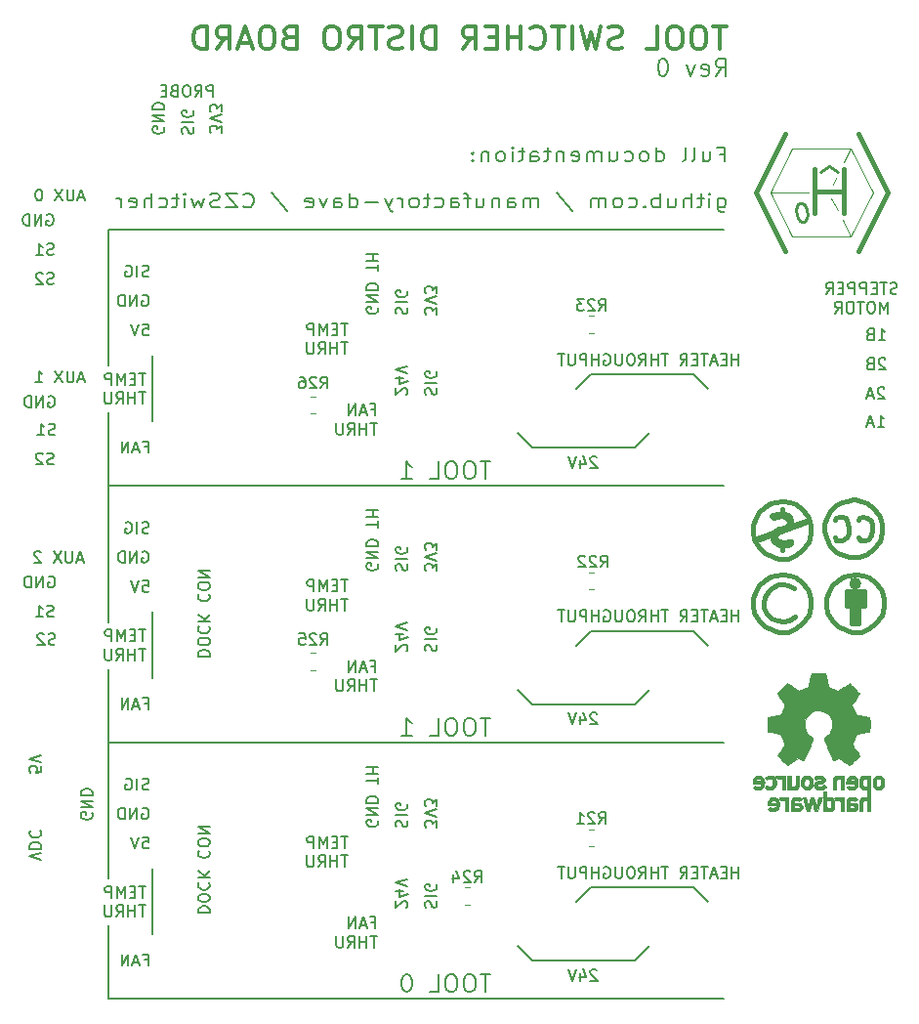
<source format=gbr>
%TF.GenerationSoftware,KiCad,Pcbnew,(5.1.9)-1*%
%TF.CreationDate,2021-02-17T21:12:08+00:00*%
%TF.ProjectId,switcherv0,73776974-6368-4657-9276-302e6b696361,rev?*%
%TF.SameCoordinates,Original*%
%TF.FileFunction,Legend,Bot*%
%TF.FilePolarity,Positive*%
%FSLAX46Y46*%
G04 Gerber Fmt 4.6, Leading zero omitted, Abs format (unit mm)*
G04 Created by KiCad (PCBNEW (5.1.9)-1) date 2021-02-17 21:12:08*
%MOMM*%
%LPD*%
G01*
G04 APERTURE LIST*
%ADD10C,0.150000*%
%ADD11C,0.200000*%
%ADD12C,0.300000*%
%ADD13C,0.120000*%
%ADD14C,0.400000*%
%ADD15C,0.250000*%
%ADD16C,0.381000*%
%ADD17C,0.010000*%
%ADD18C,1.000000*%
%ADD19C,0.100000*%
%ADD20C,3.600000*%
%ADD21C,5.600000*%
%ADD22O,1.700000X2.000000*%
%ADD23O,1.700000X1.700000*%
%ADD24R,1.700000X1.700000*%
%ADD25O,1.950000X1.700000*%
%ADD26C,2.475000*%
%ADD27R,2.475000X2.475000*%
%ADD28O,1.000000X1.000000*%
%ADD29R,1.000000X1.000000*%
%ADD30O,1.700000X1.950000*%
G04 APERTURE END LIST*
D10*
X120076261Y-130580380D02*
X119504833Y-130580380D01*
X119790547Y-131580380D02*
X119790547Y-130580380D01*
X119171500Y-131056571D02*
X118838166Y-131056571D01*
X118695309Y-131580380D02*
X119171500Y-131580380D01*
X119171500Y-130580380D01*
X118695309Y-130580380D01*
X118266738Y-131580380D02*
X118266738Y-130580380D01*
X117933404Y-131294666D01*
X117600071Y-130580380D01*
X117600071Y-131580380D01*
X117123880Y-131580380D02*
X117123880Y-130580380D01*
X116742928Y-130580380D01*
X116647690Y-130628000D01*
X116600071Y-130675619D01*
X116552452Y-130770857D01*
X116552452Y-130913714D01*
X116600071Y-131008952D01*
X116647690Y-131056571D01*
X116742928Y-131104190D01*
X117123880Y-131104190D01*
X120076261Y-132230380D02*
X119504833Y-132230380D01*
X119790547Y-133230380D02*
X119790547Y-132230380D01*
X119171500Y-133230380D02*
X119171500Y-132230380D01*
X119171500Y-132706571D02*
X118600071Y-132706571D01*
X118600071Y-133230380D02*
X118600071Y-132230380D01*
X117552452Y-133230380D02*
X117885785Y-132754190D01*
X118123880Y-133230380D02*
X118123880Y-132230380D01*
X117742928Y-132230380D01*
X117647690Y-132278000D01*
X117600071Y-132325619D01*
X117552452Y-132420857D01*
X117552452Y-132563714D01*
X117600071Y-132658952D01*
X117647690Y-132706571D01*
X117742928Y-132754190D01*
X118123880Y-132754190D01*
X117123880Y-132230380D02*
X117123880Y-133039904D01*
X117076261Y-133135142D01*
X117028642Y-133182761D01*
X116933404Y-133230380D01*
X116742928Y-133230380D01*
X116647690Y-133182761D01*
X116600071Y-133135142D01*
X116552452Y-133039904D01*
X116552452Y-132230380D01*
X116840000Y-85471000D02*
X116840000Y-73660000D01*
X116840000Y-95885000D02*
X116840000Y-89535000D01*
X116840000Y-118110000D02*
X116840000Y-111760000D01*
X116840000Y-107696000D02*
X116840000Y-95885000D01*
X145327619Y-81039642D02*
X145327619Y-80420595D01*
X144946666Y-80753928D01*
X144946666Y-80611071D01*
X144899047Y-80515833D01*
X144851428Y-80468214D01*
X144756190Y-80420595D01*
X144518095Y-80420595D01*
X144422857Y-80468214D01*
X144375238Y-80515833D01*
X144327619Y-80611071D01*
X144327619Y-80896785D01*
X144375238Y-80992023D01*
X144422857Y-81039642D01*
X145327619Y-80134880D02*
X144327619Y-79801547D01*
X145327619Y-79468214D01*
X145327619Y-79230119D02*
X145327619Y-78611071D01*
X144946666Y-78944404D01*
X144946666Y-78801547D01*
X144899047Y-78706309D01*
X144851428Y-78658690D01*
X144756190Y-78611071D01*
X144518095Y-78611071D01*
X144422857Y-78658690D01*
X144375238Y-78706309D01*
X144327619Y-78801547D01*
X144327619Y-79087261D01*
X144375238Y-79182500D01*
X144422857Y-79230119D01*
X140200000Y-80420595D02*
X140247619Y-80515833D01*
X140247619Y-80658690D01*
X140200000Y-80801547D01*
X140104761Y-80896785D01*
X140009523Y-80944404D01*
X139819047Y-80992023D01*
X139676190Y-80992023D01*
X139485714Y-80944404D01*
X139390476Y-80896785D01*
X139295238Y-80801547D01*
X139247619Y-80658690D01*
X139247619Y-80563452D01*
X139295238Y-80420595D01*
X139342857Y-80372976D01*
X139676190Y-80372976D01*
X139676190Y-80563452D01*
X139247619Y-79944404D02*
X140247619Y-79944404D01*
X139247619Y-79372976D01*
X140247619Y-79372976D01*
X139247619Y-78896785D02*
X140247619Y-78896785D01*
X140247619Y-78658690D01*
X140200000Y-78515833D01*
X140104761Y-78420595D01*
X140009523Y-78372976D01*
X139819047Y-78325357D01*
X139676190Y-78325357D01*
X139485714Y-78372976D01*
X139390476Y-78420595D01*
X139295238Y-78515833D01*
X139247619Y-78658690D01*
X139247619Y-78896785D01*
X140247619Y-77277738D02*
X140247619Y-76706309D01*
X139247619Y-76992023D02*
X140247619Y-76992023D01*
X139247619Y-76372976D02*
X140247619Y-76372976D01*
X139771428Y-76372976D02*
X139771428Y-75801547D01*
X139247619Y-75801547D02*
X140247619Y-75801547D01*
X119838214Y-81875380D02*
X120314404Y-81875380D01*
X120362023Y-82351571D01*
X120314404Y-82303952D01*
X120219166Y-82256333D01*
X119981071Y-82256333D01*
X119885833Y-82303952D01*
X119838214Y-82351571D01*
X119790595Y-82446809D01*
X119790595Y-82684904D01*
X119838214Y-82780142D01*
X119885833Y-82827761D01*
X119981071Y-82875380D01*
X120219166Y-82875380D01*
X120314404Y-82827761D01*
X120362023Y-82780142D01*
X119504880Y-81875380D02*
X119171547Y-82875380D01*
X118838214Y-81875380D01*
X119981071Y-92511571D02*
X120314404Y-92511571D01*
X120314404Y-93035380D02*
X120314404Y-92035380D01*
X119838214Y-92035380D01*
X119504880Y-92749666D02*
X119028690Y-92749666D01*
X119600119Y-93035380D02*
X119266785Y-92035380D01*
X118933452Y-93035380D01*
X118600119Y-93035380D02*
X118600119Y-92035380D01*
X118028690Y-93035380D01*
X118028690Y-92035380D01*
X144375238Y-87977023D02*
X144327619Y-87834166D01*
X144327619Y-87596071D01*
X144375238Y-87500833D01*
X144422857Y-87453214D01*
X144518095Y-87405595D01*
X144613333Y-87405595D01*
X144708571Y-87453214D01*
X144756190Y-87500833D01*
X144803809Y-87596071D01*
X144851428Y-87786547D01*
X144899047Y-87881785D01*
X144946666Y-87929404D01*
X145041904Y-87977023D01*
X145137142Y-87977023D01*
X145232380Y-87929404D01*
X145280000Y-87881785D01*
X145327619Y-87786547D01*
X145327619Y-87548452D01*
X145280000Y-87405595D01*
X144327619Y-86977023D02*
X145327619Y-86977023D01*
X145280000Y-85977023D02*
X145327619Y-86072261D01*
X145327619Y-86215119D01*
X145280000Y-86357976D01*
X145184761Y-86453214D01*
X145089523Y-86500833D01*
X144899047Y-86548452D01*
X144756190Y-86548452D01*
X144565714Y-86500833D01*
X144470476Y-86453214D01*
X144375238Y-86357976D01*
X144327619Y-86215119D01*
X144327619Y-86119880D01*
X144375238Y-85977023D01*
X144422857Y-85929404D01*
X144756190Y-85929404D01*
X144756190Y-86119880D01*
X139666071Y-89273571D02*
X139999404Y-89273571D01*
X139999404Y-89797380D02*
X139999404Y-88797380D01*
X139523214Y-88797380D01*
X139189880Y-89511666D02*
X138713690Y-89511666D01*
X139285119Y-89797380D02*
X138951785Y-88797380D01*
X138618452Y-89797380D01*
X138285119Y-89797380D02*
X138285119Y-88797380D01*
X137713690Y-89797380D01*
X137713690Y-88797380D01*
X140142261Y-90447380D02*
X139570833Y-90447380D01*
X139856547Y-91447380D02*
X139856547Y-90447380D01*
X139237500Y-91447380D02*
X139237500Y-90447380D01*
X139237500Y-90923571D02*
X138666071Y-90923571D01*
X138666071Y-91447380D02*
X138666071Y-90447380D01*
X137618452Y-91447380D02*
X137951785Y-90971190D01*
X138189880Y-91447380D02*
X138189880Y-90447380D01*
X137808928Y-90447380D01*
X137713690Y-90495000D01*
X137666071Y-90542619D01*
X137618452Y-90637857D01*
X137618452Y-90780714D01*
X137666071Y-90875952D01*
X137713690Y-90923571D01*
X137808928Y-90971190D01*
X138189880Y-90971190D01*
X137189880Y-90447380D02*
X137189880Y-91256904D01*
X137142261Y-91352142D01*
X137094642Y-91399761D01*
X136999404Y-91447380D01*
X136808928Y-91447380D01*
X136713690Y-91399761D01*
X136666071Y-91352142D01*
X136618452Y-91256904D01*
X136618452Y-90447380D01*
X141835238Y-80992023D02*
X141787619Y-80849166D01*
X141787619Y-80611071D01*
X141835238Y-80515833D01*
X141882857Y-80468214D01*
X141978095Y-80420595D01*
X142073333Y-80420595D01*
X142168571Y-80468214D01*
X142216190Y-80515833D01*
X142263809Y-80611071D01*
X142311428Y-80801547D01*
X142359047Y-80896785D01*
X142406666Y-80944404D01*
X142501904Y-80992023D01*
X142597142Y-80992023D01*
X142692380Y-80944404D01*
X142740000Y-80896785D01*
X142787619Y-80801547D01*
X142787619Y-80563452D01*
X142740000Y-80420595D01*
X141787619Y-79992023D02*
X142787619Y-79992023D01*
X142740000Y-78992023D02*
X142787619Y-79087261D01*
X142787619Y-79230119D01*
X142740000Y-79372976D01*
X142644761Y-79468214D01*
X142549523Y-79515833D01*
X142359047Y-79563452D01*
X142216190Y-79563452D01*
X142025714Y-79515833D01*
X141930476Y-79468214D01*
X141835238Y-79372976D01*
X141787619Y-79230119D01*
X141787619Y-79134880D01*
X141835238Y-78992023D01*
X141882857Y-78944404D01*
X142216190Y-78944404D01*
X142216190Y-79134880D01*
X159207976Y-93423619D02*
X159160357Y-93376000D01*
X159065119Y-93328380D01*
X158827023Y-93328380D01*
X158731785Y-93376000D01*
X158684166Y-93423619D01*
X158636547Y-93518857D01*
X158636547Y-93614095D01*
X158684166Y-93756952D01*
X159255595Y-94328380D01*
X158636547Y-94328380D01*
X157779404Y-93661714D02*
X157779404Y-94328380D01*
X158017500Y-93280761D02*
X158255595Y-93995047D01*
X157636547Y-93995047D01*
X157398452Y-93328380D02*
X157065119Y-94328380D01*
X156731785Y-93328380D01*
X171494404Y-85438380D02*
X171494404Y-84438380D01*
X171494404Y-84914571D02*
X170922976Y-84914571D01*
X170922976Y-85438380D02*
X170922976Y-84438380D01*
X170446785Y-84914571D02*
X170113452Y-84914571D01*
X169970595Y-85438380D02*
X170446785Y-85438380D01*
X170446785Y-84438380D01*
X169970595Y-84438380D01*
X169589642Y-85152666D02*
X169113452Y-85152666D01*
X169684880Y-85438380D02*
X169351547Y-84438380D01*
X169018214Y-85438380D01*
X168827738Y-84438380D02*
X168256309Y-84438380D01*
X168542023Y-85438380D02*
X168542023Y-84438380D01*
X167922976Y-84914571D02*
X167589642Y-84914571D01*
X167446785Y-85438380D02*
X167922976Y-85438380D01*
X167922976Y-84438380D01*
X167446785Y-84438380D01*
X166446785Y-85438380D02*
X166780119Y-84962190D01*
X167018214Y-85438380D02*
X167018214Y-84438380D01*
X166637261Y-84438380D01*
X166542023Y-84486000D01*
X166494404Y-84533619D01*
X166446785Y-84628857D01*
X166446785Y-84771714D01*
X166494404Y-84866952D01*
X166542023Y-84914571D01*
X166637261Y-84962190D01*
X167018214Y-84962190D01*
X165399166Y-84438380D02*
X164827738Y-84438380D01*
X165113452Y-85438380D02*
X165113452Y-84438380D01*
X164494404Y-85438380D02*
X164494404Y-84438380D01*
X164494404Y-84914571D02*
X163922976Y-84914571D01*
X163922976Y-85438380D02*
X163922976Y-84438380D01*
X162875357Y-85438380D02*
X163208690Y-84962190D01*
X163446785Y-85438380D02*
X163446785Y-84438380D01*
X163065833Y-84438380D01*
X162970595Y-84486000D01*
X162922976Y-84533619D01*
X162875357Y-84628857D01*
X162875357Y-84771714D01*
X162922976Y-84866952D01*
X162970595Y-84914571D01*
X163065833Y-84962190D01*
X163446785Y-84962190D01*
X162256309Y-84438380D02*
X162065833Y-84438380D01*
X161970595Y-84486000D01*
X161875357Y-84581238D01*
X161827738Y-84771714D01*
X161827738Y-85105047D01*
X161875357Y-85295523D01*
X161970595Y-85390761D01*
X162065833Y-85438380D01*
X162256309Y-85438380D01*
X162351547Y-85390761D01*
X162446785Y-85295523D01*
X162494404Y-85105047D01*
X162494404Y-84771714D01*
X162446785Y-84581238D01*
X162351547Y-84486000D01*
X162256309Y-84438380D01*
X161399166Y-84438380D02*
X161399166Y-85247904D01*
X161351547Y-85343142D01*
X161303928Y-85390761D01*
X161208690Y-85438380D01*
X161018214Y-85438380D01*
X160922976Y-85390761D01*
X160875357Y-85343142D01*
X160827738Y-85247904D01*
X160827738Y-84438380D01*
X159827738Y-84486000D02*
X159922976Y-84438380D01*
X160065833Y-84438380D01*
X160208690Y-84486000D01*
X160303928Y-84581238D01*
X160351547Y-84676476D01*
X160399166Y-84866952D01*
X160399166Y-85009809D01*
X160351547Y-85200285D01*
X160303928Y-85295523D01*
X160208690Y-85390761D01*
X160065833Y-85438380D01*
X159970595Y-85438380D01*
X159827738Y-85390761D01*
X159780119Y-85343142D01*
X159780119Y-85009809D01*
X159970595Y-85009809D01*
X159351547Y-85438380D02*
X159351547Y-84438380D01*
X159351547Y-84914571D02*
X158780119Y-84914571D01*
X158780119Y-85438380D02*
X158780119Y-84438380D01*
X158303928Y-85438380D02*
X158303928Y-84438380D01*
X157922976Y-84438380D01*
X157827738Y-84486000D01*
X157780119Y-84533619D01*
X157732500Y-84628857D01*
X157732500Y-84771714D01*
X157780119Y-84866952D01*
X157827738Y-84914571D01*
X157922976Y-84962190D01*
X158303928Y-84962190D01*
X157303928Y-84438380D02*
X157303928Y-85247904D01*
X157256309Y-85343142D01*
X157208690Y-85390761D01*
X157113452Y-85438380D01*
X156922976Y-85438380D01*
X156827738Y-85390761D01*
X156780119Y-85343142D01*
X156732500Y-85247904D01*
X156732500Y-84438380D01*
X156399166Y-84438380D02*
X155827738Y-84438380D01*
X156113452Y-85438380D02*
X156113452Y-84438380D01*
X119790595Y-79383000D02*
X119885833Y-79335380D01*
X120028690Y-79335380D01*
X120171547Y-79383000D01*
X120266785Y-79478238D01*
X120314404Y-79573476D01*
X120362023Y-79763952D01*
X120362023Y-79906809D01*
X120314404Y-80097285D01*
X120266785Y-80192523D01*
X120171547Y-80287761D01*
X120028690Y-80335380D01*
X119933452Y-80335380D01*
X119790595Y-80287761D01*
X119742976Y-80240142D01*
X119742976Y-79906809D01*
X119933452Y-79906809D01*
X119314404Y-80335380D02*
X119314404Y-79335380D01*
X118742976Y-80335380D01*
X118742976Y-79335380D01*
X118266785Y-80335380D02*
X118266785Y-79335380D01*
X118028690Y-79335380D01*
X117885833Y-79383000D01*
X117790595Y-79478238D01*
X117742976Y-79573476D01*
X117695357Y-79763952D01*
X117695357Y-79906809D01*
X117742976Y-80097285D01*
X117790595Y-80192523D01*
X117885833Y-80287761D01*
X118028690Y-80335380D01*
X118266785Y-80335380D01*
X120076261Y-86130380D02*
X119504833Y-86130380D01*
X119790547Y-87130380D02*
X119790547Y-86130380D01*
X119171500Y-86606571D02*
X118838166Y-86606571D01*
X118695309Y-87130380D02*
X119171500Y-87130380D01*
X119171500Y-86130380D01*
X118695309Y-86130380D01*
X118266738Y-87130380D02*
X118266738Y-86130380D01*
X117933404Y-86844666D01*
X117600071Y-86130380D01*
X117600071Y-87130380D01*
X117123880Y-87130380D02*
X117123880Y-86130380D01*
X116742928Y-86130380D01*
X116647690Y-86178000D01*
X116600071Y-86225619D01*
X116552452Y-86320857D01*
X116552452Y-86463714D01*
X116600071Y-86558952D01*
X116647690Y-86606571D01*
X116742928Y-86654190D01*
X117123880Y-86654190D01*
X120076261Y-87780380D02*
X119504833Y-87780380D01*
X119790547Y-88780380D02*
X119790547Y-87780380D01*
X119171500Y-88780380D02*
X119171500Y-87780380D01*
X119171500Y-88256571D02*
X118600071Y-88256571D01*
X118600071Y-88780380D02*
X118600071Y-87780380D01*
X117552452Y-88780380D02*
X117885785Y-88304190D01*
X118123880Y-88780380D02*
X118123880Y-87780380D01*
X117742928Y-87780380D01*
X117647690Y-87828000D01*
X117600071Y-87875619D01*
X117552452Y-87970857D01*
X117552452Y-88113714D01*
X117600071Y-88208952D01*
X117647690Y-88256571D01*
X117742928Y-88304190D01*
X118123880Y-88304190D01*
X117123880Y-87780380D02*
X117123880Y-88589904D01*
X117076261Y-88685142D01*
X117028642Y-88732761D01*
X116933404Y-88780380D01*
X116742928Y-88780380D01*
X116647690Y-88732761D01*
X116600071Y-88685142D01*
X116552452Y-88589904D01*
X116552452Y-87780380D01*
D11*
X149942857Y-93793571D02*
X149085714Y-93793571D01*
X149514285Y-95293571D02*
X149514285Y-93793571D01*
X148300000Y-93793571D02*
X148014285Y-93793571D01*
X147871428Y-93865000D01*
X147728571Y-94007857D01*
X147657142Y-94293571D01*
X147657142Y-94793571D01*
X147728571Y-95079285D01*
X147871428Y-95222142D01*
X148014285Y-95293571D01*
X148300000Y-95293571D01*
X148442857Y-95222142D01*
X148585714Y-95079285D01*
X148657142Y-94793571D01*
X148657142Y-94293571D01*
X148585714Y-94007857D01*
X148442857Y-93865000D01*
X148300000Y-93793571D01*
X146728571Y-93793571D02*
X146442857Y-93793571D01*
X146300000Y-93865000D01*
X146157142Y-94007857D01*
X146085714Y-94293571D01*
X146085714Y-94793571D01*
X146157142Y-95079285D01*
X146300000Y-95222142D01*
X146442857Y-95293571D01*
X146728571Y-95293571D01*
X146871428Y-95222142D01*
X147014285Y-95079285D01*
X147085714Y-94793571D01*
X147085714Y-94293571D01*
X147014285Y-94007857D01*
X146871428Y-93865000D01*
X146728571Y-93793571D01*
X144728571Y-95293571D02*
X145442857Y-95293571D01*
X145442857Y-93793571D01*
X142300000Y-95293571D02*
X143157142Y-95293571D01*
X142728571Y-95293571D02*
X142728571Y-93793571D01*
X142871428Y-94007857D01*
X143014285Y-94150714D01*
X143157142Y-94222142D01*
D10*
X142692380Y-87977023D02*
X142740000Y-87929404D01*
X142787619Y-87834166D01*
X142787619Y-87596071D01*
X142740000Y-87500833D01*
X142692380Y-87453214D01*
X142597142Y-87405595D01*
X142501904Y-87405595D01*
X142359047Y-87453214D01*
X141787619Y-88024642D01*
X141787619Y-87405595D01*
X142454285Y-86548452D02*
X141787619Y-86548452D01*
X142835238Y-86786547D02*
X142120952Y-87024642D01*
X142120952Y-86405595D01*
X142787619Y-86167500D02*
X141787619Y-85834166D01*
X142787619Y-85500833D01*
X120362023Y-77747761D02*
X120219166Y-77795380D01*
X119981071Y-77795380D01*
X119885833Y-77747761D01*
X119838214Y-77700142D01*
X119790595Y-77604904D01*
X119790595Y-77509666D01*
X119838214Y-77414428D01*
X119885833Y-77366809D01*
X119981071Y-77319190D01*
X120171547Y-77271571D01*
X120266785Y-77223952D01*
X120314404Y-77176333D01*
X120362023Y-77081095D01*
X120362023Y-76985857D01*
X120314404Y-76890619D01*
X120266785Y-76843000D01*
X120171547Y-76795380D01*
X119933452Y-76795380D01*
X119790595Y-76843000D01*
X119362023Y-77795380D02*
X119362023Y-76795380D01*
X118362023Y-76843000D02*
X118457261Y-76795380D01*
X118600119Y-76795380D01*
X118742976Y-76843000D01*
X118838214Y-76938238D01*
X118885833Y-77033476D01*
X118933452Y-77223952D01*
X118933452Y-77366809D01*
X118885833Y-77557285D01*
X118838214Y-77652523D01*
X118742976Y-77747761D01*
X118600119Y-77795380D01*
X118504880Y-77795380D01*
X118362023Y-77747761D01*
X118314404Y-77700142D01*
X118314404Y-77366809D01*
X118504880Y-77366809D01*
X137602261Y-81812380D02*
X137030833Y-81812380D01*
X137316547Y-82812380D02*
X137316547Y-81812380D01*
X136697500Y-82288571D02*
X136364166Y-82288571D01*
X136221309Y-82812380D02*
X136697500Y-82812380D01*
X136697500Y-81812380D01*
X136221309Y-81812380D01*
X135792738Y-82812380D02*
X135792738Y-81812380D01*
X135459404Y-82526666D01*
X135126071Y-81812380D01*
X135126071Y-82812380D01*
X134649880Y-82812380D02*
X134649880Y-81812380D01*
X134268928Y-81812380D01*
X134173690Y-81860000D01*
X134126071Y-81907619D01*
X134078452Y-82002857D01*
X134078452Y-82145714D01*
X134126071Y-82240952D01*
X134173690Y-82288571D01*
X134268928Y-82336190D01*
X134649880Y-82336190D01*
X137602261Y-83462380D02*
X137030833Y-83462380D01*
X137316547Y-84462380D02*
X137316547Y-83462380D01*
X136697500Y-84462380D02*
X136697500Y-83462380D01*
X136697500Y-83938571D02*
X136126071Y-83938571D01*
X136126071Y-84462380D02*
X136126071Y-83462380D01*
X135078452Y-84462380D02*
X135411785Y-83986190D01*
X135649880Y-84462380D02*
X135649880Y-83462380D01*
X135268928Y-83462380D01*
X135173690Y-83510000D01*
X135126071Y-83557619D01*
X135078452Y-83652857D01*
X135078452Y-83795714D01*
X135126071Y-83890952D01*
X135173690Y-83938571D01*
X135268928Y-83986190D01*
X135649880Y-83986190D01*
X134649880Y-83462380D02*
X134649880Y-84271904D01*
X134602261Y-84367142D01*
X134554642Y-84414761D01*
X134459404Y-84462380D01*
X134268928Y-84462380D01*
X134173690Y-84414761D01*
X134126071Y-84367142D01*
X134078452Y-84271904D01*
X134078452Y-83462380D01*
X168812500Y-87526000D02*
X167542500Y-86256000D01*
X152302500Y-91336000D02*
X153572500Y-92606000D01*
X158652500Y-86256000D02*
X157382500Y-87526000D01*
X170180000Y-73660000D02*
X116840000Y-73660000D01*
X153572500Y-92606000D02*
X162462500Y-92606000D01*
X120650000Y-84582000D02*
X120650000Y-90297000D01*
X167542500Y-86256000D02*
X158652500Y-86256000D01*
X162462500Y-92606000D02*
X163732500Y-91336000D01*
X159207976Y-115648619D02*
X159160357Y-115601000D01*
X159065119Y-115553380D01*
X158827023Y-115553380D01*
X158731785Y-115601000D01*
X158684166Y-115648619D01*
X158636547Y-115743857D01*
X158636547Y-115839095D01*
X158684166Y-115981952D01*
X159255595Y-116553380D01*
X158636547Y-116553380D01*
X157779404Y-115886714D02*
X157779404Y-116553380D01*
X158017500Y-115505761D02*
X158255595Y-116220047D01*
X157636547Y-116220047D01*
X157398452Y-115553380D02*
X157065119Y-116553380D01*
X156731785Y-115553380D01*
X137602261Y-104037380D02*
X137030833Y-104037380D01*
X137316547Y-105037380D02*
X137316547Y-104037380D01*
X136697500Y-104513571D02*
X136364166Y-104513571D01*
X136221309Y-105037380D02*
X136697500Y-105037380D01*
X136697500Y-104037380D01*
X136221309Y-104037380D01*
X135792738Y-105037380D02*
X135792738Y-104037380D01*
X135459404Y-104751666D01*
X135126071Y-104037380D01*
X135126071Y-105037380D01*
X134649880Y-105037380D02*
X134649880Y-104037380D01*
X134268928Y-104037380D01*
X134173690Y-104085000D01*
X134126071Y-104132619D01*
X134078452Y-104227857D01*
X134078452Y-104370714D01*
X134126071Y-104465952D01*
X134173690Y-104513571D01*
X134268928Y-104561190D01*
X134649880Y-104561190D01*
X137602261Y-105687380D02*
X137030833Y-105687380D01*
X137316547Y-106687380D02*
X137316547Y-105687380D01*
X136697500Y-106687380D02*
X136697500Y-105687380D01*
X136697500Y-106163571D02*
X136126071Y-106163571D01*
X136126071Y-106687380D02*
X136126071Y-105687380D01*
X135078452Y-106687380D02*
X135411785Y-106211190D01*
X135649880Y-106687380D02*
X135649880Y-105687380D01*
X135268928Y-105687380D01*
X135173690Y-105735000D01*
X135126071Y-105782619D01*
X135078452Y-105877857D01*
X135078452Y-106020714D01*
X135126071Y-106115952D01*
X135173690Y-106163571D01*
X135268928Y-106211190D01*
X135649880Y-106211190D01*
X134649880Y-105687380D02*
X134649880Y-106496904D01*
X134602261Y-106592142D01*
X134554642Y-106639761D01*
X134459404Y-106687380D01*
X134268928Y-106687380D01*
X134173690Y-106639761D01*
X134126071Y-106592142D01*
X134078452Y-106496904D01*
X134078452Y-105687380D01*
D11*
X149942857Y-116018571D02*
X149085714Y-116018571D01*
X149514285Y-117518571D02*
X149514285Y-116018571D01*
X148300000Y-116018571D02*
X148014285Y-116018571D01*
X147871428Y-116090000D01*
X147728571Y-116232857D01*
X147657142Y-116518571D01*
X147657142Y-117018571D01*
X147728571Y-117304285D01*
X147871428Y-117447142D01*
X148014285Y-117518571D01*
X148300000Y-117518571D01*
X148442857Y-117447142D01*
X148585714Y-117304285D01*
X148657142Y-117018571D01*
X148657142Y-116518571D01*
X148585714Y-116232857D01*
X148442857Y-116090000D01*
X148300000Y-116018571D01*
X146728571Y-116018571D02*
X146442857Y-116018571D01*
X146300000Y-116090000D01*
X146157142Y-116232857D01*
X146085714Y-116518571D01*
X146085714Y-117018571D01*
X146157142Y-117304285D01*
X146300000Y-117447142D01*
X146442857Y-117518571D01*
X146728571Y-117518571D01*
X146871428Y-117447142D01*
X147014285Y-117304285D01*
X147085714Y-117018571D01*
X147085714Y-116518571D01*
X147014285Y-116232857D01*
X146871428Y-116090000D01*
X146728571Y-116018571D01*
X144728571Y-117518571D02*
X145442857Y-117518571D01*
X145442857Y-116018571D01*
X142300000Y-117518571D02*
X143157142Y-117518571D01*
X142728571Y-117518571D02*
X142728571Y-116018571D01*
X142871428Y-116232857D01*
X143014285Y-116375714D01*
X143157142Y-116447142D01*
D10*
X124642619Y-110662404D02*
X125642619Y-110662404D01*
X125642619Y-110424309D01*
X125595000Y-110281452D01*
X125499761Y-110186214D01*
X125404523Y-110138595D01*
X125214047Y-110090976D01*
X125071190Y-110090976D01*
X124880714Y-110138595D01*
X124785476Y-110186214D01*
X124690238Y-110281452D01*
X124642619Y-110424309D01*
X124642619Y-110662404D01*
X125642619Y-109471928D02*
X125642619Y-109281452D01*
X125595000Y-109186214D01*
X125499761Y-109090976D01*
X125309285Y-109043357D01*
X124975952Y-109043357D01*
X124785476Y-109090976D01*
X124690238Y-109186214D01*
X124642619Y-109281452D01*
X124642619Y-109471928D01*
X124690238Y-109567166D01*
X124785476Y-109662404D01*
X124975952Y-109710023D01*
X125309285Y-109710023D01*
X125499761Y-109662404D01*
X125595000Y-109567166D01*
X125642619Y-109471928D01*
X124737857Y-108043357D02*
X124690238Y-108090976D01*
X124642619Y-108233833D01*
X124642619Y-108329071D01*
X124690238Y-108471928D01*
X124785476Y-108567166D01*
X124880714Y-108614785D01*
X125071190Y-108662404D01*
X125214047Y-108662404D01*
X125404523Y-108614785D01*
X125499761Y-108567166D01*
X125595000Y-108471928D01*
X125642619Y-108329071D01*
X125642619Y-108233833D01*
X125595000Y-108090976D01*
X125547380Y-108043357D01*
X124642619Y-107614785D02*
X125642619Y-107614785D01*
X124642619Y-107043357D02*
X125214047Y-107471928D01*
X125642619Y-107043357D02*
X125071190Y-107614785D01*
X124737857Y-105281452D02*
X124690238Y-105329071D01*
X124642619Y-105471928D01*
X124642619Y-105567166D01*
X124690238Y-105710023D01*
X124785476Y-105805261D01*
X124880714Y-105852880D01*
X125071190Y-105900500D01*
X125214047Y-105900500D01*
X125404523Y-105852880D01*
X125499761Y-105805261D01*
X125595000Y-105710023D01*
X125642619Y-105567166D01*
X125642619Y-105471928D01*
X125595000Y-105329071D01*
X125547380Y-105281452D01*
X125642619Y-104662404D02*
X125642619Y-104471928D01*
X125595000Y-104376690D01*
X125499761Y-104281452D01*
X125309285Y-104233833D01*
X124975952Y-104233833D01*
X124785476Y-104281452D01*
X124690238Y-104376690D01*
X124642619Y-104471928D01*
X124642619Y-104662404D01*
X124690238Y-104757642D01*
X124785476Y-104852880D01*
X124975952Y-104900500D01*
X125309285Y-104900500D01*
X125499761Y-104852880D01*
X125595000Y-104757642D01*
X125642619Y-104662404D01*
X124642619Y-103805261D02*
X125642619Y-103805261D01*
X124642619Y-103233833D01*
X125642619Y-103233833D01*
X119838214Y-104100380D02*
X120314404Y-104100380D01*
X120362023Y-104576571D01*
X120314404Y-104528952D01*
X120219166Y-104481333D01*
X119981071Y-104481333D01*
X119885833Y-104528952D01*
X119838214Y-104576571D01*
X119790595Y-104671809D01*
X119790595Y-104909904D01*
X119838214Y-105005142D01*
X119885833Y-105052761D01*
X119981071Y-105100380D01*
X120219166Y-105100380D01*
X120314404Y-105052761D01*
X120362023Y-105005142D01*
X119504880Y-104100380D02*
X119171547Y-105100380D01*
X118838214Y-104100380D01*
X145327619Y-103264642D02*
X145327619Y-102645595D01*
X144946666Y-102978928D01*
X144946666Y-102836071D01*
X144899047Y-102740833D01*
X144851428Y-102693214D01*
X144756190Y-102645595D01*
X144518095Y-102645595D01*
X144422857Y-102693214D01*
X144375238Y-102740833D01*
X144327619Y-102836071D01*
X144327619Y-103121785D01*
X144375238Y-103217023D01*
X144422857Y-103264642D01*
X145327619Y-102359880D02*
X144327619Y-102026547D01*
X145327619Y-101693214D01*
X145327619Y-101455119D02*
X145327619Y-100836071D01*
X144946666Y-101169404D01*
X144946666Y-101026547D01*
X144899047Y-100931309D01*
X144851428Y-100883690D01*
X144756190Y-100836071D01*
X144518095Y-100836071D01*
X144422857Y-100883690D01*
X144375238Y-100931309D01*
X144327619Y-101026547D01*
X144327619Y-101312261D01*
X144375238Y-101407500D01*
X144422857Y-101455119D01*
X171494404Y-107663380D02*
X171494404Y-106663380D01*
X171494404Y-107139571D02*
X170922976Y-107139571D01*
X170922976Y-107663380D02*
X170922976Y-106663380D01*
X170446785Y-107139571D02*
X170113452Y-107139571D01*
X169970595Y-107663380D02*
X170446785Y-107663380D01*
X170446785Y-106663380D01*
X169970595Y-106663380D01*
X169589642Y-107377666D02*
X169113452Y-107377666D01*
X169684880Y-107663380D02*
X169351547Y-106663380D01*
X169018214Y-107663380D01*
X168827738Y-106663380D02*
X168256309Y-106663380D01*
X168542023Y-107663380D02*
X168542023Y-106663380D01*
X167922976Y-107139571D02*
X167589642Y-107139571D01*
X167446785Y-107663380D02*
X167922976Y-107663380D01*
X167922976Y-106663380D01*
X167446785Y-106663380D01*
X166446785Y-107663380D02*
X166780119Y-107187190D01*
X167018214Y-107663380D02*
X167018214Y-106663380D01*
X166637261Y-106663380D01*
X166542023Y-106711000D01*
X166494404Y-106758619D01*
X166446785Y-106853857D01*
X166446785Y-106996714D01*
X166494404Y-107091952D01*
X166542023Y-107139571D01*
X166637261Y-107187190D01*
X167018214Y-107187190D01*
X165399166Y-106663380D02*
X164827738Y-106663380D01*
X165113452Y-107663380D02*
X165113452Y-106663380D01*
X164494404Y-107663380D02*
X164494404Y-106663380D01*
X164494404Y-107139571D02*
X163922976Y-107139571D01*
X163922976Y-107663380D02*
X163922976Y-106663380D01*
X162875357Y-107663380D02*
X163208690Y-107187190D01*
X163446785Y-107663380D02*
X163446785Y-106663380D01*
X163065833Y-106663380D01*
X162970595Y-106711000D01*
X162922976Y-106758619D01*
X162875357Y-106853857D01*
X162875357Y-106996714D01*
X162922976Y-107091952D01*
X162970595Y-107139571D01*
X163065833Y-107187190D01*
X163446785Y-107187190D01*
X162256309Y-106663380D02*
X162065833Y-106663380D01*
X161970595Y-106711000D01*
X161875357Y-106806238D01*
X161827738Y-106996714D01*
X161827738Y-107330047D01*
X161875357Y-107520523D01*
X161970595Y-107615761D01*
X162065833Y-107663380D01*
X162256309Y-107663380D01*
X162351547Y-107615761D01*
X162446785Y-107520523D01*
X162494404Y-107330047D01*
X162494404Y-106996714D01*
X162446785Y-106806238D01*
X162351547Y-106711000D01*
X162256309Y-106663380D01*
X161399166Y-106663380D02*
X161399166Y-107472904D01*
X161351547Y-107568142D01*
X161303928Y-107615761D01*
X161208690Y-107663380D01*
X161018214Y-107663380D01*
X160922976Y-107615761D01*
X160875357Y-107568142D01*
X160827738Y-107472904D01*
X160827738Y-106663380D01*
X159827738Y-106711000D02*
X159922976Y-106663380D01*
X160065833Y-106663380D01*
X160208690Y-106711000D01*
X160303928Y-106806238D01*
X160351547Y-106901476D01*
X160399166Y-107091952D01*
X160399166Y-107234809D01*
X160351547Y-107425285D01*
X160303928Y-107520523D01*
X160208690Y-107615761D01*
X160065833Y-107663380D01*
X159970595Y-107663380D01*
X159827738Y-107615761D01*
X159780119Y-107568142D01*
X159780119Y-107234809D01*
X159970595Y-107234809D01*
X159351547Y-107663380D02*
X159351547Y-106663380D01*
X159351547Y-107139571D02*
X158780119Y-107139571D01*
X158780119Y-107663380D02*
X158780119Y-106663380D01*
X158303928Y-107663380D02*
X158303928Y-106663380D01*
X157922976Y-106663380D01*
X157827738Y-106711000D01*
X157780119Y-106758619D01*
X157732500Y-106853857D01*
X157732500Y-106996714D01*
X157780119Y-107091952D01*
X157827738Y-107139571D01*
X157922976Y-107187190D01*
X158303928Y-107187190D01*
X157303928Y-106663380D02*
X157303928Y-107472904D01*
X157256309Y-107568142D01*
X157208690Y-107615761D01*
X157113452Y-107663380D01*
X156922976Y-107663380D01*
X156827738Y-107615761D01*
X156780119Y-107568142D01*
X156732500Y-107472904D01*
X156732500Y-106663380D01*
X156399166Y-106663380D02*
X155827738Y-106663380D01*
X156113452Y-107663380D02*
X156113452Y-106663380D01*
X120362023Y-99972761D02*
X120219166Y-100020380D01*
X119981071Y-100020380D01*
X119885833Y-99972761D01*
X119838214Y-99925142D01*
X119790595Y-99829904D01*
X119790595Y-99734666D01*
X119838214Y-99639428D01*
X119885833Y-99591809D01*
X119981071Y-99544190D01*
X120171547Y-99496571D01*
X120266785Y-99448952D01*
X120314404Y-99401333D01*
X120362023Y-99306095D01*
X120362023Y-99210857D01*
X120314404Y-99115619D01*
X120266785Y-99068000D01*
X120171547Y-99020380D01*
X119933452Y-99020380D01*
X119790595Y-99068000D01*
X119362023Y-100020380D02*
X119362023Y-99020380D01*
X118362023Y-99068000D02*
X118457261Y-99020380D01*
X118600119Y-99020380D01*
X118742976Y-99068000D01*
X118838214Y-99163238D01*
X118885833Y-99258476D01*
X118933452Y-99448952D01*
X118933452Y-99591809D01*
X118885833Y-99782285D01*
X118838214Y-99877523D01*
X118742976Y-99972761D01*
X118600119Y-100020380D01*
X118504880Y-100020380D01*
X118362023Y-99972761D01*
X118314404Y-99925142D01*
X118314404Y-99591809D01*
X118504880Y-99591809D01*
X141835238Y-103217023D02*
X141787619Y-103074166D01*
X141787619Y-102836071D01*
X141835238Y-102740833D01*
X141882857Y-102693214D01*
X141978095Y-102645595D01*
X142073333Y-102645595D01*
X142168571Y-102693214D01*
X142216190Y-102740833D01*
X142263809Y-102836071D01*
X142311428Y-103026547D01*
X142359047Y-103121785D01*
X142406666Y-103169404D01*
X142501904Y-103217023D01*
X142597142Y-103217023D01*
X142692380Y-103169404D01*
X142740000Y-103121785D01*
X142787619Y-103026547D01*
X142787619Y-102788452D01*
X142740000Y-102645595D01*
X141787619Y-102217023D02*
X142787619Y-102217023D01*
X142740000Y-101217023D02*
X142787619Y-101312261D01*
X142787619Y-101455119D01*
X142740000Y-101597976D01*
X142644761Y-101693214D01*
X142549523Y-101740833D01*
X142359047Y-101788452D01*
X142216190Y-101788452D01*
X142025714Y-101740833D01*
X141930476Y-101693214D01*
X141835238Y-101597976D01*
X141787619Y-101455119D01*
X141787619Y-101359880D01*
X141835238Y-101217023D01*
X141882857Y-101169404D01*
X142216190Y-101169404D01*
X142216190Y-101359880D01*
X119981071Y-114736571D02*
X120314404Y-114736571D01*
X120314404Y-115260380D02*
X120314404Y-114260380D01*
X119838214Y-114260380D01*
X119504880Y-114974666D02*
X119028690Y-114974666D01*
X119600119Y-115260380D02*
X119266785Y-114260380D01*
X118933452Y-115260380D01*
X118600119Y-115260380D02*
X118600119Y-114260380D01*
X118028690Y-115260380D01*
X118028690Y-114260380D01*
X144375238Y-110202023D02*
X144327619Y-110059166D01*
X144327619Y-109821071D01*
X144375238Y-109725833D01*
X144422857Y-109678214D01*
X144518095Y-109630595D01*
X144613333Y-109630595D01*
X144708571Y-109678214D01*
X144756190Y-109725833D01*
X144803809Y-109821071D01*
X144851428Y-110011547D01*
X144899047Y-110106785D01*
X144946666Y-110154404D01*
X145041904Y-110202023D01*
X145137142Y-110202023D01*
X145232380Y-110154404D01*
X145280000Y-110106785D01*
X145327619Y-110011547D01*
X145327619Y-109773452D01*
X145280000Y-109630595D01*
X144327619Y-109202023D02*
X145327619Y-109202023D01*
X145280000Y-108202023D02*
X145327619Y-108297261D01*
X145327619Y-108440119D01*
X145280000Y-108582976D01*
X145184761Y-108678214D01*
X145089523Y-108725833D01*
X144899047Y-108773452D01*
X144756190Y-108773452D01*
X144565714Y-108725833D01*
X144470476Y-108678214D01*
X144375238Y-108582976D01*
X144327619Y-108440119D01*
X144327619Y-108344880D01*
X144375238Y-108202023D01*
X144422857Y-108154404D01*
X144756190Y-108154404D01*
X144756190Y-108344880D01*
X119790595Y-101608000D02*
X119885833Y-101560380D01*
X120028690Y-101560380D01*
X120171547Y-101608000D01*
X120266785Y-101703238D01*
X120314404Y-101798476D01*
X120362023Y-101988952D01*
X120362023Y-102131809D01*
X120314404Y-102322285D01*
X120266785Y-102417523D01*
X120171547Y-102512761D01*
X120028690Y-102560380D01*
X119933452Y-102560380D01*
X119790595Y-102512761D01*
X119742976Y-102465142D01*
X119742976Y-102131809D01*
X119933452Y-102131809D01*
X119314404Y-102560380D02*
X119314404Y-101560380D01*
X118742976Y-102560380D01*
X118742976Y-101560380D01*
X118266785Y-102560380D02*
X118266785Y-101560380D01*
X118028690Y-101560380D01*
X117885833Y-101608000D01*
X117790595Y-101703238D01*
X117742976Y-101798476D01*
X117695357Y-101988952D01*
X117695357Y-102131809D01*
X117742976Y-102322285D01*
X117790595Y-102417523D01*
X117885833Y-102512761D01*
X118028690Y-102560380D01*
X118266785Y-102560380D01*
X142692380Y-110202023D02*
X142740000Y-110154404D01*
X142787619Y-110059166D01*
X142787619Y-109821071D01*
X142740000Y-109725833D01*
X142692380Y-109678214D01*
X142597142Y-109630595D01*
X142501904Y-109630595D01*
X142359047Y-109678214D01*
X141787619Y-110249642D01*
X141787619Y-109630595D01*
X142454285Y-108773452D02*
X141787619Y-108773452D01*
X142835238Y-109011547D02*
X142120952Y-109249642D01*
X142120952Y-108630595D01*
X142787619Y-108392500D02*
X141787619Y-108059166D01*
X142787619Y-107725833D01*
X139666071Y-111498571D02*
X139999404Y-111498571D01*
X139999404Y-112022380D02*
X139999404Y-111022380D01*
X139523214Y-111022380D01*
X139189880Y-111736666D02*
X138713690Y-111736666D01*
X139285119Y-112022380D02*
X138951785Y-111022380D01*
X138618452Y-112022380D01*
X138285119Y-112022380D02*
X138285119Y-111022380D01*
X137713690Y-112022380D01*
X137713690Y-111022380D01*
X140142261Y-112672380D02*
X139570833Y-112672380D01*
X139856547Y-113672380D02*
X139856547Y-112672380D01*
X139237500Y-113672380D02*
X139237500Y-112672380D01*
X139237500Y-113148571D02*
X138666071Y-113148571D01*
X138666071Y-113672380D02*
X138666071Y-112672380D01*
X137618452Y-113672380D02*
X137951785Y-113196190D01*
X138189880Y-113672380D02*
X138189880Y-112672380D01*
X137808928Y-112672380D01*
X137713690Y-112720000D01*
X137666071Y-112767619D01*
X137618452Y-112862857D01*
X137618452Y-113005714D01*
X137666071Y-113100952D01*
X137713690Y-113148571D01*
X137808928Y-113196190D01*
X138189880Y-113196190D01*
X137189880Y-112672380D02*
X137189880Y-113481904D01*
X137142261Y-113577142D01*
X137094642Y-113624761D01*
X136999404Y-113672380D01*
X136808928Y-113672380D01*
X136713690Y-113624761D01*
X136666071Y-113577142D01*
X136618452Y-113481904D01*
X136618452Y-112672380D01*
X120076261Y-108355380D02*
X119504833Y-108355380D01*
X119790547Y-109355380D02*
X119790547Y-108355380D01*
X119171500Y-108831571D02*
X118838166Y-108831571D01*
X118695309Y-109355380D02*
X119171500Y-109355380D01*
X119171500Y-108355380D01*
X118695309Y-108355380D01*
X118266738Y-109355380D02*
X118266738Y-108355380D01*
X117933404Y-109069666D01*
X117600071Y-108355380D01*
X117600071Y-109355380D01*
X117123880Y-109355380D02*
X117123880Y-108355380D01*
X116742928Y-108355380D01*
X116647690Y-108403000D01*
X116600071Y-108450619D01*
X116552452Y-108545857D01*
X116552452Y-108688714D01*
X116600071Y-108783952D01*
X116647690Y-108831571D01*
X116742928Y-108879190D01*
X117123880Y-108879190D01*
X120076261Y-110005380D02*
X119504833Y-110005380D01*
X119790547Y-111005380D02*
X119790547Y-110005380D01*
X119171500Y-111005380D02*
X119171500Y-110005380D01*
X119171500Y-110481571D02*
X118600071Y-110481571D01*
X118600071Y-111005380D02*
X118600071Y-110005380D01*
X117552452Y-111005380D02*
X117885785Y-110529190D01*
X118123880Y-111005380D02*
X118123880Y-110005380D01*
X117742928Y-110005380D01*
X117647690Y-110053000D01*
X117600071Y-110100619D01*
X117552452Y-110195857D01*
X117552452Y-110338714D01*
X117600071Y-110433952D01*
X117647690Y-110481571D01*
X117742928Y-110529190D01*
X118123880Y-110529190D01*
X117123880Y-110005380D02*
X117123880Y-110814904D01*
X117076261Y-110910142D01*
X117028642Y-110957761D01*
X116933404Y-111005380D01*
X116742928Y-111005380D01*
X116647690Y-110957761D01*
X116600071Y-110910142D01*
X116552452Y-110814904D01*
X116552452Y-110005380D01*
X140200000Y-102645595D02*
X140247619Y-102740833D01*
X140247619Y-102883690D01*
X140200000Y-103026547D01*
X140104761Y-103121785D01*
X140009523Y-103169404D01*
X139819047Y-103217023D01*
X139676190Y-103217023D01*
X139485714Y-103169404D01*
X139390476Y-103121785D01*
X139295238Y-103026547D01*
X139247619Y-102883690D01*
X139247619Y-102788452D01*
X139295238Y-102645595D01*
X139342857Y-102597976D01*
X139676190Y-102597976D01*
X139676190Y-102788452D01*
X139247619Y-102169404D02*
X140247619Y-102169404D01*
X139247619Y-101597976D01*
X140247619Y-101597976D01*
X139247619Y-101121785D02*
X140247619Y-101121785D01*
X140247619Y-100883690D01*
X140200000Y-100740833D01*
X140104761Y-100645595D01*
X140009523Y-100597976D01*
X139819047Y-100550357D01*
X139676190Y-100550357D01*
X139485714Y-100597976D01*
X139390476Y-100645595D01*
X139295238Y-100740833D01*
X139247619Y-100883690D01*
X139247619Y-101121785D01*
X140247619Y-99502738D02*
X140247619Y-98931309D01*
X139247619Y-99217023D02*
X140247619Y-99217023D01*
X139247619Y-98597976D02*
X140247619Y-98597976D01*
X139771428Y-98597976D02*
X139771428Y-98026547D01*
X139247619Y-98026547D02*
X140247619Y-98026547D01*
X120650000Y-106807000D02*
X120650000Y-112522000D01*
X170180000Y-95885000D02*
X116840000Y-95885000D01*
X162462500Y-114831000D02*
X163732500Y-113561000D01*
X152302500Y-113561000D02*
X153572500Y-114831000D01*
X167542500Y-108481000D02*
X158652500Y-108481000D01*
X158652500Y-108481000D02*
X157382500Y-109751000D01*
X153572500Y-114831000D02*
X162462500Y-114831000D01*
X168812500Y-109751000D02*
X167542500Y-108481000D01*
X140200000Y-124870595D02*
X140247619Y-124965833D01*
X140247619Y-125108690D01*
X140200000Y-125251547D01*
X140104761Y-125346785D01*
X140009523Y-125394404D01*
X139819047Y-125442023D01*
X139676190Y-125442023D01*
X139485714Y-125394404D01*
X139390476Y-125346785D01*
X139295238Y-125251547D01*
X139247619Y-125108690D01*
X139247619Y-125013452D01*
X139295238Y-124870595D01*
X139342857Y-124822976D01*
X139676190Y-124822976D01*
X139676190Y-125013452D01*
X139247619Y-124394404D02*
X140247619Y-124394404D01*
X139247619Y-123822976D01*
X140247619Y-123822976D01*
X139247619Y-123346785D02*
X140247619Y-123346785D01*
X140247619Y-123108690D01*
X140200000Y-122965833D01*
X140104761Y-122870595D01*
X140009523Y-122822976D01*
X139819047Y-122775357D01*
X139676190Y-122775357D01*
X139485714Y-122822976D01*
X139390476Y-122870595D01*
X139295238Y-122965833D01*
X139247619Y-123108690D01*
X139247619Y-123346785D01*
X140247619Y-121727738D02*
X140247619Y-121156309D01*
X139247619Y-121442023D02*
X140247619Y-121442023D01*
X139247619Y-120822976D02*
X140247619Y-120822976D01*
X139771428Y-120822976D02*
X139771428Y-120251547D01*
X139247619Y-120251547D02*
X140247619Y-120251547D01*
X170180000Y-118110000D02*
X116840000Y-118110000D01*
X116840000Y-129921000D02*
X116840000Y-118110000D01*
X116840000Y-140335000D02*
X116840000Y-133985000D01*
X126658619Y-65291642D02*
X126658619Y-64672595D01*
X126277666Y-65005928D01*
X126277666Y-64863071D01*
X126230047Y-64767833D01*
X126182428Y-64720214D01*
X126087190Y-64672595D01*
X125849095Y-64672595D01*
X125753857Y-64720214D01*
X125706238Y-64767833D01*
X125658619Y-64863071D01*
X125658619Y-65148785D01*
X125706238Y-65244023D01*
X125753857Y-65291642D01*
X126658619Y-64386880D02*
X125658619Y-64053547D01*
X126658619Y-63720214D01*
X126658619Y-63482119D02*
X126658619Y-62863071D01*
X126277666Y-63196404D01*
X126277666Y-63053547D01*
X126230047Y-62958309D01*
X126182428Y-62910690D01*
X126087190Y-62863071D01*
X125849095Y-62863071D01*
X125753857Y-62910690D01*
X125706238Y-62958309D01*
X125658619Y-63053547D01*
X125658619Y-63339261D01*
X125706238Y-63434500D01*
X125753857Y-63482119D01*
X123293238Y-65371023D02*
X123245619Y-65228166D01*
X123245619Y-64990071D01*
X123293238Y-64894833D01*
X123340857Y-64847214D01*
X123436095Y-64799595D01*
X123531333Y-64799595D01*
X123626571Y-64847214D01*
X123674190Y-64894833D01*
X123721809Y-64990071D01*
X123769428Y-65180547D01*
X123817047Y-65275785D01*
X123864666Y-65323404D01*
X123959904Y-65371023D01*
X124055142Y-65371023D01*
X124150380Y-65323404D01*
X124198000Y-65275785D01*
X124245619Y-65180547D01*
X124245619Y-64942452D01*
X124198000Y-64799595D01*
X123245619Y-64371023D02*
X124245619Y-64371023D01*
X124198000Y-63371023D02*
X124245619Y-63466261D01*
X124245619Y-63609119D01*
X124198000Y-63751976D01*
X124102761Y-63847214D01*
X124007523Y-63894833D01*
X123817047Y-63942452D01*
X123674190Y-63942452D01*
X123483714Y-63894833D01*
X123388476Y-63847214D01*
X123293238Y-63751976D01*
X123245619Y-63609119D01*
X123245619Y-63513880D01*
X123293238Y-63371023D01*
X123340857Y-63323404D01*
X123674190Y-63323404D01*
X123674190Y-63513880D01*
X121658000Y-64799595D02*
X121705619Y-64894833D01*
X121705619Y-65037690D01*
X121658000Y-65180547D01*
X121562761Y-65275785D01*
X121467523Y-65323404D01*
X121277047Y-65371023D01*
X121134190Y-65371023D01*
X120943714Y-65323404D01*
X120848476Y-65275785D01*
X120753238Y-65180547D01*
X120705619Y-65037690D01*
X120705619Y-64942452D01*
X120753238Y-64799595D01*
X120800857Y-64751976D01*
X121134190Y-64751976D01*
X121134190Y-64942452D01*
X120705619Y-64323404D02*
X121705619Y-64323404D01*
X120705619Y-63751976D01*
X121705619Y-63751976D01*
X120705619Y-63275785D02*
X121705619Y-63275785D01*
X121705619Y-63037690D01*
X121658000Y-62894833D01*
X121562761Y-62799595D01*
X121467523Y-62751976D01*
X121277047Y-62704357D01*
X121134190Y-62704357D01*
X120943714Y-62751976D01*
X120848476Y-62799595D01*
X120753238Y-62894833D01*
X120705619Y-63037690D01*
X120705619Y-63275785D01*
X120650000Y-129032000D02*
X120650000Y-134747000D01*
X119790595Y-123833000D02*
X119885833Y-123785380D01*
X120028690Y-123785380D01*
X120171547Y-123833000D01*
X120266785Y-123928238D01*
X120314404Y-124023476D01*
X120362023Y-124213952D01*
X120362023Y-124356809D01*
X120314404Y-124547285D01*
X120266785Y-124642523D01*
X120171547Y-124737761D01*
X120028690Y-124785380D01*
X119933452Y-124785380D01*
X119790595Y-124737761D01*
X119742976Y-124690142D01*
X119742976Y-124356809D01*
X119933452Y-124356809D01*
X119314404Y-124785380D02*
X119314404Y-123785380D01*
X118742976Y-124785380D01*
X118742976Y-123785380D01*
X118266785Y-124785380D02*
X118266785Y-123785380D01*
X118028690Y-123785380D01*
X117885833Y-123833000D01*
X117790595Y-123928238D01*
X117742976Y-124023476D01*
X117695357Y-124213952D01*
X117695357Y-124356809D01*
X117742976Y-124547285D01*
X117790595Y-124642523D01*
X117885833Y-124737761D01*
X118028690Y-124785380D01*
X118266785Y-124785380D01*
X119981071Y-136961571D02*
X120314404Y-136961571D01*
X120314404Y-137485380D02*
X120314404Y-136485380D01*
X119838214Y-136485380D01*
X119504880Y-137199666D02*
X119028690Y-137199666D01*
X119600119Y-137485380D02*
X119266785Y-136485380D01*
X118933452Y-137485380D01*
X118600119Y-137485380D02*
X118600119Y-136485380D01*
X118028690Y-137485380D01*
X118028690Y-136485380D01*
X142692380Y-132427023D02*
X142740000Y-132379404D01*
X142787619Y-132284166D01*
X142787619Y-132046071D01*
X142740000Y-131950833D01*
X142692380Y-131903214D01*
X142597142Y-131855595D01*
X142501904Y-131855595D01*
X142359047Y-131903214D01*
X141787619Y-132474642D01*
X141787619Y-131855595D01*
X142454285Y-130998452D02*
X141787619Y-130998452D01*
X142835238Y-131236547D02*
X142120952Y-131474642D01*
X142120952Y-130855595D01*
X142787619Y-130617500D02*
X141787619Y-130284166D01*
X142787619Y-129950833D01*
X144375238Y-132427023D02*
X144327619Y-132284166D01*
X144327619Y-132046071D01*
X144375238Y-131950833D01*
X144422857Y-131903214D01*
X144518095Y-131855595D01*
X144613333Y-131855595D01*
X144708571Y-131903214D01*
X144756190Y-131950833D01*
X144803809Y-132046071D01*
X144851428Y-132236547D01*
X144899047Y-132331785D01*
X144946666Y-132379404D01*
X145041904Y-132427023D01*
X145137142Y-132427023D01*
X145232380Y-132379404D01*
X145280000Y-132331785D01*
X145327619Y-132236547D01*
X145327619Y-131998452D01*
X145280000Y-131855595D01*
X144327619Y-131427023D02*
X145327619Y-131427023D01*
X145280000Y-130427023D02*
X145327619Y-130522261D01*
X145327619Y-130665119D01*
X145280000Y-130807976D01*
X145184761Y-130903214D01*
X145089523Y-130950833D01*
X144899047Y-130998452D01*
X144756190Y-130998452D01*
X144565714Y-130950833D01*
X144470476Y-130903214D01*
X144375238Y-130807976D01*
X144327619Y-130665119D01*
X144327619Y-130569880D01*
X144375238Y-130427023D01*
X144422857Y-130379404D01*
X144756190Y-130379404D01*
X144756190Y-130569880D01*
X139666071Y-133723571D02*
X139999404Y-133723571D01*
X139999404Y-134247380D02*
X139999404Y-133247380D01*
X139523214Y-133247380D01*
X139189880Y-133961666D02*
X138713690Y-133961666D01*
X139285119Y-134247380D02*
X138951785Y-133247380D01*
X138618452Y-134247380D01*
X138285119Y-134247380D02*
X138285119Y-133247380D01*
X137713690Y-134247380D01*
X137713690Y-133247380D01*
X140142261Y-134897380D02*
X139570833Y-134897380D01*
X139856547Y-135897380D02*
X139856547Y-134897380D01*
X139237500Y-135897380D02*
X139237500Y-134897380D01*
X139237500Y-135373571D02*
X138666071Y-135373571D01*
X138666071Y-135897380D02*
X138666071Y-134897380D01*
X137618452Y-135897380D02*
X137951785Y-135421190D01*
X138189880Y-135897380D02*
X138189880Y-134897380D01*
X137808928Y-134897380D01*
X137713690Y-134945000D01*
X137666071Y-134992619D01*
X137618452Y-135087857D01*
X137618452Y-135230714D01*
X137666071Y-135325952D01*
X137713690Y-135373571D01*
X137808928Y-135421190D01*
X138189880Y-135421190D01*
X137189880Y-134897380D02*
X137189880Y-135706904D01*
X137142261Y-135802142D01*
X137094642Y-135849761D01*
X136999404Y-135897380D01*
X136808928Y-135897380D01*
X136713690Y-135849761D01*
X136666071Y-135802142D01*
X136618452Y-135706904D01*
X136618452Y-134897380D01*
X112107023Y-75842761D02*
X111964166Y-75890380D01*
X111726071Y-75890380D01*
X111630833Y-75842761D01*
X111583214Y-75795142D01*
X111535595Y-75699904D01*
X111535595Y-75604666D01*
X111583214Y-75509428D01*
X111630833Y-75461809D01*
X111726071Y-75414190D01*
X111916547Y-75366571D01*
X112011785Y-75318952D01*
X112059404Y-75271333D01*
X112107023Y-75176095D01*
X112107023Y-75080857D01*
X112059404Y-74985619D01*
X112011785Y-74938000D01*
X111916547Y-74890380D01*
X111678452Y-74890380D01*
X111535595Y-74938000D01*
X110583214Y-75890380D02*
X111154642Y-75890380D01*
X110868928Y-75890380D02*
X110868928Y-74890380D01*
X110964166Y-75033238D01*
X111059404Y-75128476D01*
X111154642Y-75176095D01*
X112107023Y-78382761D02*
X111964166Y-78430380D01*
X111726071Y-78430380D01*
X111630833Y-78382761D01*
X111583214Y-78335142D01*
X111535595Y-78239904D01*
X111535595Y-78144666D01*
X111583214Y-78049428D01*
X111630833Y-78001809D01*
X111726071Y-77954190D01*
X111916547Y-77906571D01*
X112011785Y-77858952D01*
X112059404Y-77811333D01*
X112107023Y-77716095D01*
X112107023Y-77620857D01*
X112059404Y-77525619D01*
X112011785Y-77478000D01*
X111916547Y-77430380D01*
X111678452Y-77430380D01*
X111535595Y-77478000D01*
X111154642Y-77525619D02*
X111107023Y-77478000D01*
X111011785Y-77430380D01*
X110773690Y-77430380D01*
X110678452Y-77478000D01*
X110630833Y-77525619D01*
X110583214Y-77620857D01*
X110583214Y-77716095D01*
X110630833Y-77858952D01*
X111202261Y-78430380D01*
X110583214Y-78430380D01*
X114744238Y-70905666D02*
X114268047Y-70905666D01*
X114839476Y-71191380D02*
X114506142Y-70191380D01*
X114172809Y-71191380D01*
X113839476Y-70191380D02*
X113839476Y-71000904D01*
X113791857Y-71096142D01*
X113744238Y-71143761D01*
X113649000Y-71191380D01*
X113458523Y-71191380D01*
X113363285Y-71143761D01*
X113315666Y-71096142D01*
X113268047Y-71000904D01*
X113268047Y-70191380D01*
X112887095Y-70191380D02*
X112220428Y-71191380D01*
X112220428Y-70191380D02*
X112887095Y-71191380D01*
X110887095Y-70191380D02*
X110791857Y-70191380D01*
X110696619Y-70239000D01*
X110649000Y-70286619D01*
X110601380Y-70381857D01*
X110553761Y-70572333D01*
X110553761Y-70810428D01*
X110601380Y-71000904D01*
X110649000Y-71096142D01*
X110696619Y-71143761D01*
X110791857Y-71191380D01*
X110887095Y-71191380D01*
X110982333Y-71143761D01*
X111029952Y-71096142D01*
X111077571Y-71000904D01*
X111125190Y-70810428D01*
X111125190Y-70572333D01*
X111077571Y-70381857D01*
X111029952Y-70286619D01*
X110982333Y-70239000D01*
X110887095Y-70191380D01*
X111535595Y-72398000D02*
X111630833Y-72350380D01*
X111773690Y-72350380D01*
X111916547Y-72398000D01*
X112011785Y-72493238D01*
X112059404Y-72588476D01*
X112107023Y-72778952D01*
X112107023Y-72921809D01*
X112059404Y-73112285D01*
X112011785Y-73207523D01*
X111916547Y-73302761D01*
X111773690Y-73350380D01*
X111678452Y-73350380D01*
X111535595Y-73302761D01*
X111487976Y-73255142D01*
X111487976Y-72921809D01*
X111678452Y-72921809D01*
X111059404Y-73350380D02*
X111059404Y-72350380D01*
X110487976Y-73350380D01*
X110487976Y-72350380D01*
X110011785Y-73350380D02*
X110011785Y-72350380D01*
X109773690Y-72350380D01*
X109630833Y-72398000D01*
X109535595Y-72493238D01*
X109487976Y-72588476D01*
X109440357Y-72778952D01*
X109440357Y-72921809D01*
X109487976Y-73112285D01*
X109535595Y-73207523D01*
X109630833Y-73302761D01*
X109773690Y-73350380D01*
X110011785Y-73350380D01*
X111662595Y-103767000D02*
X111757833Y-103719380D01*
X111900690Y-103719380D01*
X112043547Y-103767000D01*
X112138785Y-103862238D01*
X112186404Y-103957476D01*
X112234023Y-104147952D01*
X112234023Y-104290809D01*
X112186404Y-104481285D01*
X112138785Y-104576523D01*
X112043547Y-104671761D01*
X111900690Y-104719380D01*
X111805452Y-104719380D01*
X111662595Y-104671761D01*
X111614976Y-104624142D01*
X111614976Y-104290809D01*
X111805452Y-104290809D01*
X111186404Y-104719380D02*
X111186404Y-103719380D01*
X110614976Y-104719380D01*
X110614976Y-103719380D01*
X110138785Y-104719380D02*
X110138785Y-103719380D01*
X109900690Y-103719380D01*
X109757833Y-103767000D01*
X109662595Y-103862238D01*
X109614976Y-103957476D01*
X109567357Y-104147952D01*
X109567357Y-104290809D01*
X109614976Y-104481285D01*
X109662595Y-104576523D01*
X109757833Y-104671761D01*
X109900690Y-104719380D01*
X110138785Y-104719380D01*
X112107023Y-107211761D02*
X111964166Y-107259380D01*
X111726071Y-107259380D01*
X111630833Y-107211761D01*
X111583214Y-107164142D01*
X111535595Y-107068904D01*
X111535595Y-106973666D01*
X111583214Y-106878428D01*
X111630833Y-106830809D01*
X111726071Y-106783190D01*
X111916547Y-106735571D01*
X112011785Y-106687952D01*
X112059404Y-106640333D01*
X112107023Y-106545095D01*
X112107023Y-106449857D01*
X112059404Y-106354619D01*
X112011785Y-106307000D01*
X111916547Y-106259380D01*
X111678452Y-106259380D01*
X111535595Y-106307000D01*
X110583214Y-107259380D02*
X111154642Y-107259380D01*
X110868928Y-107259380D02*
X110868928Y-106259380D01*
X110964166Y-106402238D01*
X111059404Y-106497476D01*
X111154642Y-106545095D01*
X114617238Y-102274666D02*
X114141047Y-102274666D01*
X114712476Y-102560380D02*
X114379142Y-101560380D01*
X114045809Y-102560380D01*
X113712476Y-101560380D02*
X113712476Y-102369904D01*
X113664857Y-102465142D01*
X113617238Y-102512761D01*
X113522000Y-102560380D01*
X113331523Y-102560380D01*
X113236285Y-102512761D01*
X113188666Y-102465142D01*
X113141047Y-102369904D01*
X113141047Y-101560380D01*
X112760095Y-101560380D02*
X112093428Y-102560380D01*
X112093428Y-101560380D02*
X112760095Y-102560380D01*
X110998190Y-101655619D02*
X110950571Y-101608000D01*
X110855333Y-101560380D01*
X110617238Y-101560380D01*
X110522000Y-101608000D01*
X110474380Y-101655619D01*
X110426761Y-101750857D01*
X110426761Y-101846095D01*
X110474380Y-101988952D01*
X111045809Y-102560380D01*
X110426761Y-102560380D01*
X112234023Y-109624761D02*
X112091166Y-109672380D01*
X111853071Y-109672380D01*
X111757833Y-109624761D01*
X111710214Y-109577142D01*
X111662595Y-109481904D01*
X111662595Y-109386666D01*
X111710214Y-109291428D01*
X111757833Y-109243809D01*
X111853071Y-109196190D01*
X112043547Y-109148571D01*
X112138785Y-109100952D01*
X112186404Y-109053333D01*
X112234023Y-108958095D01*
X112234023Y-108862857D01*
X112186404Y-108767619D01*
X112138785Y-108720000D01*
X112043547Y-108672380D01*
X111805452Y-108672380D01*
X111662595Y-108720000D01*
X111281642Y-108767619D02*
X111234023Y-108720000D01*
X111138785Y-108672380D01*
X110900690Y-108672380D01*
X110805452Y-108720000D01*
X110757833Y-108767619D01*
X110710214Y-108862857D01*
X110710214Y-108958095D01*
X110757833Y-109100952D01*
X111329261Y-109672380D01*
X110710214Y-109672380D01*
X111662595Y-88146000D02*
X111757833Y-88098380D01*
X111900690Y-88098380D01*
X112043547Y-88146000D01*
X112138785Y-88241238D01*
X112186404Y-88336476D01*
X112234023Y-88526952D01*
X112234023Y-88669809D01*
X112186404Y-88860285D01*
X112138785Y-88955523D01*
X112043547Y-89050761D01*
X111900690Y-89098380D01*
X111805452Y-89098380D01*
X111662595Y-89050761D01*
X111614976Y-89003142D01*
X111614976Y-88669809D01*
X111805452Y-88669809D01*
X111186404Y-89098380D02*
X111186404Y-88098380D01*
X110614976Y-89098380D01*
X110614976Y-88098380D01*
X110138785Y-89098380D02*
X110138785Y-88098380D01*
X109900690Y-88098380D01*
X109757833Y-88146000D01*
X109662595Y-88241238D01*
X109614976Y-88336476D01*
X109567357Y-88526952D01*
X109567357Y-88669809D01*
X109614976Y-88860285D01*
X109662595Y-88955523D01*
X109757833Y-89050761D01*
X109900690Y-89098380D01*
X110138785Y-89098380D01*
X112107023Y-94003761D02*
X111964166Y-94051380D01*
X111726071Y-94051380D01*
X111630833Y-94003761D01*
X111583214Y-93956142D01*
X111535595Y-93860904D01*
X111535595Y-93765666D01*
X111583214Y-93670428D01*
X111630833Y-93622809D01*
X111726071Y-93575190D01*
X111916547Y-93527571D01*
X112011785Y-93479952D01*
X112059404Y-93432333D01*
X112107023Y-93337095D01*
X112107023Y-93241857D01*
X112059404Y-93146619D01*
X112011785Y-93099000D01*
X111916547Y-93051380D01*
X111678452Y-93051380D01*
X111535595Y-93099000D01*
X111154642Y-93146619D02*
X111107023Y-93099000D01*
X111011785Y-93051380D01*
X110773690Y-93051380D01*
X110678452Y-93099000D01*
X110630833Y-93146619D01*
X110583214Y-93241857D01*
X110583214Y-93337095D01*
X110630833Y-93479952D01*
X111202261Y-94051380D01*
X110583214Y-94051380D01*
X112234023Y-91463761D02*
X112091166Y-91511380D01*
X111853071Y-91511380D01*
X111757833Y-91463761D01*
X111710214Y-91416142D01*
X111662595Y-91320904D01*
X111662595Y-91225666D01*
X111710214Y-91130428D01*
X111757833Y-91082809D01*
X111853071Y-91035190D01*
X112043547Y-90987571D01*
X112138785Y-90939952D01*
X112186404Y-90892333D01*
X112234023Y-90797095D01*
X112234023Y-90701857D01*
X112186404Y-90606619D01*
X112138785Y-90559000D01*
X112043547Y-90511380D01*
X111805452Y-90511380D01*
X111662595Y-90559000D01*
X110710214Y-91511380D02*
X111281642Y-91511380D01*
X110995928Y-91511380D02*
X110995928Y-90511380D01*
X111091166Y-90654238D01*
X111186404Y-90749476D01*
X111281642Y-90797095D01*
X114744238Y-86653666D02*
X114268047Y-86653666D01*
X114839476Y-86939380D02*
X114506142Y-85939380D01*
X114172809Y-86939380D01*
X113839476Y-85939380D02*
X113839476Y-86748904D01*
X113791857Y-86844142D01*
X113744238Y-86891761D01*
X113649000Y-86939380D01*
X113458523Y-86939380D01*
X113363285Y-86891761D01*
X113315666Y-86844142D01*
X113268047Y-86748904D01*
X113268047Y-85939380D01*
X112887095Y-85939380D02*
X112220428Y-86939380D01*
X112220428Y-85939380D02*
X112887095Y-86939380D01*
X110553761Y-86939380D02*
X111125190Y-86939380D01*
X110839476Y-86939380D02*
X110839476Y-85939380D01*
X110934714Y-86082238D01*
X111029952Y-86177476D01*
X111125190Y-86225095D01*
X115435000Y-124235595D02*
X115482619Y-124330833D01*
X115482619Y-124473690D01*
X115435000Y-124616547D01*
X115339761Y-124711785D01*
X115244523Y-124759404D01*
X115054047Y-124807023D01*
X114911190Y-124807023D01*
X114720714Y-124759404D01*
X114625476Y-124711785D01*
X114530238Y-124616547D01*
X114482619Y-124473690D01*
X114482619Y-124378452D01*
X114530238Y-124235595D01*
X114577857Y-124187976D01*
X114911190Y-124187976D01*
X114911190Y-124378452D01*
X114482619Y-123759404D02*
X115482619Y-123759404D01*
X114482619Y-123187976D01*
X115482619Y-123187976D01*
X114482619Y-122711785D02*
X115482619Y-122711785D01*
X115482619Y-122473690D01*
X115435000Y-122330833D01*
X115339761Y-122235595D01*
X115244523Y-122187976D01*
X115054047Y-122140357D01*
X114911190Y-122140357D01*
X114720714Y-122187976D01*
X114625476Y-122235595D01*
X114530238Y-122330833D01*
X114482619Y-122473690D01*
X114482619Y-122711785D01*
X185218928Y-79231761D02*
X185076071Y-79279380D01*
X184837976Y-79279380D01*
X184742738Y-79231761D01*
X184695119Y-79184142D01*
X184647500Y-79088904D01*
X184647500Y-78993666D01*
X184695119Y-78898428D01*
X184742738Y-78850809D01*
X184837976Y-78803190D01*
X185028452Y-78755571D01*
X185123690Y-78707952D01*
X185171309Y-78660333D01*
X185218928Y-78565095D01*
X185218928Y-78469857D01*
X185171309Y-78374619D01*
X185123690Y-78327000D01*
X185028452Y-78279380D01*
X184790357Y-78279380D01*
X184647500Y-78327000D01*
X184361785Y-78279380D02*
X183790357Y-78279380D01*
X184076071Y-79279380D02*
X184076071Y-78279380D01*
X183457023Y-78755571D02*
X183123690Y-78755571D01*
X182980833Y-79279380D02*
X183457023Y-79279380D01*
X183457023Y-78279380D01*
X182980833Y-78279380D01*
X182552261Y-79279380D02*
X182552261Y-78279380D01*
X182171309Y-78279380D01*
X182076071Y-78327000D01*
X182028452Y-78374619D01*
X181980833Y-78469857D01*
X181980833Y-78612714D01*
X182028452Y-78707952D01*
X182076071Y-78755571D01*
X182171309Y-78803190D01*
X182552261Y-78803190D01*
X181552261Y-79279380D02*
X181552261Y-78279380D01*
X181171309Y-78279380D01*
X181076071Y-78327000D01*
X181028452Y-78374619D01*
X180980833Y-78469857D01*
X180980833Y-78612714D01*
X181028452Y-78707952D01*
X181076071Y-78755571D01*
X181171309Y-78803190D01*
X181552261Y-78803190D01*
X180552261Y-78755571D02*
X180218928Y-78755571D01*
X180076071Y-79279380D02*
X180552261Y-79279380D01*
X180552261Y-78279380D01*
X180076071Y-78279380D01*
X179076071Y-79279380D02*
X179409404Y-78803190D01*
X179647500Y-79279380D02*
X179647500Y-78279380D01*
X179266547Y-78279380D01*
X179171309Y-78327000D01*
X179123690Y-78374619D01*
X179076071Y-78469857D01*
X179076071Y-78612714D01*
X179123690Y-78707952D01*
X179171309Y-78755571D01*
X179266547Y-78803190D01*
X179647500Y-78803190D01*
X184409404Y-80929380D02*
X184409404Y-79929380D01*
X184076071Y-80643666D01*
X183742738Y-79929380D01*
X183742738Y-80929380D01*
X183076071Y-79929380D02*
X182885595Y-79929380D01*
X182790357Y-79977000D01*
X182695119Y-80072238D01*
X182647500Y-80262714D01*
X182647500Y-80596047D01*
X182695119Y-80786523D01*
X182790357Y-80881761D01*
X182885595Y-80929380D01*
X183076071Y-80929380D01*
X183171309Y-80881761D01*
X183266547Y-80786523D01*
X183314166Y-80596047D01*
X183314166Y-80262714D01*
X183266547Y-80072238D01*
X183171309Y-79977000D01*
X183076071Y-79929380D01*
X182361785Y-79929380D02*
X181790357Y-79929380D01*
X182076071Y-80929380D02*
X182076071Y-79929380D01*
X181266547Y-79929380D02*
X181076071Y-79929380D01*
X180980833Y-79977000D01*
X180885595Y-80072238D01*
X180837976Y-80262714D01*
X180837976Y-80596047D01*
X180885595Y-80786523D01*
X180980833Y-80881761D01*
X181076071Y-80929380D01*
X181266547Y-80929380D01*
X181361785Y-80881761D01*
X181457023Y-80786523D01*
X181504642Y-80596047D01*
X181504642Y-80262714D01*
X181457023Y-80072238D01*
X181361785Y-79977000D01*
X181266547Y-79929380D01*
X179837976Y-80929380D02*
X180171309Y-80453190D01*
X180409404Y-80929380D02*
X180409404Y-79929380D01*
X180028452Y-79929380D01*
X179933214Y-79977000D01*
X179885595Y-80024619D01*
X179837976Y-80119857D01*
X179837976Y-80262714D01*
X179885595Y-80357952D01*
X179933214Y-80405571D01*
X180028452Y-80453190D01*
X180409404Y-80453190D01*
X125936095Y-62174380D02*
X125936095Y-61174380D01*
X125555142Y-61174380D01*
X125459904Y-61222000D01*
X125412285Y-61269619D01*
X125364666Y-61364857D01*
X125364666Y-61507714D01*
X125412285Y-61602952D01*
X125459904Y-61650571D01*
X125555142Y-61698190D01*
X125936095Y-61698190D01*
X124364666Y-62174380D02*
X124698000Y-61698190D01*
X124936095Y-62174380D02*
X124936095Y-61174380D01*
X124555142Y-61174380D01*
X124459904Y-61222000D01*
X124412285Y-61269619D01*
X124364666Y-61364857D01*
X124364666Y-61507714D01*
X124412285Y-61602952D01*
X124459904Y-61650571D01*
X124555142Y-61698190D01*
X124936095Y-61698190D01*
X123745619Y-61174380D02*
X123555142Y-61174380D01*
X123459904Y-61222000D01*
X123364666Y-61317238D01*
X123317047Y-61507714D01*
X123317047Y-61841047D01*
X123364666Y-62031523D01*
X123459904Y-62126761D01*
X123555142Y-62174380D01*
X123745619Y-62174380D01*
X123840857Y-62126761D01*
X123936095Y-62031523D01*
X123983714Y-61841047D01*
X123983714Y-61507714D01*
X123936095Y-61317238D01*
X123840857Y-61222000D01*
X123745619Y-61174380D01*
X122555142Y-61650571D02*
X122412285Y-61698190D01*
X122364666Y-61745809D01*
X122317047Y-61841047D01*
X122317047Y-61983904D01*
X122364666Y-62079142D01*
X122412285Y-62126761D01*
X122507523Y-62174380D01*
X122888476Y-62174380D01*
X122888476Y-61174380D01*
X122555142Y-61174380D01*
X122459904Y-61222000D01*
X122412285Y-61269619D01*
X122364666Y-61364857D01*
X122364666Y-61460095D01*
X122412285Y-61555333D01*
X122459904Y-61602952D01*
X122555142Y-61650571D01*
X122888476Y-61650571D01*
X121888476Y-61650571D02*
X121555142Y-61650571D01*
X121412285Y-62174380D02*
X121888476Y-62174380D01*
X121888476Y-61174380D01*
X121412285Y-61174380D01*
X171494404Y-129888380D02*
X171494404Y-128888380D01*
X171494404Y-129364571D02*
X170922976Y-129364571D01*
X170922976Y-129888380D02*
X170922976Y-128888380D01*
X170446785Y-129364571D02*
X170113452Y-129364571D01*
X169970595Y-129888380D02*
X170446785Y-129888380D01*
X170446785Y-128888380D01*
X169970595Y-128888380D01*
X169589642Y-129602666D02*
X169113452Y-129602666D01*
X169684880Y-129888380D02*
X169351547Y-128888380D01*
X169018214Y-129888380D01*
X168827738Y-128888380D02*
X168256309Y-128888380D01*
X168542023Y-129888380D02*
X168542023Y-128888380D01*
X167922976Y-129364571D02*
X167589642Y-129364571D01*
X167446785Y-129888380D02*
X167922976Y-129888380D01*
X167922976Y-128888380D01*
X167446785Y-128888380D01*
X166446785Y-129888380D02*
X166780119Y-129412190D01*
X167018214Y-129888380D02*
X167018214Y-128888380D01*
X166637261Y-128888380D01*
X166542023Y-128936000D01*
X166494404Y-128983619D01*
X166446785Y-129078857D01*
X166446785Y-129221714D01*
X166494404Y-129316952D01*
X166542023Y-129364571D01*
X166637261Y-129412190D01*
X167018214Y-129412190D01*
X165399166Y-128888380D02*
X164827738Y-128888380D01*
X165113452Y-129888380D02*
X165113452Y-128888380D01*
X164494404Y-129888380D02*
X164494404Y-128888380D01*
X164494404Y-129364571D02*
X163922976Y-129364571D01*
X163922976Y-129888380D02*
X163922976Y-128888380D01*
X162875357Y-129888380D02*
X163208690Y-129412190D01*
X163446785Y-129888380D02*
X163446785Y-128888380D01*
X163065833Y-128888380D01*
X162970595Y-128936000D01*
X162922976Y-128983619D01*
X162875357Y-129078857D01*
X162875357Y-129221714D01*
X162922976Y-129316952D01*
X162970595Y-129364571D01*
X163065833Y-129412190D01*
X163446785Y-129412190D01*
X162256309Y-128888380D02*
X162065833Y-128888380D01*
X161970595Y-128936000D01*
X161875357Y-129031238D01*
X161827738Y-129221714D01*
X161827738Y-129555047D01*
X161875357Y-129745523D01*
X161970595Y-129840761D01*
X162065833Y-129888380D01*
X162256309Y-129888380D01*
X162351547Y-129840761D01*
X162446785Y-129745523D01*
X162494404Y-129555047D01*
X162494404Y-129221714D01*
X162446785Y-129031238D01*
X162351547Y-128936000D01*
X162256309Y-128888380D01*
X161399166Y-128888380D02*
X161399166Y-129697904D01*
X161351547Y-129793142D01*
X161303928Y-129840761D01*
X161208690Y-129888380D01*
X161018214Y-129888380D01*
X160922976Y-129840761D01*
X160875357Y-129793142D01*
X160827738Y-129697904D01*
X160827738Y-128888380D01*
X159827738Y-128936000D02*
X159922976Y-128888380D01*
X160065833Y-128888380D01*
X160208690Y-128936000D01*
X160303928Y-129031238D01*
X160351547Y-129126476D01*
X160399166Y-129316952D01*
X160399166Y-129459809D01*
X160351547Y-129650285D01*
X160303928Y-129745523D01*
X160208690Y-129840761D01*
X160065833Y-129888380D01*
X159970595Y-129888380D01*
X159827738Y-129840761D01*
X159780119Y-129793142D01*
X159780119Y-129459809D01*
X159970595Y-129459809D01*
X159351547Y-129888380D02*
X159351547Y-128888380D01*
X159351547Y-129364571D02*
X158780119Y-129364571D01*
X158780119Y-129888380D02*
X158780119Y-128888380D01*
X158303928Y-129888380D02*
X158303928Y-128888380D01*
X157922976Y-128888380D01*
X157827738Y-128936000D01*
X157780119Y-128983619D01*
X157732500Y-129078857D01*
X157732500Y-129221714D01*
X157780119Y-129316952D01*
X157827738Y-129364571D01*
X157922976Y-129412190D01*
X158303928Y-129412190D01*
X157303928Y-128888380D02*
X157303928Y-129697904D01*
X157256309Y-129793142D01*
X157208690Y-129840761D01*
X157113452Y-129888380D01*
X156922976Y-129888380D01*
X156827738Y-129840761D01*
X156780119Y-129793142D01*
X156732500Y-129697904D01*
X156732500Y-128888380D01*
X156399166Y-128888380D02*
X155827738Y-128888380D01*
X156113452Y-129888380D02*
X156113452Y-128888380D01*
X137602261Y-126262380D02*
X137030833Y-126262380D01*
X137316547Y-127262380D02*
X137316547Y-126262380D01*
X136697500Y-126738571D02*
X136364166Y-126738571D01*
X136221309Y-127262380D02*
X136697500Y-127262380D01*
X136697500Y-126262380D01*
X136221309Y-126262380D01*
X135792738Y-127262380D02*
X135792738Y-126262380D01*
X135459404Y-126976666D01*
X135126071Y-126262380D01*
X135126071Y-127262380D01*
X134649880Y-127262380D02*
X134649880Y-126262380D01*
X134268928Y-126262380D01*
X134173690Y-126310000D01*
X134126071Y-126357619D01*
X134078452Y-126452857D01*
X134078452Y-126595714D01*
X134126071Y-126690952D01*
X134173690Y-126738571D01*
X134268928Y-126786190D01*
X134649880Y-126786190D01*
X137602261Y-127912380D02*
X137030833Y-127912380D01*
X137316547Y-128912380D02*
X137316547Y-127912380D01*
X136697500Y-128912380D02*
X136697500Y-127912380D01*
X136697500Y-128388571D02*
X136126071Y-128388571D01*
X136126071Y-128912380D02*
X136126071Y-127912380D01*
X135078452Y-128912380D02*
X135411785Y-128436190D01*
X135649880Y-128912380D02*
X135649880Y-127912380D01*
X135268928Y-127912380D01*
X135173690Y-127960000D01*
X135126071Y-128007619D01*
X135078452Y-128102857D01*
X135078452Y-128245714D01*
X135126071Y-128340952D01*
X135173690Y-128388571D01*
X135268928Y-128436190D01*
X135649880Y-128436190D01*
X134649880Y-127912380D02*
X134649880Y-128721904D01*
X134602261Y-128817142D01*
X134554642Y-128864761D01*
X134459404Y-128912380D01*
X134268928Y-128912380D01*
X134173690Y-128864761D01*
X134126071Y-128817142D01*
X134078452Y-128721904D01*
X134078452Y-127912380D01*
X124642619Y-132887404D02*
X125642619Y-132887404D01*
X125642619Y-132649309D01*
X125595000Y-132506452D01*
X125499761Y-132411214D01*
X125404523Y-132363595D01*
X125214047Y-132315976D01*
X125071190Y-132315976D01*
X124880714Y-132363595D01*
X124785476Y-132411214D01*
X124690238Y-132506452D01*
X124642619Y-132649309D01*
X124642619Y-132887404D01*
X125642619Y-131696928D02*
X125642619Y-131506452D01*
X125595000Y-131411214D01*
X125499761Y-131315976D01*
X125309285Y-131268357D01*
X124975952Y-131268357D01*
X124785476Y-131315976D01*
X124690238Y-131411214D01*
X124642619Y-131506452D01*
X124642619Y-131696928D01*
X124690238Y-131792166D01*
X124785476Y-131887404D01*
X124975952Y-131935023D01*
X125309285Y-131935023D01*
X125499761Y-131887404D01*
X125595000Y-131792166D01*
X125642619Y-131696928D01*
X124737857Y-130268357D02*
X124690238Y-130315976D01*
X124642619Y-130458833D01*
X124642619Y-130554071D01*
X124690238Y-130696928D01*
X124785476Y-130792166D01*
X124880714Y-130839785D01*
X125071190Y-130887404D01*
X125214047Y-130887404D01*
X125404523Y-130839785D01*
X125499761Y-130792166D01*
X125595000Y-130696928D01*
X125642619Y-130554071D01*
X125642619Y-130458833D01*
X125595000Y-130315976D01*
X125547380Y-130268357D01*
X124642619Y-129839785D02*
X125642619Y-129839785D01*
X124642619Y-129268357D02*
X125214047Y-129696928D01*
X125642619Y-129268357D02*
X125071190Y-129839785D01*
X124737857Y-127506452D02*
X124690238Y-127554071D01*
X124642619Y-127696928D01*
X124642619Y-127792166D01*
X124690238Y-127935023D01*
X124785476Y-128030261D01*
X124880714Y-128077880D01*
X125071190Y-128125500D01*
X125214047Y-128125500D01*
X125404523Y-128077880D01*
X125499761Y-128030261D01*
X125595000Y-127935023D01*
X125642619Y-127792166D01*
X125642619Y-127696928D01*
X125595000Y-127554071D01*
X125547380Y-127506452D01*
X125642619Y-126887404D02*
X125642619Y-126696928D01*
X125595000Y-126601690D01*
X125499761Y-126506452D01*
X125309285Y-126458833D01*
X124975952Y-126458833D01*
X124785476Y-126506452D01*
X124690238Y-126601690D01*
X124642619Y-126696928D01*
X124642619Y-126887404D01*
X124690238Y-126982642D01*
X124785476Y-127077880D01*
X124975952Y-127125500D01*
X125309285Y-127125500D01*
X125499761Y-127077880D01*
X125595000Y-126982642D01*
X125642619Y-126887404D01*
X124642619Y-126030261D02*
X125642619Y-126030261D01*
X124642619Y-125458833D01*
X125642619Y-125458833D01*
D11*
X149942857Y-138243571D02*
X149085714Y-138243571D01*
X149514285Y-139743571D02*
X149514285Y-138243571D01*
X148300000Y-138243571D02*
X148014285Y-138243571D01*
X147871428Y-138315000D01*
X147728571Y-138457857D01*
X147657142Y-138743571D01*
X147657142Y-139243571D01*
X147728571Y-139529285D01*
X147871428Y-139672142D01*
X148014285Y-139743571D01*
X148300000Y-139743571D01*
X148442857Y-139672142D01*
X148585714Y-139529285D01*
X148657142Y-139243571D01*
X148657142Y-138743571D01*
X148585714Y-138457857D01*
X148442857Y-138315000D01*
X148300000Y-138243571D01*
X146728571Y-138243571D02*
X146442857Y-138243571D01*
X146300000Y-138315000D01*
X146157142Y-138457857D01*
X146085714Y-138743571D01*
X146085714Y-139243571D01*
X146157142Y-139529285D01*
X146300000Y-139672142D01*
X146442857Y-139743571D01*
X146728571Y-139743571D01*
X146871428Y-139672142D01*
X147014285Y-139529285D01*
X147085714Y-139243571D01*
X147085714Y-138743571D01*
X147014285Y-138457857D01*
X146871428Y-138315000D01*
X146728571Y-138243571D01*
X144728571Y-139743571D02*
X145442857Y-139743571D01*
X145442857Y-138243571D01*
X142800000Y-138243571D02*
X142657142Y-138243571D01*
X142514285Y-138315000D01*
X142442857Y-138386428D01*
X142371428Y-138529285D01*
X142300000Y-138815000D01*
X142300000Y-139172142D01*
X142371428Y-139457857D01*
X142442857Y-139600714D01*
X142514285Y-139672142D01*
X142657142Y-139743571D01*
X142800000Y-139743571D01*
X142942857Y-139672142D01*
X143014285Y-139600714D01*
X143085714Y-139457857D01*
X143157142Y-139172142D01*
X143157142Y-138815000D01*
X143085714Y-138529285D01*
X143014285Y-138386428D01*
X142942857Y-138315000D01*
X142800000Y-138243571D01*
X169827857Y-67129285D02*
X170327857Y-67129285D01*
X170327857Y-67757857D02*
X170327857Y-66557857D01*
X169613571Y-66557857D01*
X168399285Y-66957857D02*
X168399285Y-67757857D01*
X169042142Y-66957857D02*
X169042142Y-67586428D01*
X168970714Y-67700714D01*
X168827857Y-67757857D01*
X168613571Y-67757857D01*
X168470714Y-67700714D01*
X168399285Y-67643571D01*
X167470714Y-67757857D02*
X167613571Y-67700714D01*
X167685000Y-67586428D01*
X167685000Y-66557857D01*
X166685000Y-67757857D02*
X166827857Y-67700714D01*
X166899285Y-67586428D01*
X166899285Y-66557857D01*
X164327857Y-67757857D02*
X164327857Y-66557857D01*
X164327857Y-67700714D02*
X164470714Y-67757857D01*
X164756428Y-67757857D01*
X164899285Y-67700714D01*
X164970714Y-67643571D01*
X165042142Y-67529285D01*
X165042142Y-67186428D01*
X164970714Y-67072142D01*
X164899285Y-67015000D01*
X164756428Y-66957857D01*
X164470714Y-66957857D01*
X164327857Y-67015000D01*
X163399285Y-67757857D02*
X163542142Y-67700714D01*
X163613571Y-67643571D01*
X163685000Y-67529285D01*
X163685000Y-67186428D01*
X163613571Y-67072142D01*
X163542142Y-67015000D01*
X163399285Y-66957857D01*
X163185000Y-66957857D01*
X163042142Y-67015000D01*
X162970714Y-67072142D01*
X162899285Y-67186428D01*
X162899285Y-67529285D01*
X162970714Y-67643571D01*
X163042142Y-67700714D01*
X163185000Y-67757857D01*
X163399285Y-67757857D01*
X161613571Y-67700714D02*
X161756428Y-67757857D01*
X162042142Y-67757857D01*
X162185000Y-67700714D01*
X162256428Y-67643571D01*
X162327857Y-67529285D01*
X162327857Y-67186428D01*
X162256428Y-67072142D01*
X162185000Y-67015000D01*
X162042142Y-66957857D01*
X161756428Y-66957857D01*
X161613571Y-67015000D01*
X160327857Y-66957857D02*
X160327857Y-67757857D01*
X160970714Y-66957857D02*
X160970714Y-67586428D01*
X160899285Y-67700714D01*
X160756428Y-67757857D01*
X160542142Y-67757857D01*
X160399285Y-67700714D01*
X160327857Y-67643571D01*
X159613571Y-67757857D02*
X159613571Y-66957857D01*
X159613571Y-67072142D02*
X159542142Y-67015000D01*
X159399285Y-66957857D01*
X159185000Y-66957857D01*
X159042142Y-67015000D01*
X158970714Y-67129285D01*
X158970714Y-67757857D01*
X158970714Y-67129285D02*
X158899285Y-67015000D01*
X158756428Y-66957857D01*
X158542142Y-66957857D01*
X158399285Y-67015000D01*
X158327857Y-67129285D01*
X158327857Y-67757857D01*
X157042142Y-67700714D02*
X157185000Y-67757857D01*
X157470714Y-67757857D01*
X157613571Y-67700714D01*
X157685000Y-67586428D01*
X157685000Y-67129285D01*
X157613571Y-67015000D01*
X157470714Y-66957857D01*
X157185000Y-66957857D01*
X157042142Y-67015000D01*
X156970714Y-67129285D01*
X156970714Y-67243571D01*
X157685000Y-67357857D01*
X156327857Y-66957857D02*
X156327857Y-67757857D01*
X156327857Y-67072142D02*
X156256428Y-67015000D01*
X156113571Y-66957857D01*
X155899285Y-66957857D01*
X155756428Y-67015000D01*
X155685000Y-67129285D01*
X155685000Y-67757857D01*
X155185000Y-66957857D02*
X154613571Y-66957857D01*
X154970714Y-66557857D02*
X154970714Y-67586428D01*
X154899285Y-67700714D01*
X154756428Y-67757857D01*
X154613571Y-67757857D01*
X153470714Y-67757857D02*
X153470714Y-67129285D01*
X153542142Y-67015000D01*
X153685000Y-66957857D01*
X153970714Y-66957857D01*
X154113571Y-67015000D01*
X153470714Y-67700714D02*
X153613571Y-67757857D01*
X153970714Y-67757857D01*
X154113571Y-67700714D01*
X154185000Y-67586428D01*
X154185000Y-67472142D01*
X154113571Y-67357857D01*
X153970714Y-67300714D01*
X153613571Y-67300714D01*
X153470714Y-67243571D01*
X152970714Y-66957857D02*
X152399285Y-66957857D01*
X152756428Y-66557857D02*
X152756428Y-67586428D01*
X152685000Y-67700714D01*
X152542142Y-67757857D01*
X152399285Y-67757857D01*
X151899285Y-67757857D02*
X151899285Y-66957857D01*
X151899285Y-66557857D02*
X151970714Y-66615000D01*
X151899285Y-66672142D01*
X151827857Y-66615000D01*
X151899285Y-66557857D01*
X151899285Y-66672142D01*
X150970714Y-67757857D02*
X151113571Y-67700714D01*
X151185000Y-67643571D01*
X151256428Y-67529285D01*
X151256428Y-67186428D01*
X151185000Y-67072142D01*
X151113571Y-67015000D01*
X150970714Y-66957857D01*
X150756428Y-66957857D01*
X150613571Y-67015000D01*
X150542142Y-67072142D01*
X150470714Y-67186428D01*
X150470714Y-67529285D01*
X150542142Y-67643571D01*
X150613571Y-67700714D01*
X150756428Y-67757857D01*
X150970714Y-67757857D01*
X149827857Y-66957857D02*
X149827857Y-67757857D01*
X149827857Y-67072142D02*
X149756428Y-67015000D01*
X149613571Y-66957857D01*
X149399285Y-66957857D01*
X149256428Y-67015000D01*
X149185000Y-67129285D01*
X149185000Y-67757857D01*
X148470714Y-67643571D02*
X148399285Y-67700714D01*
X148470714Y-67757857D01*
X148542142Y-67700714D01*
X148470714Y-67643571D01*
X148470714Y-67757857D01*
X148470714Y-67015000D02*
X148399285Y-67072142D01*
X148470714Y-67129285D01*
X148542142Y-67072142D01*
X148470714Y-67015000D01*
X148470714Y-67129285D01*
X169685000Y-70957857D02*
X169685000Y-71929285D01*
X169756428Y-72043571D01*
X169827857Y-72100714D01*
X169970714Y-72157857D01*
X170185000Y-72157857D01*
X170327857Y-72100714D01*
X169685000Y-71700714D02*
X169827857Y-71757857D01*
X170113571Y-71757857D01*
X170256428Y-71700714D01*
X170327857Y-71643571D01*
X170399285Y-71529285D01*
X170399285Y-71186428D01*
X170327857Y-71072142D01*
X170256428Y-71015000D01*
X170113571Y-70957857D01*
X169827857Y-70957857D01*
X169685000Y-71015000D01*
X168970714Y-71757857D02*
X168970714Y-70957857D01*
X168970714Y-70557857D02*
X169042142Y-70615000D01*
X168970714Y-70672142D01*
X168899285Y-70615000D01*
X168970714Y-70557857D01*
X168970714Y-70672142D01*
X168470714Y-70957857D02*
X167899285Y-70957857D01*
X168256428Y-70557857D02*
X168256428Y-71586428D01*
X168185000Y-71700714D01*
X168042142Y-71757857D01*
X167899285Y-71757857D01*
X167399285Y-71757857D02*
X167399285Y-70557857D01*
X166756428Y-71757857D02*
X166756428Y-71129285D01*
X166827857Y-71015000D01*
X166970714Y-70957857D01*
X167185000Y-70957857D01*
X167327857Y-71015000D01*
X167399285Y-71072142D01*
X165399285Y-70957857D02*
X165399285Y-71757857D01*
X166042142Y-70957857D02*
X166042142Y-71586428D01*
X165970714Y-71700714D01*
X165827857Y-71757857D01*
X165613571Y-71757857D01*
X165470714Y-71700714D01*
X165399285Y-71643571D01*
X164685000Y-71757857D02*
X164685000Y-70557857D01*
X164685000Y-71015000D02*
X164542142Y-70957857D01*
X164256428Y-70957857D01*
X164113571Y-71015000D01*
X164042142Y-71072142D01*
X163970714Y-71186428D01*
X163970714Y-71529285D01*
X164042142Y-71643571D01*
X164113571Y-71700714D01*
X164256428Y-71757857D01*
X164542142Y-71757857D01*
X164685000Y-71700714D01*
X163327857Y-71643571D02*
X163256428Y-71700714D01*
X163327857Y-71757857D01*
X163399285Y-71700714D01*
X163327857Y-71643571D01*
X163327857Y-71757857D01*
X161970714Y-71700714D02*
X162113571Y-71757857D01*
X162399285Y-71757857D01*
X162542142Y-71700714D01*
X162613571Y-71643571D01*
X162685000Y-71529285D01*
X162685000Y-71186428D01*
X162613571Y-71072142D01*
X162542142Y-71015000D01*
X162399285Y-70957857D01*
X162113571Y-70957857D01*
X161970714Y-71015000D01*
X161113571Y-71757857D02*
X161256428Y-71700714D01*
X161327857Y-71643571D01*
X161399285Y-71529285D01*
X161399285Y-71186428D01*
X161327857Y-71072142D01*
X161256428Y-71015000D01*
X161113571Y-70957857D01*
X160899285Y-70957857D01*
X160756428Y-71015000D01*
X160685000Y-71072142D01*
X160613571Y-71186428D01*
X160613571Y-71529285D01*
X160685000Y-71643571D01*
X160756428Y-71700714D01*
X160899285Y-71757857D01*
X161113571Y-71757857D01*
X159970714Y-71757857D02*
X159970714Y-70957857D01*
X159970714Y-71072142D02*
X159899285Y-71015000D01*
X159756428Y-70957857D01*
X159542142Y-70957857D01*
X159399285Y-71015000D01*
X159327857Y-71129285D01*
X159327857Y-71757857D01*
X159327857Y-71129285D02*
X159256428Y-71015000D01*
X159113571Y-70957857D01*
X158899285Y-70957857D01*
X158756428Y-71015000D01*
X158685000Y-71129285D01*
X158685000Y-71757857D01*
X155756428Y-70500714D02*
X157042142Y-72043571D01*
X154113571Y-71757857D02*
X154113571Y-70957857D01*
X154113571Y-71072142D02*
X154042142Y-71015000D01*
X153899285Y-70957857D01*
X153685000Y-70957857D01*
X153542142Y-71015000D01*
X153470714Y-71129285D01*
X153470714Y-71757857D01*
X153470714Y-71129285D02*
X153399285Y-71015000D01*
X153256428Y-70957857D01*
X153042142Y-70957857D01*
X152899285Y-71015000D01*
X152827857Y-71129285D01*
X152827857Y-71757857D01*
X151470714Y-71757857D02*
X151470714Y-71129285D01*
X151542142Y-71015000D01*
X151685000Y-70957857D01*
X151970714Y-70957857D01*
X152113571Y-71015000D01*
X151470714Y-71700714D02*
X151613571Y-71757857D01*
X151970714Y-71757857D01*
X152113571Y-71700714D01*
X152185000Y-71586428D01*
X152185000Y-71472142D01*
X152113571Y-71357857D01*
X151970714Y-71300714D01*
X151613571Y-71300714D01*
X151470714Y-71243571D01*
X150756428Y-70957857D02*
X150756428Y-71757857D01*
X150756428Y-71072142D02*
X150684999Y-71015000D01*
X150542142Y-70957857D01*
X150327857Y-70957857D01*
X150184999Y-71015000D01*
X150113571Y-71129285D01*
X150113571Y-71757857D01*
X148756428Y-70957857D02*
X148756428Y-71757857D01*
X149399285Y-70957857D02*
X149399285Y-71586428D01*
X149327857Y-71700714D01*
X149184999Y-71757857D01*
X148970714Y-71757857D01*
X148827857Y-71700714D01*
X148756428Y-71643571D01*
X148256428Y-70957857D02*
X147684999Y-70957857D01*
X148042142Y-71757857D02*
X148042142Y-70729285D01*
X147970714Y-70615000D01*
X147827857Y-70557857D01*
X147684999Y-70557857D01*
X146542142Y-71757857D02*
X146542142Y-71129285D01*
X146613571Y-71015000D01*
X146756428Y-70957857D01*
X147042142Y-70957857D01*
X147184999Y-71015000D01*
X146542142Y-71700714D02*
X146684999Y-71757857D01*
X147042142Y-71757857D01*
X147184999Y-71700714D01*
X147256428Y-71586428D01*
X147256428Y-71472142D01*
X147184999Y-71357857D01*
X147042142Y-71300714D01*
X146684999Y-71300714D01*
X146542142Y-71243571D01*
X145184999Y-71700714D02*
X145327857Y-71757857D01*
X145613571Y-71757857D01*
X145756428Y-71700714D01*
X145827857Y-71643571D01*
X145899285Y-71529285D01*
X145899285Y-71186428D01*
X145827857Y-71072142D01*
X145756428Y-71015000D01*
X145613571Y-70957857D01*
X145327857Y-70957857D01*
X145184999Y-71015000D01*
X144756428Y-70957857D02*
X144184999Y-70957857D01*
X144542142Y-70557857D02*
X144542142Y-71586428D01*
X144470714Y-71700714D01*
X144327857Y-71757857D01*
X144184999Y-71757857D01*
X143470714Y-71757857D02*
X143613571Y-71700714D01*
X143684999Y-71643571D01*
X143756428Y-71529285D01*
X143756428Y-71186428D01*
X143684999Y-71072142D01*
X143613571Y-71015000D01*
X143470714Y-70957857D01*
X143256428Y-70957857D01*
X143113571Y-71015000D01*
X143042142Y-71072142D01*
X142970714Y-71186428D01*
X142970714Y-71529285D01*
X143042142Y-71643571D01*
X143113571Y-71700714D01*
X143256428Y-71757857D01*
X143470714Y-71757857D01*
X142327857Y-71757857D02*
X142327857Y-70957857D01*
X142327857Y-71186428D02*
X142256428Y-71072142D01*
X142184999Y-71015000D01*
X142042142Y-70957857D01*
X141899285Y-70957857D01*
X141542142Y-70957857D02*
X141184999Y-71757857D01*
X140827857Y-70957857D02*
X141184999Y-71757857D01*
X141327857Y-72043571D01*
X141399285Y-72100714D01*
X141542142Y-72157857D01*
X140256428Y-71300714D02*
X139113571Y-71300714D01*
X137756428Y-71757857D02*
X137756428Y-70557857D01*
X137756428Y-71700714D02*
X137899285Y-71757857D01*
X138184999Y-71757857D01*
X138327857Y-71700714D01*
X138399285Y-71643571D01*
X138470714Y-71529285D01*
X138470714Y-71186428D01*
X138399285Y-71072142D01*
X138327857Y-71015000D01*
X138184999Y-70957857D01*
X137899285Y-70957857D01*
X137756428Y-71015000D01*
X136399285Y-71757857D02*
X136399285Y-71129285D01*
X136470714Y-71015000D01*
X136613571Y-70957857D01*
X136899285Y-70957857D01*
X137042142Y-71015000D01*
X136399285Y-71700714D02*
X136542142Y-71757857D01*
X136899285Y-71757857D01*
X137042142Y-71700714D01*
X137113571Y-71586428D01*
X137113571Y-71472142D01*
X137042142Y-71357857D01*
X136899285Y-71300714D01*
X136542142Y-71300714D01*
X136399285Y-71243571D01*
X135827857Y-70957857D02*
X135470714Y-71757857D01*
X135113571Y-70957857D01*
X133970714Y-71700714D02*
X134113571Y-71757857D01*
X134399285Y-71757857D01*
X134542142Y-71700714D01*
X134613571Y-71586428D01*
X134613571Y-71129285D01*
X134542142Y-71015000D01*
X134399285Y-70957857D01*
X134113571Y-70957857D01*
X133970714Y-71015000D01*
X133899285Y-71129285D01*
X133899285Y-71243571D01*
X134613571Y-71357857D01*
X131042142Y-70500714D02*
X132327857Y-72043571D01*
X128542142Y-71643571D02*
X128613571Y-71700714D01*
X128827857Y-71757857D01*
X128970714Y-71757857D01*
X129184999Y-71700714D01*
X129327857Y-71586428D01*
X129399285Y-71472142D01*
X129470714Y-71243571D01*
X129470714Y-71072142D01*
X129399285Y-70843571D01*
X129327857Y-70729285D01*
X129184999Y-70615000D01*
X128970714Y-70557857D01*
X128827857Y-70557857D01*
X128613571Y-70615000D01*
X128542142Y-70672142D01*
X128042142Y-70557857D02*
X127042142Y-70557857D01*
X128042142Y-71757857D01*
X127042142Y-71757857D01*
X126542142Y-71700714D02*
X126327857Y-71757857D01*
X125970714Y-71757857D01*
X125827857Y-71700714D01*
X125756428Y-71643571D01*
X125684999Y-71529285D01*
X125684999Y-71415000D01*
X125756428Y-71300714D01*
X125827857Y-71243571D01*
X125970714Y-71186428D01*
X126256428Y-71129285D01*
X126399285Y-71072142D01*
X126470714Y-71015000D01*
X126542142Y-70900714D01*
X126542142Y-70786428D01*
X126470714Y-70672142D01*
X126399285Y-70615000D01*
X126256428Y-70557857D01*
X125899285Y-70557857D01*
X125684999Y-70615000D01*
X125184999Y-70957857D02*
X124899285Y-71757857D01*
X124613571Y-71186428D01*
X124327857Y-71757857D01*
X124042142Y-70957857D01*
X123470714Y-71757857D02*
X123470714Y-70957857D01*
X123470714Y-70557857D02*
X123542142Y-70615000D01*
X123470714Y-70672142D01*
X123399285Y-70615000D01*
X123470714Y-70557857D01*
X123470714Y-70672142D01*
X122970714Y-70957857D02*
X122399285Y-70957857D01*
X122756428Y-70557857D02*
X122756428Y-71586428D01*
X122684999Y-71700714D01*
X122542142Y-71757857D01*
X122399285Y-71757857D01*
X121256428Y-71700714D02*
X121399285Y-71757857D01*
X121684999Y-71757857D01*
X121827857Y-71700714D01*
X121899285Y-71643571D01*
X121970714Y-71529285D01*
X121970714Y-71186428D01*
X121899285Y-71072142D01*
X121827857Y-71015000D01*
X121684999Y-70957857D01*
X121399285Y-70957857D01*
X121256428Y-71015000D01*
X120613571Y-71757857D02*
X120613571Y-70557857D01*
X119970714Y-71757857D02*
X119970714Y-71129285D01*
X120042142Y-71015000D01*
X120184999Y-70957857D01*
X120399285Y-70957857D01*
X120542142Y-71015000D01*
X120613571Y-71072142D01*
X118684999Y-71700714D02*
X118827857Y-71757857D01*
X119113571Y-71757857D01*
X119256428Y-71700714D01*
X119327857Y-71586428D01*
X119327857Y-71129285D01*
X119256428Y-71015000D01*
X119113571Y-70957857D01*
X118827857Y-70957857D01*
X118684999Y-71015000D01*
X118613571Y-71129285D01*
X118613571Y-71243571D01*
X119327857Y-71357857D01*
X117970714Y-71757857D02*
X117970714Y-70957857D01*
X117970714Y-71186428D02*
X117899285Y-71072142D01*
X117827857Y-71015000D01*
X117684999Y-70957857D01*
X117542142Y-70957857D01*
D10*
X169503214Y-60368571D02*
X170003214Y-59654285D01*
X170360357Y-60368571D02*
X170360357Y-58868571D01*
X169788928Y-58868571D01*
X169646071Y-58940000D01*
X169574642Y-59011428D01*
X169503214Y-59154285D01*
X169503214Y-59368571D01*
X169574642Y-59511428D01*
X169646071Y-59582857D01*
X169788928Y-59654285D01*
X170360357Y-59654285D01*
X168288928Y-60297142D02*
X168431785Y-60368571D01*
X168717500Y-60368571D01*
X168860357Y-60297142D01*
X168931785Y-60154285D01*
X168931785Y-59582857D01*
X168860357Y-59440000D01*
X168717500Y-59368571D01*
X168431785Y-59368571D01*
X168288928Y-59440000D01*
X168217500Y-59582857D01*
X168217500Y-59725714D01*
X168931785Y-59868571D01*
X167717500Y-59368571D02*
X167360357Y-60368571D01*
X167003214Y-59368571D01*
X165003214Y-58868571D02*
X164860357Y-58868571D01*
X164717500Y-58940000D01*
X164646071Y-59011428D01*
X164574642Y-59154285D01*
X164503214Y-59440000D01*
X164503214Y-59797142D01*
X164574642Y-60082857D01*
X164646071Y-60225714D01*
X164717500Y-60297142D01*
X164860357Y-60368571D01*
X165003214Y-60368571D01*
X165146071Y-60297142D01*
X165217500Y-60225714D01*
X165288928Y-60082857D01*
X165360357Y-59797142D01*
X165360357Y-59440000D01*
X165288928Y-59154285D01*
X165217500Y-59011428D01*
X165146071Y-58940000D01*
X165003214Y-58868571D01*
D12*
X170429523Y-56054761D02*
X169286666Y-56054761D01*
X169858095Y-58054761D02*
X169858095Y-56054761D01*
X168239047Y-56054761D02*
X167858095Y-56054761D01*
X167667619Y-56150000D01*
X167477142Y-56340476D01*
X167381904Y-56721428D01*
X167381904Y-57388095D01*
X167477142Y-57769047D01*
X167667619Y-57959523D01*
X167858095Y-58054761D01*
X168239047Y-58054761D01*
X168429523Y-57959523D01*
X168620000Y-57769047D01*
X168715238Y-57388095D01*
X168715238Y-56721428D01*
X168620000Y-56340476D01*
X168429523Y-56150000D01*
X168239047Y-56054761D01*
X166143809Y-56054761D02*
X165762857Y-56054761D01*
X165572380Y-56150000D01*
X165381904Y-56340476D01*
X165286666Y-56721428D01*
X165286666Y-57388095D01*
X165381904Y-57769047D01*
X165572380Y-57959523D01*
X165762857Y-58054761D01*
X166143809Y-58054761D01*
X166334285Y-57959523D01*
X166524761Y-57769047D01*
X166620000Y-57388095D01*
X166620000Y-56721428D01*
X166524761Y-56340476D01*
X166334285Y-56150000D01*
X166143809Y-56054761D01*
X163477142Y-58054761D02*
X164429523Y-58054761D01*
X164429523Y-56054761D01*
X161381904Y-57959523D02*
X161096190Y-58054761D01*
X160620000Y-58054761D01*
X160429523Y-57959523D01*
X160334285Y-57864285D01*
X160239047Y-57673809D01*
X160239047Y-57483333D01*
X160334285Y-57292857D01*
X160429523Y-57197619D01*
X160620000Y-57102380D01*
X161000952Y-57007142D01*
X161191428Y-56911904D01*
X161286666Y-56816666D01*
X161381904Y-56626190D01*
X161381904Y-56435714D01*
X161286666Y-56245238D01*
X161191428Y-56150000D01*
X161000952Y-56054761D01*
X160524761Y-56054761D01*
X160239047Y-56150000D01*
X159572380Y-56054761D02*
X159096190Y-58054761D01*
X158715238Y-56626190D01*
X158334285Y-58054761D01*
X157858095Y-56054761D01*
X157096190Y-58054761D02*
X157096190Y-56054761D01*
X156429523Y-56054761D02*
X155286666Y-56054761D01*
X155858095Y-58054761D02*
X155858095Y-56054761D01*
X153477142Y-57864285D02*
X153572380Y-57959523D01*
X153858095Y-58054761D01*
X154048571Y-58054761D01*
X154334285Y-57959523D01*
X154524761Y-57769047D01*
X154620000Y-57578571D01*
X154715238Y-57197619D01*
X154715238Y-56911904D01*
X154620000Y-56530952D01*
X154524761Y-56340476D01*
X154334285Y-56150000D01*
X154048571Y-56054761D01*
X153858095Y-56054761D01*
X153572380Y-56150000D01*
X153477142Y-56245238D01*
X152620000Y-58054761D02*
X152620000Y-56054761D01*
X152620000Y-57007142D02*
X151477142Y-57007142D01*
X151477142Y-58054761D02*
X151477142Y-56054761D01*
X150524761Y-57007142D02*
X149858095Y-57007142D01*
X149572380Y-58054761D02*
X150524761Y-58054761D01*
X150524761Y-56054761D01*
X149572380Y-56054761D01*
X147572380Y-58054761D02*
X148239047Y-57102380D01*
X148715238Y-58054761D02*
X148715238Y-56054761D01*
X147953333Y-56054761D01*
X147762857Y-56150000D01*
X147667619Y-56245238D01*
X147572380Y-56435714D01*
X147572380Y-56721428D01*
X147667619Y-56911904D01*
X147762857Y-57007142D01*
X147953333Y-57102380D01*
X148715238Y-57102380D01*
X145191428Y-58054761D02*
X145191428Y-56054761D01*
X144715238Y-56054761D01*
X144429523Y-56150000D01*
X144239047Y-56340476D01*
X144143809Y-56530952D01*
X144048571Y-56911904D01*
X144048571Y-57197619D01*
X144143809Y-57578571D01*
X144239047Y-57769047D01*
X144429523Y-57959523D01*
X144715238Y-58054761D01*
X145191428Y-58054761D01*
X143191428Y-58054761D02*
X143191428Y-56054761D01*
X142334285Y-57959523D02*
X142048571Y-58054761D01*
X141572380Y-58054761D01*
X141381904Y-57959523D01*
X141286666Y-57864285D01*
X141191428Y-57673809D01*
X141191428Y-57483333D01*
X141286666Y-57292857D01*
X141381904Y-57197619D01*
X141572380Y-57102380D01*
X141953333Y-57007142D01*
X142143809Y-56911904D01*
X142239047Y-56816666D01*
X142334285Y-56626190D01*
X142334285Y-56435714D01*
X142239047Y-56245238D01*
X142143809Y-56150000D01*
X141953333Y-56054761D01*
X141477142Y-56054761D01*
X141191428Y-56150000D01*
X140620000Y-56054761D02*
X139477142Y-56054761D01*
X140048571Y-58054761D02*
X140048571Y-56054761D01*
X137667619Y-58054761D02*
X138334285Y-57102380D01*
X138810476Y-58054761D02*
X138810476Y-56054761D01*
X138048571Y-56054761D01*
X137858095Y-56150000D01*
X137762857Y-56245238D01*
X137667619Y-56435714D01*
X137667619Y-56721428D01*
X137762857Y-56911904D01*
X137858095Y-57007142D01*
X138048571Y-57102380D01*
X138810476Y-57102380D01*
X136429523Y-56054761D02*
X136048571Y-56054761D01*
X135858095Y-56150000D01*
X135667619Y-56340476D01*
X135572380Y-56721428D01*
X135572380Y-57388095D01*
X135667619Y-57769047D01*
X135858095Y-57959523D01*
X136048571Y-58054761D01*
X136429523Y-58054761D01*
X136620000Y-57959523D01*
X136810476Y-57769047D01*
X136905714Y-57388095D01*
X136905714Y-56721428D01*
X136810476Y-56340476D01*
X136620000Y-56150000D01*
X136429523Y-56054761D01*
X132524761Y-57007142D02*
X132239047Y-57102380D01*
X132143809Y-57197619D01*
X132048571Y-57388095D01*
X132048571Y-57673809D01*
X132143809Y-57864285D01*
X132239047Y-57959523D01*
X132429523Y-58054761D01*
X133191428Y-58054761D01*
X133191428Y-56054761D01*
X132524761Y-56054761D01*
X132334285Y-56150000D01*
X132239047Y-56245238D01*
X132143809Y-56435714D01*
X132143809Y-56626190D01*
X132239047Y-56816666D01*
X132334285Y-56911904D01*
X132524761Y-57007142D01*
X133191428Y-57007142D01*
X130810476Y-56054761D02*
X130429523Y-56054761D01*
X130239047Y-56150000D01*
X130048571Y-56340476D01*
X129953333Y-56721428D01*
X129953333Y-57388095D01*
X130048571Y-57769047D01*
X130239047Y-57959523D01*
X130429523Y-58054761D01*
X130810476Y-58054761D01*
X131000952Y-57959523D01*
X131191428Y-57769047D01*
X131286666Y-57388095D01*
X131286666Y-56721428D01*
X131191428Y-56340476D01*
X131000952Y-56150000D01*
X130810476Y-56054761D01*
X129191428Y-57483333D02*
X128239047Y-57483333D01*
X129381904Y-58054761D02*
X128715238Y-56054761D01*
X128048571Y-58054761D01*
X126239047Y-58054761D02*
X126905714Y-57102380D01*
X127381904Y-58054761D02*
X127381904Y-56054761D01*
X126620000Y-56054761D01*
X126429523Y-56150000D01*
X126334285Y-56245238D01*
X126239047Y-56435714D01*
X126239047Y-56721428D01*
X126334285Y-56911904D01*
X126429523Y-57007142D01*
X126620000Y-57102380D01*
X127381904Y-57102380D01*
X125381904Y-58054761D02*
X125381904Y-56054761D01*
X124905714Y-56054761D01*
X124620000Y-56150000D01*
X124429523Y-56340476D01*
X124334285Y-56530952D01*
X124239047Y-56911904D01*
X124239047Y-57197619D01*
X124334285Y-57578571D01*
X124429523Y-57769047D01*
X124620000Y-57959523D01*
X124905714Y-58054761D01*
X125381904Y-58054761D01*
D10*
X159207976Y-137873619D02*
X159160357Y-137826000D01*
X159065119Y-137778380D01*
X158827023Y-137778380D01*
X158731785Y-137826000D01*
X158684166Y-137873619D01*
X158636547Y-137968857D01*
X158636547Y-138064095D01*
X158684166Y-138206952D01*
X159255595Y-138778380D01*
X158636547Y-138778380D01*
X157779404Y-138111714D02*
X157779404Y-138778380D01*
X158017500Y-137730761D02*
X158255595Y-138445047D01*
X157636547Y-138445047D01*
X157398452Y-137778380D02*
X157065119Y-138778380D01*
X156731785Y-137778380D01*
X162462500Y-137056000D02*
X163732500Y-135786000D01*
X153572500Y-137056000D02*
X162462500Y-137056000D01*
X152302500Y-135786000D02*
X153572500Y-137056000D01*
X158652500Y-130706000D02*
X157382500Y-131976000D01*
X167542500Y-130706000D02*
X158652500Y-130706000D01*
X168812500Y-131976000D02*
X167542500Y-130706000D01*
X120362023Y-122197761D02*
X120219166Y-122245380D01*
X119981071Y-122245380D01*
X119885833Y-122197761D01*
X119838214Y-122150142D01*
X119790595Y-122054904D01*
X119790595Y-121959666D01*
X119838214Y-121864428D01*
X119885833Y-121816809D01*
X119981071Y-121769190D01*
X120171547Y-121721571D01*
X120266785Y-121673952D01*
X120314404Y-121626333D01*
X120362023Y-121531095D01*
X120362023Y-121435857D01*
X120314404Y-121340619D01*
X120266785Y-121293000D01*
X120171547Y-121245380D01*
X119933452Y-121245380D01*
X119790595Y-121293000D01*
X119362023Y-122245380D02*
X119362023Y-121245380D01*
X118362023Y-121293000D02*
X118457261Y-121245380D01*
X118600119Y-121245380D01*
X118742976Y-121293000D01*
X118838214Y-121388238D01*
X118885833Y-121483476D01*
X118933452Y-121673952D01*
X118933452Y-121816809D01*
X118885833Y-122007285D01*
X118838214Y-122102523D01*
X118742976Y-122197761D01*
X118600119Y-122245380D01*
X118504880Y-122245380D01*
X118362023Y-122197761D01*
X118314404Y-122150142D01*
X118314404Y-121816809D01*
X118504880Y-121816809D01*
X145327619Y-125489642D02*
X145327619Y-124870595D01*
X144946666Y-125203928D01*
X144946666Y-125061071D01*
X144899047Y-124965833D01*
X144851428Y-124918214D01*
X144756190Y-124870595D01*
X144518095Y-124870595D01*
X144422857Y-124918214D01*
X144375238Y-124965833D01*
X144327619Y-125061071D01*
X144327619Y-125346785D01*
X144375238Y-125442023D01*
X144422857Y-125489642D01*
X145327619Y-124584880D02*
X144327619Y-124251547D01*
X145327619Y-123918214D01*
X145327619Y-123680119D02*
X145327619Y-123061071D01*
X144946666Y-123394404D01*
X144946666Y-123251547D01*
X144899047Y-123156309D01*
X144851428Y-123108690D01*
X144756190Y-123061071D01*
X144518095Y-123061071D01*
X144422857Y-123108690D01*
X144375238Y-123156309D01*
X144327619Y-123251547D01*
X144327619Y-123537261D01*
X144375238Y-123632500D01*
X144422857Y-123680119D01*
X141835238Y-125442023D02*
X141787619Y-125299166D01*
X141787619Y-125061071D01*
X141835238Y-124965833D01*
X141882857Y-124918214D01*
X141978095Y-124870595D01*
X142073333Y-124870595D01*
X142168571Y-124918214D01*
X142216190Y-124965833D01*
X142263809Y-125061071D01*
X142311428Y-125251547D01*
X142359047Y-125346785D01*
X142406666Y-125394404D01*
X142501904Y-125442023D01*
X142597142Y-125442023D01*
X142692380Y-125394404D01*
X142740000Y-125346785D01*
X142787619Y-125251547D01*
X142787619Y-125013452D01*
X142740000Y-124870595D01*
X141787619Y-124442023D02*
X142787619Y-124442023D01*
X142740000Y-123442023D02*
X142787619Y-123537261D01*
X142787619Y-123680119D01*
X142740000Y-123822976D01*
X142644761Y-123918214D01*
X142549523Y-123965833D01*
X142359047Y-124013452D01*
X142216190Y-124013452D01*
X142025714Y-123965833D01*
X141930476Y-123918214D01*
X141835238Y-123822976D01*
X141787619Y-123680119D01*
X141787619Y-123584880D01*
X141835238Y-123442023D01*
X141882857Y-123394404D01*
X142216190Y-123394404D01*
X142216190Y-123584880D01*
X111037619Y-128333333D02*
X110037619Y-128000000D01*
X111037619Y-127666666D01*
X110037619Y-127333333D02*
X111037619Y-127333333D01*
X111037619Y-127095238D01*
X110990000Y-126952380D01*
X110894761Y-126857142D01*
X110799523Y-126809523D01*
X110609047Y-126761904D01*
X110466190Y-126761904D01*
X110275714Y-126809523D01*
X110180476Y-126857142D01*
X110085238Y-126952380D01*
X110037619Y-127095238D01*
X110037619Y-127333333D01*
X110132857Y-125761904D02*
X110085238Y-125809523D01*
X110037619Y-125952380D01*
X110037619Y-126047619D01*
X110085238Y-126190476D01*
X110180476Y-126285714D01*
X110275714Y-126333333D01*
X110466190Y-126380952D01*
X110609047Y-126380952D01*
X110799523Y-126333333D01*
X110894761Y-126285714D01*
X110990000Y-126190476D01*
X111037619Y-126047619D01*
X111037619Y-125952380D01*
X110990000Y-125809523D01*
X110942380Y-125761904D01*
X111037619Y-120205476D02*
X111037619Y-120681666D01*
X110561428Y-120729285D01*
X110609047Y-120681666D01*
X110656666Y-120586428D01*
X110656666Y-120348333D01*
X110609047Y-120253095D01*
X110561428Y-120205476D01*
X110466190Y-120157857D01*
X110228095Y-120157857D01*
X110132857Y-120205476D01*
X110085238Y-120253095D01*
X110037619Y-120348333D01*
X110037619Y-120586428D01*
X110085238Y-120681666D01*
X110132857Y-120729285D01*
X111037619Y-119872142D02*
X110037619Y-119538809D01*
X111037619Y-119205476D01*
X119838214Y-126325380D02*
X120314404Y-126325380D01*
X120362023Y-126801571D01*
X120314404Y-126753952D01*
X120219166Y-126706333D01*
X119981071Y-126706333D01*
X119885833Y-126753952D01*
X119838214Y-126801571D01*
X119790595Y-126896809D01*
X119790595Y-127134904D01*
X119838214Y-127230142D01*
X119885833Y-127277761D01*
X119981071Y-127325380D01*
X120219166Y-127325380D01*
X120314404Y-127277761D01*
X120362023Y-127230142D01*
X119504880Y-126325380D02*
X119171547Y-127325380D01*
X118838214Y-126325380D01*
X183560357Y-90772380D02*
X184131785Y-90772380D01*
X183846071Y-90772380D02*
X183846071Y-89772380D01*
X183941309Y-89915238D01*
X184036547Y-90010476D01*
X184131785Y-90058095D01*
X183179404Y-90486666D02*
X182703214Y-90486666D01*
X183274642Y-90772380D02*
X182941309Y-89772380D01*
X182607976Y-90772380D01*
X184131785Y-87454619D02*
X184084166Y-87407000D01*
X183988928Y-87359380D01*
X183750833Y-87359380D01*
X183655595Y-87407000D01*
X183607976Y-87454619D01*
X183560357Y-87549857D01*
X183560357Y-87645095D01*
X183607976Y-87787952D01*
X184179404Y-88359380D01*
X183560357Y-88359380D01*
X183179404Y-88073666D02*
X182703214Y-88073666D01*
X183274642Y-88359380D02*
X182941309Y-87359380D01*
X182607976Y-88359380D01*
X184203214Y-84914619D02*
X184155595Y-84867000D01*
X184060357Y-84819380D01*
X183822261Y-84819380D01*
X183727023Y-84867000D01*
X183679404Y-84914619D01*
X183631785Y-85009857D01*
X183631785Y-85105095D01*
X183679404Y-85247952D01*
X184250833Y-85819380D01*
X183631785Y-85819380D01*
X182869880Y-85295571D02*
X182727023Y-85343190D01*
X182679404Y-85390809D01*
X182631785Y-85486047D01*
X182631785Y-85628904D01*
X182679404Y-85724142D01*
X182727023Y-85771761D01*
X182822261Y-85819380D01*
X183203214Y-85819380D01*
X183203214Y-84819380D01*
X182869880Y-84819380D01*
X182774642Y-84867000D01*
X182727023Y-84914619D01*
X182679404Y-85009857D01*
X182679404Y-85105095D01*
X182727023Y-85200333D01*
X182774642Y-85247952D01*
X182869880Y-85295571D01*
X183203214Y-85295571D01*
X183631785Y-83279380D02*
X184203214Y-83279380D01*
X183917500Y-83279380D02*
X183917500Y-82279380D01*
X184012738Y-82422238D01*
X184107976Y-82517476D01*
X184203214Y-82565095D01*
X182869880Y-82755571D02*
X182727023Y-82803190D01*
X182679404Y-82850809D01*
X182631785Y-82946047D01*
X182631785Y-83088904D01*
X182679404Y-83184142D01*
X182727023Y-83231761D01*
X182822261Y-83279380D01*
X183203214Y-83279380D01*
X183203214Y-82279380D01*
X182869880Y-82279380D01*
X182774642Y-82327000D01*
X182727023Y-82374619D01*
X182679404Y-82469857D01*
X182679404Y-82565095D01*
X182727023Y-82660333D01*
X182774642Y-82707952D01*
X182869880Y-82755571D01*
X183203214Y-82755571D01*
X170180000Y-140335000D02*
X116840000Y-140335000D01*
D13*
%TO.C,U2*%
X181229000Y-66675000D02*
X183134000Y-70485000D01*
X183135000Y-70481500D02*
X181230000Y-74291500D01*
X176149000Y-66675000D02*
X174244000Y-70485000D01*
X174245000Y-70481500D02*
X176150000Y-74291500D01*
X177547000Y-70481500D02*
X174245000Y-70481500D01*
X176150000Y-74291500D02*
X181230000Y-74291500D01*
X181229000Y-66675000D02*
X176149000Y-66675000D01*
X180506100Y-72843700D02*
X181230000Y-74291500D01*
D14*
X181865000Y-65401500D02*
X184405000Y-70481500D01*
D13*
X181230000Y-66671500D02*
X180657500Y-67825620D01*
D14*
X175515000Y-65401500D02*
X172975000Y-70481500D01*
X184405000Y-70481500D02*
X181865000Y-75561500D01*
X172975000Y-70481500D02*
X175515000Y-75561500D01*
X180595000Y-68449500D02*
X180595000Y-72259500D01*
X178055000Y-70354500D02*
X180595000Y-70354500D01*
D13*
X179972700Y-69186100D02*
X179667900Y-69783000D01*
D15*
X179325000Y-68195500D02*
X178563000Y-68703500D01*
X180087000Y-68703500D02*
X179325000Y-68195500D01*
D14*
X178055000Y-68449500D02*
X178055000Y-72259500D01*
D13*
X179557680Y-70957440D02*
X180075840Y-71981060D01*
D16*
%TO.C,REF4*%
X176359820Y-107243880D02*
X175859440Y-107546140D01*
X175859440Y-107546140D02*
X175359060Y-107645200D01*
X175359060Y-107645200D02*
X174861220Y-107546140D01*
X174861220Y-107546140D02*
X174360840Y-107345480D01*
X174360840Y-107345480D02*
X173959520Y-106944160D01*
X173959520Y-106944160D02*
X173659800Y-106443780D01*
X173659800Y-106443780D02*
X173659800Y-106045000D01*
X173659800Y-106045000D02*
X173758860Y-105544620D01*
X173758860Y-105544620D02*
X174061120Y-105044240D01*
X174061120Y-105044240D02*
X174360840Y-104744520D01*
X174360840Y-104744520D02*
X174960280Y-104444800D01*
X174960280Y-104444800D02*
X175359060Y-104444800D01*
X175359060Y-104444800D02*
X175760380Y-104543860D01*
X175760380Y-104543860D02*
X176260760Y-104744520D01*
X175260000Y-103545640D02*
X175359060Y-103545640D01*
X175359060Y-103545640D02*
X175961040Y-103644700D01*
X175961040Y-103644700D02*
X176458880Y-103845360D01*
X176458880Y-103845360D02*
X176959260Y-104244140D01*
X176959260Y-104244140D02*
X177459640Y-104846120D01*
X177459640Y-104846120D02*
X177660300Y-105244900D01*
X177660300Y-105244900D02*
X177759360Y-105745280D01*
X177759360Y-105745280D02*
X177759360Y-106344720D01*
X177759360Y-106344720D02*
X177561240Y-107144820D01*
X177561240Y-107144820D02*
X176959260Y-107845860D01*
X176959260Y-107845860D02*
X176458880Y-108244640D01*
X176458880Y-108244640D02*
X175760380Y-108544360D01*
X175760380Y-108544360D02*
X174960280Y-108544360D01*
X174960280Y-108544360D02*
X174360840Y-108346240D01*
X174360840Y-108346240D02*
X173758860Y-108043980D01*
X173758860Y-108043980D02*
X173261020Y-107546140D01*
X173261020Y-107546140D02*
X172859700Y-106845100D01*
X172859700Y-106845100D02*
X172760640Y-106245660D01*
X172760640Y-106245660D02*
X172760640Y-105646220D01*
X172760640Y-105646220D02*
X172958760Y-105044240D01*
X172958760Y-105044240D02*
X173261020Y-104543860D01*
X173261020Y-104543860D02*
X173758860Y-104046020D01*
X173758860Y-104046020D02*
X174259240Y-103743760D01*
X174259240Y-103743760D02*
X174660560Y-103644700D01*
X174660560Y-103644700D02*
X175260000Y-103545640D01*
%TO.C,REF3*%
X175260000Y-100995480D02*
X175260000Y-101495860D01*
X175260000Y-101495860D02*
X175260000Y-101394260D01*
X175260000Y-98193860D02*
X175260000Y-97894140D01*
X177660300Y-98894900D02*
X173060360Y-100594160D01*
X177561240Y-98795840D02*
X172859700Y-100495100D01*
X174360840Y-98496120D02*
X174459900Y-98394520D01*
X174459900Y-98394520D02*
X174861220Y-98295460D01*
X174861220Y-98295460D02*
X175559720Y-98295460D01*
X175559720Y-98295460D02*
X175760380Y-98394520D01*
X175760380Y-98394520D02*
X175961040Y-98595180D01*
X175961040Y-98595180D02*
X176060100Y-98795840D01*
X176060100Y-98795840D02*
X176060100Y-99095560D01*
X176060100Y-99095560D02*
X175961040Y-99395280D01*
X175961040Y-99395280D02*
X175760380Y-99595940D01*
X175760380Y-99595940D02*
X174960280Y-99895660D01*
X174960280Y-99895660D02*
X174660560Y-100093780D01*
X174660560Y-100093780D02*
X174660560Y-100495100D01*
X174660560Y-100495100D02*
X174960280Y-100695760D01*
X174960280Y-100695760D02*
X175460660Y-100794820D01*
X175460660Y-100794820D02*
X175961040Y-100695760D01*
X175961040Y-100695760D02*
X176060100Y-100695760D01*
X176060100Y-100695760D02*
X176060100Y-100893880D01*
X176060100Y-100893880D02*
X175760380Y-100995480D01*
X175760380Y-100995480D02*
X175059340Y-100995480D01*
X175059340Y-100995480D02*
X174759620Y-100893880D01*
X174759620Y-100893880D02*
X174558960Y-100695760D01*
X174558960Y-100695760D02*
X174459900Y-100495100D01*
X174459900Y-100495100D02*
X174459900Y-100195380D01*
X174459900Y-100195380D02*
X174558960Y-99895660D01*
X174558960Y-99895660D02*
X174960280Y-99595940D01*
X174960280Y-99595940D02*
X175559720Y-99494340D01*
X175559720Y-99494340D02*
X175760380Y-99296220D01*
X175760380Y-99296220D02*
X175859440Y-98993960D01*
X175859440Y-98993960D02*
X175760380Y-98795840D01*
X175760380Y-98795840D02*
X175559720Y-98595180D01*
X175559720Y-98595180D02*
X175160940Y-98496120D01*
X175160940Y-98496120D02*
X174861220Y-98595180D01*
X174861220Y-98595180D02*
X174558960Y-98694240D01*
X174558960Y-98694240D02*
X174360840Y-98496120D01*
X175260000Y-97195640D02*
X175359060Y-97195640D01*
X175359060Y-97195640D02*
X175961040Y-97294700D01*
X175961040Y-97294700D02*
X176458880Y-97495360D01*
X176458880Y-97495360D02*
X176959260Y-97894140D01*
X176959260Y-97894140D02*
X177459640Y-98496120D01*
X177459640Y-98496120D02*
X177660300Y-98894900D01*
X177660300Y-98894900D02*
X177759360Y-99395280D01*
X177759360Y-99395280D02*
X177759360Y-99994720D01*
X177759360Y-99994720D02*
X177561240Y-100794820D01*
X177561240Y-100794820D02*
X176959260Y-101495860D01*
X176959260Y-101495860D02*
X176458880Y-101894640D01*
X176458880Y-101894640D02*
X175760380Y-102194360D01*
X175760380Y-102194360D02*
X174960280Y-102194360D01*
X174960280Y-102194360D02*
X174360840Y-101996240D01*
X174360840Y-101996240D02*
X173758860Y-101693980D01*
X173758860Y-101693980D02*
X173261020Y-101196140D01*
X173261020Y-101196140D02*
X172859700Y-100495100D01*
X172859700Y-100495100D02*
X172760640Y-99895660D01*
X172760640Y-99895660D02*
X172760640Y-99296220D01*
X172760640Y-99296220D02*
X172958760Y-98694240D01*
X172958760Y-98694240D02*
X173261020Y-98193860D01*
X173261020Y-98193860D02*
X173758860Y-97696020D01*
X173758860Y-97696020D02*
X174259240Y-97393760D01*
X174259240Y-97393760D02*
X174660560Y-97294700D01*
X174660560Y-97294700D02*
X175260000Y-97195640D01*
%TO.C,REF2*%
X180860560Y-97194700D02*
X181460000Y-97095640D01*
X180459240Y-97293760D02*
X180860560Y-97194700D01*
X179958860Y-97596020D02*
X180459240Y-97293760D01*
X179461020Y-98093860D02*
X179958860Y-97596020D01*
X179158760Y-98594240D02*
X179461020Y-98093860D01*
X178960640Y-99196220D02*
X179158760Y-98594240D01*
X178960640Y-99795660D02*
X178960640Y-99196220D01*
X179059700Y-100395100D02*
X178960640Y-99795660D01*
X179461020Y-101096140D02*
X179059700Y-100395100D01*
X179958860Y-101593980D02*
X179461020Y-101096140D01*
X180560840Y-101896240D02*
X179958860Y-101593980D01*
X181160280Y-102094360D02*
X180560840Y-101896240D01*
X181960380Y-102094360D02*
X181160280Y-102094360D01*
X182658880Y-101794640D02*
X181960380Y-102094360D01*
X183159260Y-101395860D02*
X182658880Y-101794640D01*
X183761240Y-100694820D02*
X183159260Y-101395860D01*
X183959360Y-99894720D02*
X183761240Y-100694820D01*
X183959360Y-99295280D02*
X183959360Y-99894720D01*
X183860300Y-98794900D02*
X183959360Y-99295280D01*
X183659640Y-98396120D02*
X183860300Y-98794900D01*
X183159260Y-97794140D02*
X183659640Y-98396120D01*
X182658880Y-97395360D02*
X183159260Y-97794140D01*
X182161040Y-97194700D02*
X182658880Y-97395360D01*
X181559060Y-97095640D02*
X182161040Y-97194700D01*
X181460000Y-97095640D02*
X181559060Y-97095640D01*
X182059440Y-100595760D02*
X181858780Y-100395100D01*
X182460760Y-100595760D02*
X182059440Y-100595760D01*
X182760480Y-100494160D02*
X182460760Y-100595760D01*
X182961140Y-100194440D02*
X182760480Y-100494160D01*
X183060200Y-99694060D02*
X182961140Y-100194440D01*
X183060200Y-99295280D02*
X183060200Y-99694060D01*
X182961140Y-98893960D02*
X183060200Y-99295280D01*
X182658880Y-98695840D02*
X182961140Y-98893960D01*
X182260100Y-98594240D02*
X182658880Y-98695840D01*
X181960380Y-98695840D02*
X182260100Y-98594240D01*
X181858780Y-98794900D02*
X181960380Y-98695840D01*
X179958860Y-100595760D02*
X179859800Y-100395100D01*
X180261120Y-100595760D02*
X179958860Y-100595760D01*
X180459240Y-100595760D02*
X180261120Y-100595760D01*
X180860560Y-100395100D02*
X180459240Y-100595760D01*
X181061220Y-99993780D02*
X180860560Y-100395100D01*
X181061220Y-99595000D02*
X181061220Y-99993780D01*
X180959620Y-99094620D02*
X181061220Y-99595000D01*
X180758960Y-98695840D02*
X180959620Y-99094620D01*
X180459240Y-98594240D02*
X180758960Y-98695840D01*
X180159520Y-98594240D02*
X180459240Y-98594240D01*
X179958860Y-98695840D02*
X180159520Y-98594240D01*
X179859800Y-98794900D02*
X179958860Y-98695840D01*
%TO.C,REF1*%
X181610000Y-104145080D02*
X181610000Y-104543860D01*
X182311040Y-105343960D02*
X181010560Y-105343960D01*
X181109620Y-105646220D02*
X182311040Y-105646220D01*
X182410100Y-105945940D02*
X181109620Y-105945940D01*
X181610000Y-106344720D02*
X181610000Y-107645200D01*
X181510940Y-107845860D02*
X181310280Y-107845860D01*
X181310280Y-107845860D02*
X181310280Y-106245660D01*
X181909720Y-106344720D02*
X181909720Y-107845860D01*
X181909720Y-107845860D02*
X181409340Y-107845860D01*
X182410100Y-105044240D02*
X180908960Y-105044240D01*
X180908960Y-105044240D02*
X180908960Y-106245660D01*
X180908960Y-106245660D02*
X182410100Y-106245660D01*
X182410100Y-106245660D02*
X182410100Y-105044240D01*
X181925666Y-104345740D02*
G75*
G03*
X181925666Y-104345740I-315666J0D01*
G01*
X181610000Y-103545640D02*
X181709060Y-103545640D01*
X181709060Y-103545640D02*
X182311040Y-103644700D01*
X182311040Y-103644700D02*
X182808880Y-103845360D01*
X182808880Y-103845360D02*
X183309260Y-104244140D01*
X183309260Y-104244140D02*
X183809640Y-104846120D01*
X183809640Y-104846120D02*
X184010300Y-105244900D01*
X184010300Y-105244900D02*
X184109360Y-105745280D01*
X184109360Y-105745280D02*
X184109360Y-106344720D01*
X184109360Y-106344720D02*
X183911240Y-107144820D01*
X183911240Y-107144820D02*
X183309260Y-107845860D01*
X183309260Y-107845860D02*
X182808880Y-108244640D01*
X182808880Y-108244640D02*
X182110380Y-108544360D01*
X182110380Y-108544360D02*
X181310280Y-108544360D01*
X181310280Y-108544360D02*
X180710840Y-108346240D01*
X180710840Y-108346240D02*
X180108860Y-108043980D01*
X180108860Y-108043980D02*
X179611020Y-107546140D01*
X179611020Y-107546140D02*
X179209700Y-106845100D01*
X179209700Y-106845100D02*
X179110640Y-106245660D01*
X179110640Y-106245660D02*
X179110640Y-105646220D01*
X179110640Y-105646220D02*
X179308760Y-105044240D01*
X179308760Y-105044240D02*
X179611020Y-104543860D01*
X179611020Y-104543860D02*
X180108860Y-104046020D01*
X180108860Y-104046020D02*
X180609240Y-103743760D01*
X180609240Y-103743760D02*
X181010560Y-103644700D01*
X181010560Y-103644700D02*
X181610000Y-103545640D01*
D17*
%TO.C,LOGO1*%
G36*
X177688465Y-112743172D02*
G01*
X177575883Y-113340363D01*
X177160469Y-113511610D01*
X176745056Y-113682857D01*
X176246698Y-113343978D01*
X176107132Y-113249622D01*
X175980972Y-113165375D01*
X175874105Y-113095083D01*
X175792418Y-113042592D01*
X175741799Y-113011749D01*
X175728014Y-113005098D01*
X175703180Y-113022203D01*
X175650112Y-113069489D01*
X175574760Y-113140917D01*
X175483071Y-113230445D01*
X175380993Y-113332034D01*
X175274474Y-113439643D01*
X175169464Y-113547232D01*
X175071909Y-113648760D01*
X174987758Y-113738186D01*
X174922960Y-113809471D01*
X174883462Y-113856573D01*
X174874020Y-113872337D01*
X174887609Y-113901398D01*
X174925707Y-113965066D01*
X174984306Y-114057112D01*
X175059403Y-114171309D01*
X175146991Y-114301429D01*
X175197746Y-114375646D01*
X175290255Y-114511167D01*
X175372460Y-114633461D01*
X175440370Y-114736440D01*
X175490000Y-114814018D01*
X175517360Y-114860106D01*
X175521471Y-114869792D01*
X175512151Y-114897319D01*
X175486746Y-114961473D01*
X175449089Y-115053235D01*
X175403014Y-115163584D01*
X175352354Y-115283500D01*
X175300941Y-115403964D01*
X175252611Y-115515954D01*
X175211194Y-115610452D01*
X175180526Y-115678437D01*
X175164438Y-115710888D01*
X175163489Y-115712165D01*
X175138228Y-115718362D01*
X175070954Y-115732185D01*
X174968640Y-115752277D01*
X174838259Y-115777279D01*
X174686784Y-115805831D01*
X174598406Y-115822296D01*
X174436548Y-115853114D01*
X174290351Y-115882439D01*
X174167213Y-115908666D01*
X174074531Y-115930191D01*
X174019699Y-115945410D01*
X174008677Y-115950238D01*
X173997881Y-115982919D01*
X173989171Y-116056730D01*
X173982540Y-116163037D01*
X173977982Y-116293212D01*
X173975491Y-116438621D01*
X173975062Y-116590635D01*
X173976689Y-116740622D01*
X173980365Y-116879951D01*
X173986085Y-116999990D01*
X173993842Y-117092110D01*
X174003632Y-117147677D01*
X174009504Y-117159245D01*
X174044601Y-117173110D01*
X174118972Y-117192933D01*
X174222777Y-117216384D01*
X174346181Y-117241136D01*
X174389259Y-117249143D01*
X174596953Y-117287186D01*
X174761016Y-117317824D01*
X174886870Y-117342274D01*
X174979935Y-117361754D01*
X175045633Y-117377481D01*
X175089383Y-117390673D01*
X175116608Y-117402549D01*
X175132728Y-117414325D01*
X175134983Y-117416653D01*
X175157497Y-117454145D01*
X175191842Y-117527110D01*
X175234589Y-117626612D01*
X175282308Y-117743718D01*
X175331570Y-117869493D01*
X175378945Y-117995002D01*
X175421005Y-118111310D01*
X175454320Y-118209484D01*
X175475459Y-118280588D01*
X175480995Y-118315687D01*
X175480534Y-118316917D01*
X175461777Y-118345606D01*
X175419224Y-118408730D01*
X175357347Y-118499718D01*
X175280618Y-118612000D01*
X175193509Y-118739005D01*
X175168701Y-118775098D01*
X175080247Y-118905948D01*
X175002412Y-119025336D01*
X174939434Y-119126407D01*
X174895555Y-119202304D01*
X174875015Y-119246172D01*
X174874020Y-119251562D01*
X174891278Y-119279889D01*
X174938964Y-119336006D01*
X175010950Y-119413882D01*
X175101103Y-119507485D01*
X175203295Y-119610786D01*
X175311394Y-119717751D01*
X175419272Y-119822351D01*
X175520796Y-119918554D01*
X175609838Y-120000329D01*
X175680267Y-120061645D01*
X175725953Y-120096471D01*
X175738591Y-120102157D01*
X175768009Y-120088765D01*
X175828239Y-120052644D01*
X175909470Y-119999881D01*
X175971970Y-119957412D01*
X176085215Y-119879485D01*
X176219326Y-119787729D01*
X176353845Y-119696120D01*
X176426167Y-119647091D01*
X176670962Y-119481515D01*
X176876449Y-119592620D01*
X176970064Y-119641293D01*
X177049670Y-119679126D01*
X177103533Y-119700703D01*
X177117243Y-119703706D01*
X177133730Y-119681538D01*
X177166255Y-119618894D01*
X177212391Y-119521554D01*
X177269710Y-119395294D01*
X177335784Y-119245895D01*
X177408185Y-119079133D01*
X177484484Y-118900787D01*
X177562254Y-118716636D01*
X177639066Y-118532457D01*
X177712494Y-118354030D01*
X177780108Y-118187132D01*
X177839480Y-118037542D01*
X177888184Y-117911038D01*
X177923790Y-117813399D01*
X177943870Y-117750402D01*
X177947100Y-117728766D01*
X177921504Y-117701169D01*
X177865461Y-117656370D01*
X177790689Y-117603679D01*
X177784413Y-117599510D01*
X177591155Y-117444814D01*
X177435326Y-117264336D01*
X177318276Y-117063847D01*
X177241355Y-116849119D01*
X177205914Y-116625922D01*
X177213303Y-116400026D01*
X177264873Y-116177204D01*
X177361974Y-115963224D01*
X177390542Y-115916409D01*
X177539132Y-115727363D01*
X177714673Y-115575557D01*
X177911090Y-115461779D01*
X178122307Y-115386820D01*
X178342247Y-115351467D01*
X178564837Y-115356512D01*
X178783999Y-115402744D01*
X178993658Y-115490951D01*
X179187739Y-115621924D01*
X179247774Y-115675082D01*
X179400565Y-115841484D01*
X179511903Y-116016657D01*
X179588277Y-116213011D01*
X179630813Y-116407462D01*
X179641314Y-116626087D01*
X179606299Y-116845797D01*
X179529327Y-117059165D01*
X179413953Y-117258767D01*
X179263734Y-117437174D01*
X179082227Y-117586962D01*
X179058373Y-117602751D01*
X178982799Y-117654457D01*
X178925349Y-117699257D01*
X178897883Y-117727862D01*
X178897483Y-117728766D01*
X178903380Y-117759709D01*
X178926755Y-117829936D01*
X178965179Y-117933670D01*
X179016223Y-118065135D01*
X179077458Y-118218552D01*
X179146456Y-118388146D01*
X179220786Y-118568138D01*
X179298022Y-118752753D01*
X179375732Y-118936213D01*
X179451489Y-119112741D01*
X179522863Y-119276559D01*
X179587426Y-119421892D01*
X179642748Y-119542962D01*
X179686400Y-119633992D01*
X179715954Y-119689205D01*
X179727856Y-119703706D01*
X179764223Y-119692414D01*
X179832270Y-119662130D01*
X179920263Y-119618265D01*
X179968649Y-119592620D01*
X180174137Y-119481515D01*
X180418932Y-119647091D01*
X180543894Y-119731915D01*
X180680705Y-119825261D01*
X180808911Y-119913153D01*
X180873129Y-119957412D01*
X180963449Y-120018063D01*
X181039929Y-120066126D01*
X181092593Y-120095515D01*
X181109698Y-120101727D01*
X181134595Y-120084968D01*
X181189695Y-120038181D01*
X181269657Y-119966225D01*
X181369139Y-119873957D01*
X181482800Y-119766235D01*
X181554685Y-119697071D01*
X181680449Y-119573502D01*
X181789137Y-119462979D01*
X181876355Y-119370230D01*
X181937711Y-119299982D01*
X181968809Y-119256965D01*
X181971792Y-119248235D01*
X181957947Y-119215029D01*
X181919688Y-119147887D01*
X181861258Y-119053608D01*
X181786903Y-118938990D01*
X181700865Y-118810828D01*
X181676397Y-118775098D01*
X181587245Y-118645234D01*
X181507262Y-118528314D01*
X181440920Y-118430907D01*
X181392689Y-118359584D01*
X181367043Y-118320915D01*
X181364565Y-118316917D01*
X181368271Y-118286100D01*
X181387939Y-118218344D01*
X181420140Y-118122584D01*
X181461445Y-118007754D01*
X181508425Y-117882789D01*
X181557651Y-117756624D01*
X181605692Y-117638193D01*
X181649119Y-117536430D01*
X181684504Y-117460271D01*
X181708416Y-117418649D01*
X181710116Y-117416653D01*
X181724738Y-117404758D01*
X181749435Y-117392995D01*
X181789628Y-117380146D01*
X181850737Y-117364994D01*
X181938183Y-117346321D01*
X182057388Y-117322910D01*
X182213773Y-117293542D01*
X182412757Y-117257000D01*
X182455840Y-117249143D01*
X182583529Y-117224472D01*
X182694847Y-117200338D01*
X182779955Y-117179069D01*
X182829017Y-117162993D01*
X182835595Y-117159245D01*
X182846436Y-117126018D01*
X182855247Y-117051766D01*
X182862024Y-116945121D01*
X182866760Y-116814712D01*
X182869450Y-116669172D01*
X182870087Y-116517131D01*
X182868666Y-116367221D01*
X182865180Y-116228073D01*
X182859624Y-116108317D01*
X182851992Y-116016586D01*
X182842278Y-115961511D01*
X182836422Y-115950238D01*
X182803820Y-115938868D01*
X182729582Y-115920369D01*
X182621104Y-115896347D01*
X182485783Y-115868407D01*
X182331015Y-115838153D01*
X182246692Y-115822296D01*
X182086704Y-115792389D01*
X181944033Y-115765295D01*
X181825652Y-115742376D01*
X181738535Y-115724988D01*
X181689655Y-115714492D01*
X181681610Y-115712165D01*
X181668013Y-115685931D01*
X181639271Y-115622740D01*
X181599215Y-115531622D01*
X181551676Y-115421602D01*
X181500485Y-115301710D01*
X181449474Y-115180972D01*
X181402474Y-115068416D01*
X181363316Y-114973071D01*
X181335831Y-114903962D01*
X181323851Y-114870119D01*
X181323628Y-114868640D01*
X181337209Y-114841942D01*
X181375285Y-114780505D01*
X181433853Y-114690434D01*
X181508912Y-114577835D01*
X181596460Y-114448815D01*
X181647353Y-114374706D01*
X181740091Y-114238822D01*
X181822459Y-114115454D01*
X181890439Y-114010842D01*
X181940012Y-113931228D01*
X181967158Y-113882852D01*
X181971079Y-113872007D01*
X181954225Y-113846765D01*
X181907632Y-113792869D01*
X181837251Y-113716358D01*
X181749035Y-113623268D01*
X181648935Y-113519640D01*
X181542902Y-113411509D01*
X181436889Y-113304915D01*
X181336848Y-113205895D01*
X181248730Y-113120487D01*
X181178487Y-113054730D01*
X181132072Y-113014661D01*
X181116544Y-113005098D01*
X181091261Y-113018545D01*
X181030789Y-113056320D01*
X180941008Y-113114580D01*
X180827797Y-113189479D01*
X180697036Y-113277170D01*
X180598400Y-113343978D01*
X180100043Y-113682857D01*
X179684629Y-113511610D01*
X179269216Y-113340363D01*
X179156634Y-112743172D01*
X179044051Y-112145980D01*
X177801048Y-112145980D01*
X177688465Y-112743172D01*
G37*
X177688465Y-112743172D02*
X177575883Y-113340363D01*
X177160469Y-113511610D01*
X176745056Y-113682857D01*
X176246698Y-113343978D01*
X176107132Y-113249622D01*
X175980972Y-113165375D01*
X175874105Y-113095083D01*
X175792418Y-113042592D01*
X175741799Y-113011749D01*
X175728014Y-113005098D01*
X175703180Y-113022203D01*
X175650112Y-113069489D01*
X175574760Y-113140917D01*
X175483071Y-113230445D01*
X175380993Y-113332034D01*
X175274474Y-113439643D01*
X175169464Y-113547232D01*
X175071909Y-113648760D01*
X174987758Y-113738186D01*
X174922960Y-113809471D01*
X174883462Y-113856573D01*
X174874020Y-113872337D01*
X174887609Y-113901398D01*
X174925707Y-113965066D01*
X174984306Y-114057112D01*
X175059403Y-114171309D01*
X175146991Y-114301429D01*
X175197746Y-114375646D01*
X175290255Y-114511167D01*
X175372460Y-114633461D01*
X175440370Y-114736440D01*
X175490000Y-114814018D01*
X175517360Y-114860106D01*
X175521471Y-114869792D01*
X175512151Y-114897319D01*
X175486746Y-114961473D01*
X175449089Y-115053235D01*
X175403014Y-115163584D01*
X175352354Y-115283500D01*
X175300941Y-115403964D01*
X175252611Y-115515954D01*
X175211194Y-115610452D01*
X175180526Y-115678437D01*
X175164438Y-115710888D01*
X175163489Y-115712165D01*
X175138228Y-115718362D01*
X175070954Y-115732185D01*
X174968640Y-115752277D01*
X174838259Y-115777279D01*
X174686784Y-115805831D01*
X174598406Y-115822296D01*
X174436548Y-115853114D01*
X174290351Y-115882439D01*
X174167213Y-115908666D01*
X174074531Y-115930191D01*
X174019699Y-115945410D01*
X174008677Y-115950238D01*
X173997881Y-115982919D01*
X173989171Y-116056730D01*
X173982540Y-116163037D01*
X173977982Y-116293212D01*
X173975491Y-116438621D01*
X173975062Y-116590635D01*
X173976689Y-116740622D01*
X173980365Y-116879951D01*
X173986085Y-116999990D01*
X173993842Y-117092110D01*
X174003632Y-117147677D01*
X174009504Y-117159245D01*
X174044601Y-117173110D01*
X174118972Y-117192933D01*
X174222777Y-117216384D01*
X174346181Y-117241136D01*
X174389259Y-117249143D01*
X174596953Y-117287186D01*
X174761016Y-117317824D01*
X174886870Y-117342274D01*
X174979935Y-117361754D01*
X175045633Y-117377481D01*
X175089383Y-117390673D01*
X175116608Y-117402549D01*
X175132728Y-117414325D01*
X175134983Y-117416653D01*
X175157497Y-117454145D01*
X175191842Y-117527110D01*
X175234589Y-117626612D01*
X175282308Y-117743718D01*
X175331570Y-117869493D01*
X175378945Y-117995002D01*
X175421005Y-118111310D01*
X175454320Y-118209484D01*
X175475459Y-118280588D01*
X175480995Y-118315687D01*
X175480534Y-118316917D01*
X175461777Y-118345606D01*
X175419224Y-118408730D01*
X175357347Y-118499718D01*
X175280618Y-118612000D01*
X175193509Y-118739005D01*
X175168701Y-118775098D01*
X175080247Y-118905948D01*
X175002412Y-119025336D01*
X174939434Y-119126407D01*
X174895555Y-119202304D01*
X174875015Y-119246172D01*
X174874020Y-119251562D01*
X174891278Y-119279889D01*
X174938964Y-119336006D01*
X175010950Y-119413882D01*
X175101103Y-119507485D01*
X175203295Y-119610786D01*
X175311394Y-119717751D01*
X175419272Y-119822351D01*
X175520796Y-119918554D01*
X175609838Y-120000329D01*
X175680267Y-120061645D01*
X175725953Y-120096471D01*
X175738591Y-120102157D01*
X175768009Y-120088765D01*
X175828239Y-120052644D01*
X175909470Y-119999881D01*
X175971970Y-119957412D01*
X176085215Y-119879485D01*
X176219326Y-119787729D01*
X176353845Y-119696120D01*
X176426167Y-119647091D01*
X176670962Y-119481515D01*
X176876449Y-119592620D01*
X176970064Y-119641293D01*
X177049670Y-119679126D01*
X177103533Y-119700703D01*
X177117243Y-119703706D01*
X177133730Y-119681538D01*
X177166255Y-119618894D01*
X177212391Y-119521554D01*
X177269710Y-119395294D01*
X177335784Y-119245895D01*
X177408185Y-119079133D01*
X177484484Y-118900787D01*
X177562254Y-118716636D01*
X177639066Y-118532457D01*
X177712494Y-118354030D01*
X177780108Y-118187132D01*
X177839480Y-118037542D01*
X177888184Y-117911038D01*
X177923790Y-117813399D01*
X177943870Y-117750402D01*
X177947100Y-117728766D01*
X177921504Y-117701169D01*
X177865461Y-117656370D01*
X177790689Y-117603679D01*
X177784413Y-117599510D01*
X177591155Y-117444814D01*
X177435326Y-117264336D01*
X177318276Y-117063847D01*
X177241355Y-116849119D01*
X177205914Y-116625922D01*
X177213303Y-116400026D01*
X177264873Y-116177204D01*
X177361974Y-115963224D01*
X177390542Y-115916409D01*
X177539132Y-115727363D01*
X177714673Y-115575557D01*
X177911090Y-115461779D01*
X178122307Y-115386820D01*
X178342247Y-115351467D01*
X178564837Y-115356512D01*
X178783999Y-115402744D01*
X178993658Y-115490951D01*
X179187739Y-115621924D01*
X179247774Y-115675082D01*
X179400565Y-115841484D01*
X179511903Y-116016657D01*
X179588277Y-116213011D01*
X179630813Y-116407462D01*
X179641314Y-116626087D01*
X179606299Y-116845797D01*
X179529327Y-117059165D01*
X179413953Y-117258767D01*
X179263734Y-117437174D01*
X179082227Y-117586962D01*
X179058373Y-117602751D01*
X178982799Y-117654457D01*
X178925349Y-117699257D01*
X178897883Y-117727862D01*
X178897483Y-117728766D01*
X178903380Y-117759709D01*
X178926755Y-117829936D01*
X178965179Y-117933670D01*
X179016223Y-118065135D01*
X179077458Y-118218552D01*
X179146456Y-118388146D01*
X179220786Y-118568138D01*
X179298022Y-118752753D01*
X179375732Y-118936213D01*
X179451489Y-119112741D01*
X179522863Y-119276559D01*
X179587426Y-119421892D01*
X179642748Y-119542962D01*
X179686400Y-119633992D01*
X179715954Y-119689205D01*
X179727856Y-119703706D01*
X179764223Y-119692414D01*
X179832270Y-119662130D01*
X179920263Y-119618265D01*
X179968649Y-119592620D01*
X180174137Y-119481515D01*
X180418932Y-119647091D01*
X180543894Y-119731915D01*
X180680705Y-119825261D01*
X180808911Y-119913153D01*
X180873129Y-119957412D01*
X180963449Y-120018063D01*
X181039929Y-120066126D01*
X181092593Y-120095515D01*
X181109698Y-120101727D01*
X181134595Y-120084968D01*
X181189695Y-120038181D01*
X181269657Y-119966225D01*
X181369139Y-119873957D01*
X181482800Y-119766235D01*
X181554685Y-119697071D01*
X181680449Y-119573502D01*
X181789137Y-119462979D01*
X181876355Y-119370230D01*
X181937711Y-119299982D01*
X181968809Y-119256965D01*
X181971792Y-119248235D01*
X181957947Y-119215029D01*
X181919688Y-119147887D01*
X181861258Y-119053608D01*
X181786903Y-118938990D01*
X181700865Y-118810828D01*
X181676397Y-118775098D01*
X181587245Y-118645234D01*
X181507262Y-118528314D01*
X181440920Y-118430907D01*
X181392689Y-118359584D01*
X181367043Y-118320915D01*
X181364565Y-118316917D01*
X181368271Y-118286100D01*
X181387939Y-118218344D01*
X181420140Y-118122584D01*
X181461445Y-118007754D01*
X181508425Y-117882789D01*
X181557651Y-117756624D01*
X181605692Y-117638193D01*
X181649119Y-117536430D01*
X181684504Y-117460271D01*
X181708416Y-117418649D01*
X181710116Y-117416653D01*
X181724738Y-117404758D01*
X181749435Y-117392995D01*
X181789628Y-117380146D01*
X181850737Y-117364994D01*
X181938183Y-117346321D01*
X182057388Y-117322910D01*
X182213773Y-117293542D01*
X182412757Y-117257000D01*
X182455840Y-117249143D01*
X182583529Y-117224472D01*
X182694847Y-117200338D01*
X182779955Y-117179069D01*
X182829017Y-117162993D01*
X182835595Y-117159245D01*
X182846436Y-117126018D01*
X182855247Y-117051766D01*
X182862024Y-116945121D01*
X182866760Y-116814712D01*
X182869450Y-116669172D01*
X182870087Y-116517131D01*
X182868666Y-116367221D01*
X182865180Y-116228073D01*
X182859624Y-116108317D01*
X182851992Y-116016586D01*
X182842278Y-115961511D01*
X182836422Y-115950238D01*
X182803820Y-115938868D01*
X182729582Y-115920369D01*
X182621104Y-115896347D01*
X182485783Y-115868407D01*
X182331015Y-115838153D01*
X182246692Y-115822296D01*
X182086704Y-115792389D01*
X181944033Y-115765295D01*
X181825652Y-115742376D01*
X181738535Y-115724988D01*
X181689655Y-115714492D01*
X181681610Y-115712165D01*
X181668013Y-115685931D01*
X181639271Y-115622740D01*
X181599215Y-115531622D01*
X181551676Y-115421602D01*
X181500485Y-115301710D01*
X181449474Y-115180972D01*
X181402474Y-115068416D01*
X181363316Y-114973071D01*
X181335831Y-114903962D01*
X181323851Y-114870119D01*
X181323628Y-114868640D01*
X181337209Y-114841942D01*
X181375285Y-114780505D01*
X181433853Y-114690434D01*
X181508912Y-114577835D01*
X181596460Y-114448815D01*
X181647353Y-114374706D01*
X181740091Y-114238822D01*
X181822459Y-114115454D01*
X181890439Y-114010842D01*
X181940012Y-113931228D01*
X181967158Y-113882852D01*
X181971079Y-113872007D01*
X181954225Y-113846765D01*
X181907632Y-113792869D01*
X181837251Y-113716358D01*
X181749035Y-113623268D01*
X181648935Y-113519640D01*
X181542902Y-113411509D01*
X181436889Y-113304915D01*
X181336848Y-113205895D01*
X181248730Y-113120487D01*
X181178487Y-113054730D01*
X181132072Y-113014661D01*
X181116544Y-113005098D01*
X181091261Y-113018545D01*
X181030789Y-113056320D01*
X180941008Y-113114580D01*
X180827797Y-113189479D01*
X180697036Y-113277170D01*
X180598400Y-113343978D01*
X180100043Y-113682857D01*
X179684629Y-113511610D01*
X179269216Y-113340363D01*
X179156634Y-112743172D01*
X179044051Y-112145980D01*
X177801048Y-112145980D01*
X177688465Y-112743172D01*
G36*
X174871363Y-120997472D02*
G01*
X174785710Y-121023641D01*
X174730563Y-121056707D01*
X174712599Y-121082855D01*
X174717543Y-121113852D01*
X174749628Y-121162547D01*
X174776757Y-121197035D01*
X174832683Y-121259383D01*
X174874701Y-121285615D01*
X174910520Y-121283903D01*
X175016776Y-121256863D01*
X175094811Y-121258091D01*
X175158180Y-121288735D01*
X175179454Y-121306670D01*
X175247549Y-121369779D01*
X175247549Y-122193922D01*
X175521471Y-122193922D01*
X175521471Y-120998628D01*
X175384510Y-120998628D01*
X175302281Y-121001879D01*
X175259856Y-121013426D01*
X175247555Y-121035952D01*
X175247549Y-121036620D01*
X175241740Y-121060215D01*
X175215469Y-121057138D01*
X175179069Y-121040115D01*
X175103889Y-121008439D01*
X175042842Y-120989381D01*
X174964292Y-120984496D01*
X174871363Y-120997472D01*
G37*
X174871363Y-120997472D02*
X174785710Y-121023641D01*
X174730563Y-121056707D01*
X174712599Y-121082855D01*
X174717543Y-121113852D01*
X174749628Y-121162547D01*
X174776757Y-121197035D01*
X174832683Y-121259383D01*
X174874701Y-121285615D01*
X174910520Y-121283903D01*
X175016776Y-121256863D01*
X175094811Y-121258091D01*
X175158180Y-121288735D01*
X175179454Y-121306670D01*
X175247549Y-121369779D01*
X175247549Y-122193922D01*
X175521471Y-122193922D01*
X175521471Y-120998628D01*
X175384510Y-120998628D01*
X175302281Y-121001879D01*
X175259856Y-121013426D01*
X175247555Y-121035952D01*
X175247549Y-121036620D01*
X175241740Y-121060215D01*
X175215469Y-121057138D01*
X175179069Y-121040115D01*
X175103889Y-121008439D01*
X175042842Y-120989381D01*
X174964292Y-120984496D01*
X174871363Y-120997472D01*
G36*
X179928240Y-121019199D02*
G01*
X179866264Y-121048802D01*
X179806241Y-121091561D01*
X179760514Y-121140775D01*
X179727207Y-121203544D01*
X179704445Y-121286971D01*
X179690353Y-121398159D01*
X179683058Y-121544209D01*
X179680682Y-121732223D01*
X179680645Y-121751912D01*
X179680098Y-122193922D01*
X179954020Y-122193922D01*
X179954020Y-121786435D01*
X179954215Y-121635471D01*
X179955564Y-121526056D01*
X179959212Y-121449933D01*
X179966304Y-121398848D01*
X179977987Y-121364545D01*
X179995406Y-121338768D01*
X180019671Y-121313298D01*
X180104565Y-121258571D01*
X180197239Y-121248416D01*
X180285527Y-121283017D01*
X180316230Y-121308770D01*
X180338771Y-121332982D01*
X180354954Y-121358912D01*
X180365832Y-121394708D01*
X180372458Y-121448519D01*
X180375885Y-121528493D01*
X180377166Y-121642779D01*
X180377353Y-121781907D01*
X180377353Y-122193922D01*
X180651275Y-122193922D01*
X180651275Y-120998628D01*
X180514314Y-120998628D01*
X180432084Y-121001879D01*
X180389660Y-121013426D01*
X180377359Y-121035952D01*
X180377353Y-121036620D01*
X180371646Y-121058681D01*
X180346473Y-121056177D01*
X180296422Y-121031937D01*
X180182906Y-120996271D01*
X180053055Y-120992305D01*
X179928240Y-121019199D01*
G37*
X179928240Y-121019199D02*
X179866264Y-121048802D01*
X179806241Y-121091561D01*
X179760514Y-121140775D01*
X179727207Y-121203544D01*
X179704445Y-121286971D01*
X179690353Y-121398159D01*
X179683058Y-121544209D01*
X179680682Y-121732223D01*
X179680645Y-121751912D01*
X179680098Y-122193922D01*
X179954020Y-122193922D01*
X179954020Y-121786435D01*
X179954215Y-121635471D01*
X179955564Y-121526056D01*
X179959212Y-121449933D01*
X179966304Y-121398848D01*
X179977987Y-121364545D01*
X179995406Y-121338768D01*
X180019671Y-121313298D01*
X180104565Y-121258571D01*
X180197239Y-121248416D01*
X180285527Y-121283017D01*
X180316230Y-121308770D01*
X180338771Y-121332982D01*
X180354954Y-121358912D01*
X180365832Y-121394708D01*
X180372458Y-121448519D01*
X180375885Y-121528493D01*
X180377166Y-121642779D01*
X180377353Y-121781907D01*
X180377353Y-122193922D01*
X180651275Y-122193922D01*
X180651275Y-120998628D01*
X180514314Y-120998628D01*
X180432084Y-121001879D01*
X180389660Y-121013426D01*
X180377359Y-121035952D01*
X180377353Y-121036620D01*
X180371646Y-121058681D01*
X180346473Y-121056177D01*
X180296422Y-121031937D01*
X180182906Y-120996271D01*
X180053055Y-120992305D01*
X179928240Y-121019199D01*
G36*
X173131713Y-120994355D02*
G01*
X173067949Y-121009845D01*
X172945700Y-121066569D01*
X172841166Y-121153202D01*
X172768820Y-121257074D01*
X172758881Y-121280396D01*
X172745246Y-121341484D01*
X172735702Y-121431853D01*
X172732451Y-121523190D01*
X172732451Y-121695882D01*
X173093530Y-121695882D01*
X173242454Y-121696445D01*
X173347368Y-121699864D01*
X173414063Y-121708731D01*
X173448334Y-121725641D01*
X173455972Y-121753189D01*
X173442771Y-121793968D01*
X173419123Y-121841683D01*
X173353157Y-121921314D01*
X173261488Y-121960987D01*
X173149445Y-121959695D01*
X173022528Y-121916514D01*
X172912842Y-121863224D01*
X172821827Y-121935191D01*
X172730812Y-122007157D01*
X172816437Y-122086269D01*
X172930750Y-122161017D01*
X173071334Y-122206084D01*
X173222551Y-122218696D01*
X173368764Y-122196079D01*
X173392353Y-122188405D01*
X173520859Y-122121296D01*
X173616449Y-122021247D01*
X173681139Y-121885271D01*
X173716943Y-121710380D01*
X173717360Y-121706632D01*
X173720566Y-121516032D01*
X173707607Y-121448035D01*
X173454608Y-121448035D01*
X173431373Y-121458491D01*
X173368290Y-121466500D01*
X173275294Y-121471073D01*
X173216362Y-121471765D01*
X173106463Y-121471332D01*
X173037748Y-121468578D01*
X173001595Y-121461321D01*
X172989385Y-121447376D01*
X172992496Y-121424562D01*
X172995106Y-121415735D01*
X173039656Y-121332800D01*
X173109721Y-121265960D01*
X173171554Y-121236589D01*
X173253699Y-121238362D01*
X173336938Y-121274990D01*
X173406762Y-121335634D01*
X173448663Y-121409456D01*
X173454608Y-121448035D01*
X173707607Y-121448035D01*
X173688615Y-121348395D01*
X173625227Y-121207711D01*
X173534122Y-121097974D01*
X173419022Y-121023174D01*
X173283645Y-120987304D01*
X173131713Y-120994355D01*
G37*
X173131713Y-120994355D02*
X173067949Y-121009845D01*
X172945700Y-121066569D01*
X172841166Y-121153202D01*
X172768820Y-121257074D01*
X172758881Y-121280396D01*
X172745246Y-121341484D01*
X172735702Y-121431853D01*
X172732451Y-121523190D01*
X172732451Y-121695882D01*
X173093530Y-121695882D01*
X173242454Y-121696445D01*
X173347368Y-121699864D01*
X173414063Y-121708731D01*
X173448334Y-121725641D01*
X173455972Y-121753189D01*
X173442771Y-121793968D01*
X173419123Y-121841683D01*
X173353157Y-121921314D01*
X173261488Y-121960987D01*
X173149445Y-121959695D01*
X173022528Y-121916514D01*
X172912842Y-121863224D01*
X172821827Y-121935191D01*
X172730812Y-122007157D01*
X172816437Y-122086269D01*
X172930750Y-122161017D01*
X173071334Y-122206084D01*
X173222551Y-122218696D01*
X173368764Y-122196079D01*
X173392353Y-122188405D01*
X173520859Y-122121296D01*
X173616449Y-122021247D01*
X173681139Y-121885271D01*
X173716943Y-121710380D01*
X173717360Y-121706632D01*
X173720566Y-121516032D01*
X173707607Y-121448035D01*
X173454608Y-121448035D01*
X173431373Y-121458491D01*
X173368290Y-121466500D01*
X173275294Y-121471073D01*
X173216362Y-121471765D01*
X173106463Y-121471332D01*
X173037748Y-121468578D01*
X173001595Y-121461321D01*
X172989385Y-121447376D01*
X172992496Y-121424562D01*
X172995106Y-121415735D01*
X173039656Y-121332800D01*
X173109721Y-121265960D01*
X173171554Y-121236589D01*
X173253699Y-121238362D01*
X173336938Y-121274990D01*
X173406762Y-121335634D01*
X173448663Y-121409456D01*
X173454608Y-121448035D01*
X173707607Y-121448035D01*
X173688615Y-121348395D01*
X173625227Y-121207711D01*
X173534122Y-121097974D01*
X173419022Y-121023174D01*
X173283645Y-120987304D01*
X173131713Y-120994355D01*
G36*
X174044024Y-121009056D02*
G01*
X173899744Y-121070348D01*
X173854301Y-121100185D01*
X173796221Y-121146036D01*
X173759762Y-121182089D01*
X173753432Y-121193832D01*
X173771307Y-121219889D01*
X173817050Y-121264105D01*
X173853672Y-121294965D01*
X173953912Y-121375520D01*
X174033065Y-121308918D01*
X174094231Y-121265921D01*
X174153871Y-121251079D01*
X174222128Y-121254704D01*
X174330518Y-121281652D01*
X174405128Y-121337587D01*
X174450470Y-121428014D01*
X174471053Y-121558435D01*
X174471058Y-121558517D01*
X174469278Y-121704290D01*
X174441613Y-121811245D01*
X174386429Y-121884064D01*
X174348808Y-121908723D01*
X174248895Y-121939431D01*
X174142178Y-121939449D01*
X174049331Y-121909655D01*
X174027353Y-121895098D01*
X173972235Y-121857914D01*
X173929141Y-121851820D01*
X173882665Y-121879496D01*
X173831284Y-121929205D01*
X173749954Y-122013116D01*
X173840251Y-122087546D01*
X173979764Y-122171549D01*
X174137088Y-122212947D01*
X174301497Y-122209950D01*
X174409469Y-122182500D01*
X174535669Y-122114620D01*
X174636599Y-122007831D01*
X174682452Y-121932451D01*
X174719590Y-121824297D01*
X174738173Y-121687318D01*
X174738316Y-121538864D01*
X174720135Y-121396281D01*
X174683745Y-121276918D01*
X174678013Y-121264680D01*
X174593135Y-121144655D01*
X174478218Y-121057267D01*
X174342341Y-121004329D01*
X174194583Y-120987654D01*
X174044024Y-121009056D01*
G37*
X174044024Y-121009056D02*
X173899744Y-121070348D01*
X173854301Y-121100185D01*
X173796221Y-121146036D01*
X173759762Y-121182089D01*
X173753432Y-121193832D01*
X173771307Y-121219889D01*
X173817050Y-121264105D01*
X173853672Y-121294965D01*
X173953912Y-121375520D01*
X174033065Y-121308918D01*
X174094231Y-121265921D01*
X174153871Y-121251079D01*
X174222128Y-121254704D01*
X174330518Y-121281652D01*
X174405128Y-121337587D01*
X174450470Y-121428014D01*
X174471053Y-121558435D01*
X174471058Y-121558517D01*
X174469278Y-121704290D01*
X174441613Y-121811245D01*
X174386429Y-121884064D01*
X174348808Y-121908723D01*
X174248895Y-121939431D01*
X174142178Y-121939449D01*
X174049331Y-121909655D01*
X174027353Y-121895098D01*
X173972235Y-121857914D01*
X173929141Y-121851820D01*
X173882665Y-121879496D01*
X173831284Y-121929205D01*
X173749954Y-122013116D01*
X173840251Y-122087546D01*
X173979764Y-122171549D01*
X174137088Y-122212947D01*
X174301497Y-122209950D01*
X174409469Y-122182500D01*
X174535669Y-122114620D01*
X174636599Y-122007831D01*
X174682452Y-121932451D01*
X174719590Y-121824297D01*
X174738173Y-121687318D01*
X174738316Y-121538864D01*
X174720135Y-121396281D01*
X174683745Y-121276918D01*
X174678013Y-121264680D01*
X174593135Y-121144655D01*
X174478218Y-121057267D01*
X174342341Y-121004329D01*
X174194583Y-120987654D01*
X174044024Y-121009056D01*
G36*
X176467746Y-121386245D02*
G01*
X176465392Y-121568879D01*
X176456793Y-121707600D01*
X176439640Y-121808147D01*
X176411626Y-121876254D01*
X176370443Y-121917659D01*
X176313783Y-121938097D01*
X176243628Y-121943318D01*
X176170152Y-121937468D01*
X176114343Y-121916093D01*
X176073891Y-121873458D01*
X176046491Y-121803825D01*
X176029833Y-121701460D01*
X176021611Y-121560624D01*
X176019510Y-121386245D01*
X176019510Y-120998628D01*
X175745589Y-120998628D01*
X175745589Y-122193922D01*
X175882549Y-122193922D01*
X175965116Y-122190576D01*
X176007632Y-122178826D01*
X176019510Y-122156520D01*
X176026664Y-122136654D01*
X176055135Y-122140857D01*
X176112524Y-122168971D01*
X176244055Y-122212342D01*
X176383562Y-122209270D01*
X176517235Y-122162174D01*
X176580892Y-122124971D01*
X176629447Y-122084691D01*
X176664919Y-122034291D01*
X176689326Y-121966729D01*
X176704687Y-121874965D01*
X176713018Y-121751955D01*
X176716338Y-121590659D01*
X176716765Y-121465928D01*
X176716765Y-120998628D01*
X176467746Y-120998628D01*
X176467746Y-121386245D01*
G37*
X176467746Y-121386245D02*
X176465392Y-121568879D01*
X176456793Y-121707600D01*
X176439640Y-121808147D01*
X176411626Y-121876254D01*
X176370443Y-121917659D01*
X176313783Y-121938097D01*
X176243628Y-121943318D01*
X176170152Y-121937468D01*
X176114343Y-121916093D01*
X176073891Y-121873458D01*
X176046491Y-121803825D01*
X176029833Y-121701460D01*
X176021611Y-121560624D01*
X176019510Y-121386245D01*
X176019510Y-120998628D01*
X175745589Y-120998628D01*
X175745589Y-122193922D01*
X175882549Y-122193922D01*
X175965116Y-122190576D01*
X176007632Y-122178826D01*
X176019510Y-122156520D01*
X176026664Y-122136654D01*
X176055135Y-122140857D01*
X176112524Y-122168971D01*
X176244055Y-122212342D01*
X176383562Y-122209270D01*
X176517235Y-122162174D01*
X176580892Y-122124971D01*
X176629447Y-122084691D01*
X176664919Y-122034291D01*
X176689326Y-121966729D01*
X176704687Y-121874965D01*
X176713018Y-121751955D01*
X176716338Y-121590659D01*
X176716765Y-121465928D01*
X176716765Y-120998628D01*
X176467746Y-120998628D01*
X176467746Y-121386245D01*
G36*
X177225453Y-121013364D02*
G01*
X177099498Y-121081959D01*
X177000953Y-121190245D01*
X176954522Y-121278315D01*
X176934588Y-121356101D01*
X176921672Y-121466993D01*
X176916137Y-121594738D01*
X176918346Y-121723084D01*
X176928663Y-121835779D01*
X176940714Y-121895969D01*
X176981366Y-121978311D01*
X177051770Y-122065770D01*
X177136618Y-122142251D01*
X177220603Y-122191655D01*
X177222651Y-122192439D01*
X177326866Y-122214027D01*
X177450373Y-122214562D01*
X177567739Y-122194908D01*
X177613058Y-122179155D01*
X177729780Y-122112966D01*
X177813376Y-122026246D01*
X177868299Y-121911438D01*
X177899005Y-121760982D01*
X177905953Y-121682173D01*
X177905067Y-121583145D01*
X177638138Y-121583145D01*
X177629146Y-121727645D01*
X177603264Y-121837760D01*
X177562132Y-121908116D01*
X177532828Y-121928235D01*
X177457749Y-121942265D01*
X177368506Y-121938111D01*
X177291350Y-121917922D01*
X177271117Y-121906815D01*
X177217735Y-121842123D01*
X177182500Y-121743119D01*
X177167502Y-121622632D01*
X177174828Y-121493494D01*
X177191201Y-121415775D01*
X177238210Y-121325771D01*
X177312418Y-121269509D01*
X177401791Y-121250057D01*
X177494293Y-121270481D01*
X177565347Y-121320437D01*
X177602688Y-121361655D01*
X177624482Y-121402281D01*
X177634870Y-121457264D01*
X177637994Y-121541549D01*
X177638138Y-121583145D01*
X177905067Y-121583145D01*
X177904070Y-121471874D01*
X177869820Y-121299423D01*
X177803198Y-121164814D01*
X177704201Y-121068040D01*
X177572825Y-121009094D01*
X177544615Y-121002259D01*
X177375074Y-120986213D01*
X177225453Y-121013364D01*
G37*
X177225453Y-121013364D02*
X177099498Y-121081959D01*
X177000953Y-121190245D01*
X176954522Y-121278315D01*
X176934588Y-121356101D01*
X176921672Y-121466993D01*
X176916137Y-121594738D01*
X176918346Y-121723084D01*
X176928663Y-121835779D01*
X176940714Y-121895969D01*
X176981366Y-121978311D01*
X177051770Y-122065770D01*
X177136618Y-122142251D01*
X177220603Y-122191655D01*
X177222651Y-122192439D01*
X177326866Y-122214027D01*
X177450373Y-122214562D01*
X177567739Y-122194908D01*
X177613058Y-122179155D01*
X177729780Y-122112966D01*
X177813376Y-122026246D01*
X177868299Y-121911438D01*
X177899005Y-121760982D01*
X177905953Y-121682173D01*
X177905067Y-121583145D01*
X177638138Y-121583145D01*
X177629146Y-121727645D01*
X177603264Y-121837760D01*
X177562132Y-121908116D01*
X177532828Y-121928235D01*
X177457749Y-121942265D01*
X177368506Y-121938111D01*
X177291350Y-121917922D01*
X177271117Y-121906815D01*
X177217735Y-121842123D01*
X177182500Y-121743119D01*
X177167502Y-121622632D01*
X177174828Y-121493494D01*
X177191201Y-121415775D01*
X177238210Y-121325771D01*
X177312418Y-121269509D01*
X177401791Y-121250057D01*
X177494293Y-121270481D01*
X177565347Y-121320437D01*
X177602688Y-121361655D01*
X177624482Y-121402281D01*
X177634870Y-121457264D01*
X177637994Y-121541549D01*
X177638138Y-121583145D01*
X177905067Y-121583145D01*
X177904070Y-121471874D01*
X177869820Y-121299423D01*
X177803198Y-121164814D01*
X177704201Y-121068040D01*
X177572825Y-121009094D01*
X177544615Y-121002259D01*
X177375074Y-120986213D01*
X177225453Y-121013364D01*
G36*
X178407241Y-120994345D02*
G01*
X178312941Y-121012229D01*
X178215110Y-121049633D01*
X178204657Y-121054402D01*
X178130469Y-121093412D01*
X178079090Y-121129664D01*
X178062483Y-121152887D01*
X178078298Y-121190761D01*
X178116712Y-121246644D01*
X178133763Y-121267505D01*
X178204031Y-121349618D01*
X178294621Y-121296168D01*
X178380836Y-121260561D01*
X178480451Y-121241529D01*
X178575981Y-121240326D01*
X178649939Y-121258210D01*
X178667688Y-121269373D01*
X178701488Y-121320553D01*
X178705596Y-121379509D01*
X178680304Y-121425567D01*
X178665344Y-121434499D01*
X178620514Y-121445592D01*
X178541714Y-121458630D01*
X178444574Y-121471088D01*
X178426654Y-121473042D01*
X178270635Y-121500030D01*
X178157477Y-121545873D01*
X178082431Y-121614803D01*
X178040747Y-121711054D01*
X178027762Y-121828617D01*
X178045701Y-121962254D01*
X178103950Y-122067195D01*
X178202745Y-122143630D01*
X178342318Y-122191748D01*
X178497255Y-122210732D01*
X178623602Y-122210504D01*
X178726087Y-122193262D01*
X178796079Y-122169457D01*
X178884517Y-122127978D01*
X178966246Y-122079842D01*
X178995295Y-122058655D01*
X179070000Y-121997676D01*
X178979902Y-121906508D01*
X178889804Y-121815339D01*
X178787368Y-121883128D01*
X178684626Y-121934042D01*
X178574913Y-121960673D01*
X178469449Y-121963483D01*
X178379454Y-121942935D01*
X178316146Y-121899493D01*
X178295704Y-121862838D01*
X178298771Y-121804053D01*
X178349566Y-121759099D01*
X178447952Y-121728057D01*
X178555744Y-121713710D01*
X178721635Y-121686337D01*
X178844876Y-121634693D01*
X178927114Y-121557266D01*
X178969999Y-121452544D01*
X178975940Y-121328387D01*
X178946594Y-121198702D01*
X178879691Y-121100677D01*
X178774629Y-121033866D01*
X178630810Y-120997820D01*
X178524262Y-120990754D01*
X178407241Y-120994345D01*
G37*
X178407241Y-120994345D02*
X178312941Y-121012229D01*
X178215110Y-121049633D01*
X178204657Y-121054402D01*
X178130469Y-121093412D01*
X178079090Y-121129664D01*
X178062483Y-121152887D01*
X178078298Y-121190761D01*
X178116712Y-121246644D01*
X178133763Y-121267505D01*
X178204031Y-121349618D01*
X178294621Y-121296168D01*
X178380836Y-121260561D01*
X178480451Y-121241529D01*
X178575981Y-121240326D01*
X178649939Y-121258210D01*
X178667688Y-121269373D01*
X178701488Y-121320553D01*
X178705596Y-121379509D01*
X178680304Y-121425567D01*
X178665344Y-121434499D01*
X178620514Y-121445592D01*
X178541714Y-121458630D01*
X178444574Y-121471088D01*
X178426654Y-121473042D01*
X178270635Y-121500030D01*
X178157477Y-121545873D01*
X178082431Y-121614803D01*
X178040747Y-121711054D01*
X178027762Y-121828617D01*
X178045701Y-121962254D01*
X178103950Y-122067195D01*
X178202745Y-122143630D01*
X178342318Y-122191748D01*
X178497255Y-122210732D01*
X178623602Y-122210504D01*
X178726087Y-122193262D01*
X178796079Y-122169457D01*
X178884517Y-122127978D01*
X178966246Y-122079842D01*
X178995295Y-122058655D01*
X179070000Y-121997676D01*
X178979902Y-121906508D01*
X178889804Y-121815339D01*
X178787368Y-121883128D01*
X178684626Y-121934042D01*
X178574913Y-121960673D01*
X178469449Y-121963483D01*
X178379454Y-121942935D01*
X178316146Y-121899493D01*
X178295704Y-121862838D01*
X178298771Y-121804053D01*
X178349566Y-121759099D01*
X178447952Y-121728057D01*
X178555744Y-121713710D01*
X178721635Y-121686337D01*
X178844876Y-121634693D01*
X178927114Y-121557266D01*
X178969999Y-121452544D01*
X178975940Y-121328387D01*
X178946594Y-121198702D01*
X178879691Y-121100677D01*
X178774629Y-121033866D01*
X178630810Y-120997820D01*
X178524262Y-120990754D01*
X178407241Y-120994345D01*
G36*
X181121796Y-121026354D02*
G01*
X181096981Y-121038037D01*
X181011094Y-121100951D01*
X180929879Y-121192769D01*
X180869236Y-121293868D01*
X180851988Y-121340349D01*
X180836251Y-121423376D01*
X180826867Y-121523713D01*
X180825728Y-121565147D01*
X180825589Y-121695882D01*
X181578047Y-121695882D01*
X181562007Y-121764363D01*
X181522637Y-121845355D01*
X181453806Y-121915351D01*
X181371919Y-121960441D01*
X181319737Y-121969804D01*
X181248971Y-121958441D01*
X181164540Y-121929943D01*
X181135858Y-121916831D01*
X181029791Y-121863858D01*
X180939272Y-121932901D01*
X180887039Y-121979597D01*
X180859247Y-122018140D01*
X180857840Y-122029452D01*
X180882668Y-122056868D01*
X180937083Y-122098532D01*
X180986472Y-122131037D01*
X181119748Y-122189468D01*
X181269161Y-122215915D01*
X181417249Y-122209039D01*
X181535295Y-122173096D01*
X181656982Y-122096101D01*
X181743460Y-121994728D01*
X181797559Y-121863570D01*
X181822109Y-121697224D01*
X181824286Y-121621108D01*
X181815573Y-121446685D01*
X181814503Y-121441611D01*
X181565173Y-121441611D01*
X181558306Y-121457968D01*
X181530083Y-121466988D01*
X181471873Y-121470854D01*
X181375042Y-121471749D01*
X181337757Y-121471765D01*
X181224317Y-121470413D01*
X181152378Y-121465505D01*
X181113687Y-121455760D01*
X181099995Y-121439899D01*
X181099510Y-121434805D01*
X181115137Y-121394326D01*
X181154247Y-121337621D01*
X181171061Y-121317766D01*
X181233481Y-121261611D01*
X181298547Y-121239532D01*
X181333603Y-121237686D01*
X181428442Y-121260766D01*
X181507973Y-121322759D01*
X181558423Y-121412802D01*
X181559317Y-121415735D01*
X181565173Y-121441611D01*
X181814503Y-121441611D01*
X181786601Y-121309343D01*
X181734410Y-121199461D01*
X181670579Y-121121461D01*
X181552567Y-121036882D01*
X181413842Y-120991686D01*
X181266290Y-120987600D01*
X181121796Y-121026354D01*
G37*
X181121796Y-121026354D02*
X181096981Y-121038037D01*
X181011094Y-121100951D01*
X180929879Y-121192769D01*
X180869236Y-121293868D01*
X180851988Y-121340349D01*
X180836251Y-121423376D01*
X180826867Y-121523713D01*
X180825728Y-121565147D01*
X180825589Y-121695882D01*
X181578047Y-121695882D01*
X181562007Y-121764363D01*
X181522637Y-121845355D01*
X181453806Y-121915351D01*
X181371919Y-121960441D01*
X181319737Y-121969804D01*
X181248971Y-121958441D01*
X181164540Y-121929943D01*
X181135858Y-121916831D01*
X181029791Y-121863858D01*
X180939272Y-121932901D01*
X180887039Y-121979597D01*
X180859247Y-122018140D01*
X180857840Y-122029452D01*
X180882668Y-122056868D01*
X180937083Y-122098532D01*
X180986472Y-122131037D01*
X181119748Y-122189468D01*
X181269161Y-122215915D01*
X181417249Y-122209039D01*
X181535295Y-122173096D01*
X181656982Y-122096101D01*
X181743460Y-121994728D01*
X181797559Y-121863570D01*
X181822109Y-121697224D01*
X181824286Y-121621108D01*
X181815573Y-121446685D01*
X181814503Y-121441611D01*
X181565173Y-121441611D01*
X181558306Y-121457968D01*
X181530083Y-121466988D01*
X181471873Y-121470854D01*
X181375042Y-121471749D01*
X181337757Y-121471765D01*
X181224317Y-121470413D01*
X181152378Y-121465505D01*
X181113687Y-121455760D01*
X181099995Y-121439899D01*
X181099510Y-121434805D01*
X181115137Y-121394326D01*
X181154247Y-121337621D01*
X181171061Y-121317766D01*
X181233481Y-121261611D01*
X181298547Y-121239532D01*
X181333603Y-121237686D01*
X181428442Y-121260766D01*
X181507973Y-121322759D01*
X181558423Y-121412802D01*
X181559317Y-121415735D01*
X181565173Y-121441611D01*
X181814503Y-121441611D01*
X181786601Y-121309343D01*
X181734410Y-121199461D01*
X181670579Y-121121461D01*
X181552567Y-121036882D01*
X181413842Y-120991686D01*
X181266290Y-120987600D01*
X181121796Y-121026354D01*
G36*
X183461753Y-121011568D02*
G01*
X183331478Y-121069163D01*
X183232581Y-121165334D01*
X183164918Y-121300229D01*
X183128345Y-121473996D01*
X183125724Y-121501126D01*
X183123670Y-121692408D01*
X183150301Y-121860073D01*
X183203999Y-121995967D01*
X183232753Y-122039681D01*
X183332909Y-122132198D01*
X183460463Y-122192119D01*
X183603163Y-122216985D01*
X183748760Y-122204339D01*
X183859438Y-122165391D01*
X183954616Y-122099755D01*
X184032406Y-122013699D01*
X184033751Y-122011685D01*
X184065343Y-121958570D01*
X184085873Y-121905160D01*
X184098305Y-121837754D01*
X184105603Y-121742653D01*
X184108818Y-121664666D01*
X184110156Y-121593944D01*
X183861186Y-121593944D01*
X183858753Y-121664348D01*
X183849920Y-121758068D01*
X183834336Y-121818214D01*
X183806234Y-121861006D01*
X183779914Y-121886002D01*
X183686608Y-121938338D01*
X183588980Y-121945333D01*
X183498058Y-121907676D01*
X183452598Y-121865479D01*
X183419838Y-121822956D01*
X183400677Y-121782267D01*
X183392267Y-121729314D01*
X183391763Y-121649997D01*
X183394355Y-121576950D01*
X183399929Y-121472601D01*
X183408766Y-121404920D01*
X183424693Y-121360774D01*
X183451538Y-121327031D01*
X183472811Y-121307746D01*
X183561794Y-121257086D01*
X183657789Y-121254560D01*
X183738281Y-121284567D01*
X183806947Y-121347231D01*
X183847856Y-121450168D01*
X183861186Y-121593944D01*
X184110156Y-121593944D01*
X184111754Y-121509582D01*
X184106740Y-121393600D01*
X184091717Y-121306367D01*
X184064624Y-121237530D01*
X184023400Y-121176737D01*
X184008115Y-121158686D01*
X183912546Y-121068746D01*
X183810039Y-121016211D01*
X183684679Y-120994201D01*
X183623550Y-120992402D01*
X183461753Y-121011568D01*
G37*
X183461753Y-121011568D02*
X183331478Y-121069163D01*
X183232581Y-121165334D01*
X183164918Y-121300229D01*
X183128345Y-121473996D01*
X183125724Y-121501126D01*
X183123670Y-121692408D01*
X183150301Y-121860073D01*
X183203999Y-121995967D01*
X183232753Y-122039681D01*
X183332909Y-122132198D01*
X183460463Y-122192119D01*
X183603163Y-122216985D01*
X183748760Y-122204339D01*
X183859438Y-122165391D01*
X183954616Y-122099755D01*
X184032406Y-122013699D01*
X184033751Y-122011685D01*
X184065343Y-121958570D01*
X184085873Y-121905160D01*
X184098305Y-121837754D01*
X184105603Y-121742653D01*
X184108818Y-121664666D01*
X184110156Y-121593944D01*
X183861186Y-121593944D01*
X183858753Y-121664348D01*
X183849920Y-121758068D01*
X183834336Y-121818214D01*
X183806234Y-121861006D01*
X183779914Y-121886002D01*
X183686608Y-121938338D01*
X183588980Y-121945333D01*
X183498058Y-121907676D01*
X183452598Y-121865479D01*
X183419838Y-121822956D01*
X183400677Y-121782267D01*
X183392267Y-121729314D01*
X183391763Y-121649997D01*
X183394355Y-121576950D01*
X183399929Y-121472601D01*
X183408766Y-121404920D01*
X183424693Y-121360774D01*
X183451538Y-121327031D01*
X183472811Y-121307746D01*
X183561794Y-121257086D01*
X183657789Y-121254560D01*
X183738281Y-121284567D01*
X183806947Y-121347231D01*
X183847856Y-121450168D01*
X183861186Y-121593944D01*
X184110156Y-121593944D01*
X184111754Y-121509582D01*
X184106740Y-121393600D01*
X184091717Y-121306367D01*
X184064624Y-121237530D01*
X184023400Y-121176737D01*
X184008115Y-121158686D01*
X183912546Y-121068746D01*
X183810039Y-121016211D01*
X183684679Y-120994201D01*
X183623550Y-120992402D01*
X183461753Y-121011568D01*
G36*
X174409693Y-122872784D02*
G01*
X174290663Y-122903731D01*
X174190979Y-122967600D01*
X174142712Y-123015313D01*
X174063592Y-123128106D01*
X174018248Y-123258950D01*
X174002670Y-123419792D01*
X174002590Y-123432794D01*
X174002451Y-123563530D01*
X174754909Y-123563530D01*
X174738870Y-123632010D01*
X174709909Y-123694031D01*
X174659222Y-123758654D01*
X174648621Y-123768971D01*
X174557506Y-123824805D01*
X174453600Y-123834275D01*
X174334000Y-123797540D01*
X174313726Y-123787647D01*
X174251544Y-123757574D01*
X174209894Y-123740440D01*
X174202627Y-123738855D01*
X174177260Y-123754242D01*
X174128880Y-123791887D01*
X174104321Y-123812459D01*
X174053430Y-123859714D01*
X174036719Y-123890917D01*
X174048317Y-123919620D01*
X174054517Y-123927468D01*
X174096507Y-123961819D01*
X174165794Y-124003565D01*
X174214118Y-124027935D01*
X174351289Y-124070873D01*
X174503153Y-124084786D01*
X174646976Y-124068300D01*
X174687255Y-124056496D01*
X174811922Y-123989689D01*
X174904329Y-123886892D01*
X174965010Y-123747105D01*
X174994502Y-123569330D01*
X174997740Y-123476373D01*
X174988286Y-123341033D01*
X174749510Y-123341033D01*
X174726416Y-123351038D01*
X174664338Y-123358888D01*
X174574086Y-123363521D01*
X174512942Y-123364314D01*
X174402960Y-123363549D01*
X174333543Y-123359970D01*
X174295462Y-123351649D01*
X174279485Y-123336657D01*
X174276373Y-123314903D01*
X174297722Y-123247892D01*
X174351471Y-123181664D01*
X174422178Y-123130832D01*
X174492911Y-123110038D01*
X174588984Y-123128484D01*
X174672151Y-123181811D01*
X174729814Y-123258677D01*
X174749510Y-123341033D01*
X174988286Y-123341033D01*
X174983972Y-123279291D01*
X174941480Y-123122271D01*
X174869365Y-123004069D01*
X174766727Y-122923440D01*
X174632668Y-122879139D01*
X174560043Y-122870607D01*
X174409693Y-122872784D01*
G37*
X174409693Y-122872784D02*
X174290663Y-122903731D01*
X174190979Y-122967600D01*
X174142712Y-123015313D01*
X174063592Y-123128106D01*
X174018248Y-123258950D01*
X174002670Y-123419792D01*
X174002590Y-123432794D01*
X174002451Y-123563530D01*
X174754909Y-123563530D01*
X174738870Y-123632010D01*
X174709909Y-123694031D01*
X174659222Y-123758654D01*
X174648621Y-123768971D01*
X174557506Y-123824805D01*
X174453600Y-123834275D01*
X174334000Y-123797540D01*
X174313726Y-123787647D01*
X174251544Y-123757574D01*
X174209894Y-123740440D01*
X174202627Y-123738855D01*
X174177260Y-123754242D01*
X174128880Y-123791887D01*
X174104321Y-123812459D01*
X174053430Y-123859714D01*
X174036719Y-123890917D01*
X174048317Y-123919620D01*
X174054517Y-123927468D01*
X174096507Y-123961819D01*
X174165794Y-124003565D01*
X174214118Y-124027935D01*
X174351289Y-124070873D01*
X174503153Y-124084786D01*
X174646976Y-124068300D01*
X174687255Y-124056496D01*
X174811922Y-123989689D01*
X174904329Y-123886892D01*
X174965010Y-123747105D01*
X174994502Y-123569330D01*
X174997740Y-123476373D01*
X174988286Y-123341033D01*
X174749510Y-123341033D01*
X174726416Y-123351038D01*
X174664338Y-123358888D01*
X174574086Y-123363521D01*
X174512942Y-123364314D01*
X174402960Y-123363549D01*
X174333543Y-123359970D01*
X174295462Y-123351649D01*
X174279485Y-123336657D01*
X174276373Y-123314903D01*
X174297722Y-123247892D01*
X174351471Y-123181664D01*
X174422178Y-123130832D01*
X174492911Y-123110038D01*
X174588984Y-123128484D01*
X174672151Y-123181811D01*
X174729814Y-123258677D01*
X174749510Y-123341033D01*
X174988286Y-123341033D01*
X174983972Y-123279291D01*
X174941480Y-123122271D01*
X174869365Y-123004069D01*
X174766727Y-122923440D01*
X174632668Y-122879139D01*
X174560043Y-122870607D01*
X174409693Y-122872784D01*
G36*
X175196554Y-122865883D02*
G01*
X175100823Y-122884755D01*
X175046323Y-122912699D01*
X174988992Y-122959123D01*
X175070559Y-123062111D01*
X175120850Y-123124479D01*
X175154999Y-123154907D01*
X175188937Y-123159555D01*
X175238594Y-123144586D01*
X175261904Y-123136117D01*
X175356937Y-123123622D01*
X175443968Y-123150406D01*
X175507862Y-123210915D01*
X175518241Y-123230208D01*
X175529544Y-123281314D01*
X175538268Y-123375500D01*
X175544003Y-123506089D01*
X175546340Y-123666405D01*
X175546373Y-123689211D01*
X175546373Y-124086471D01*
X175820295Y-124086471D01*
X175820295Y-122866275D01*
X175683334Y-122866275D01*
X175604362Y-122868337D01*
X175563221Y-122877513D01*
X175548008Y-122898290D01*
X175546373Y-122917886D01*
X175546373Y-122969497D01*
X175480760Y-122917886D01*
X175405525Y-122882675D01*
X175304456Y-122865265D01*
X175196554Y-122865883D01*
G37*
X175196554Y-122865883D02*
X175100823Y-122884755D01*
X175046323Y-122912699D01*
X174988992Y-122959123D01*
X175070559Y-123062111D01*
X175120850Y-123124479D01*
X175154999Y-123154907D01*
X175188937Y-123159555D01*
X175238594Y-123144586D01*
X175261904Y-123136117D01*
X175356937Y-123123622D01*
X175443968Y-123150406D01*
X175507862Y-123210915D01*
X175518241Y-123230208D01*
X175529544Y-123281314D01*
X175538268Y-123375500D01*
X175544003Y-123506089D01*
X175546340Y-123666405D01*
X175546373Y-123689211D01*
X175546373Y-124086471D01*
X175820295Y-124086471D01*
X175820295Y-122866275D01*
X175683334Y-122866275D01*
X175604362Y-122868337D01*
X175563221Y-122877513D01*
X175548008Y-122898290D01*
X175546373Y-122917886D01*
X175546373Y-122969497D01*
X175480760Y-122917886D01*
X175405525Y-122882675D01*
X175304456Y-122865265D01*
X175196554Y-122865883D01*
G36*
X176378541Y-122873669D02*
G01*
X176273580Y-122899163D01*
X176243239Y-122912669D01*
X176184427Y-122948046D01*
X176139291Y-122987890D01*
X176105894Y-123039120D01*
X176082299Y-123108654D01*
X176066567Y-123203409D01*
X176056761Y-123330305D01*
X176050943Y-123496258D01*
X176048734Y-123607108D01*
X176040604Y-124086471D01*
X176179469Y-124086471D01*
X176263713Y-124082938D01*
X176307116Y-124070866D01*
X176318334Y-124050594D01*
X176324256Y-124028674D01*
X176350734Y-124032865D01*
X176386814Y-124050441D01*
X176477138Y-124077382D01*
X176593223Y-124084642D01*
X176715320Y-124072767D01*
X176823679Y-124042305D01*
X176833398Y-124038077D01*
X176932432Y-123968505D01*
X176997719Y-123871789D01*
X177027760Y-123758738D01*
X177025465Y-123718122D01*
X176780367Y-123718122D01*
X176758771Y-123772782D01*
X176694741Y-123811952D01*
X176591435Y-123832974D01*
X176536226Y-123835766D01*
X176444218Y-123828620D01*
X176383059Y-123800848D01*
X176368138Y-123787647D01*
X176327713Y-123715829D01*
X176318334Y-123650686D01*
X176318334Y-123563530D01*
X176439731Y-123563530D01*
X176580847Y-123570722D01*
X176679827Y-123593345D01*
X176742367Y-123632964D01*
X176756369Y-123650628D01*
X176780367Y-123718122D01*
X177025465Y-123718122D01*
X177021059Y-123640157D01*
X176976120Y-123526855D01*
X176914804Y-123450285D01*
X176877668Y-123417181D01*
X176841313Y-123395425D01*
X176794010Y-123382161D01*
X176724027Y-123374528D01*
X176619636Y-123369670D01*
X176578230Y-123368273D01*
X176318334Y-123359780D01*
X176318715Y-123281116D01*
X176328781Y-123198428D01*
X176365171Y-123148431D01*
X176438689Y-123116489D01*
X176440661Y-123115920D01*
X176544895Y-123103361D01*
X176646892Y-123119766D01*
X176722695Y-123159657D01*
X176753110Y-123179354D01*
X176785868Y-123176629D01*
X176836279Y-123148091D01*
X176865881Y-123127950D01*
X176923782Y-123084919D01*
X176959648Y-123052662D01*
X176965403Y-123043427D01*
X176941705Y-122995636D01*
X176871687Y-122938562D01*
X176841275Y-122919305D01*
X176753845Y-122886140D01*
X176636017Y-122867350D01*
X176505134Y-122863129D01*
X176378541Y-122873669D01*
G37*
X176378541Y-122873669D02*
X176273580Y-122899163D01*
X176243239Y-122912669D01*
X176184427Y-122948046D01*
X176139291Y-122987890D01*
X176105894Y-123039120D01*
X176082299Y-123108654D01*
X176066567Y-123203409D01*
X176056761Y-123330305D01*
X176050943Y-123496258D01*
X176048734Y-123607108D01*
X176040604Y-124086471D01*
X176179469Y-124086471D01*
X176263713Y-124082938D01*
X176307116Y-124070866D01*
X176318334Y-124050594D01*
X176324256Y-124028674D01*
X176350734Y-124032865D01*
X176386814Y-124050441D01*
X176477138Y-124077382D01*
X176593223Y-124084642D01*
X176715320Y-124072767D01*
X176823679Y-124042305D01*
X176833398Y-124038077D01*
X176932432Y-123968505D01*
X176997719Y-123871789D01*
X177027760Y-123758738D01*
X177025465Y-123718122D01*
X176780367Y-123718122D01*
X176758771Y-123772782D01*
X176694741Y-123811952D01*
X176591435Y-123832974D01*
X176536226Y-123835766D01*
X176444218Y-123828620D01*
X176383059Y-123800848D01*
X176368138Y-123787647D01*
X176327713Y-123715829D01*
X176318334Y-123650686D01*
X176318334Y-123563530D01*
X176439731Y-123563530D01*
X176580847Y-123570722D01*
X176679827Y-123593345D01*
X176742367Y-123632964D01*
X176756369Y-123650628D01*
X176780367Y-123718122D01*
X177025465Y-123718122D01*
X177021059Y-123640157D01*
X176976120Y-123526855D01*
X176914804Y-123450285D01*
X176877668Y-123417181D01*
X176841313Y-123395425D01*
X176794010Y-123382161D01*
X176724027Y-123374528D01*
X176619636Y-123369670D01*
X176578230Y-123368273D01*
X176318334Y-123359780D01*
X176318715Y-123281116D01*
X176328781Y-123198428D01*
X176365171Y-123148431D01*
X176438689Y-123116489D01*
X176440661Y-123115920D01*
X176544895Y-123103361D01*
X176646892Y-123119766D01*
X176722695Y-123159657D01*
X176753110Y-123179354D01*
X176785868Y-123176629D01*
X176836279Y-123148091D01*
X176865881Y-123127950D01*
X176923782Y-123084919D01*
X176959648Y-123052662D01*
X176965403Y-123043427D01*
X176941705Y-122995636D01*
X176871687Y-122938562D01*
X176841275Y-122919305D01*
X176753845Y-122886140D01*
X176636017Y-122867350D01*
X176505134Y-122863129D01*
X176378541Y-122873669D01*
G36*
X177877472Y-122871332D02*
G01*
X177778986Y-122878726D01*
X177650224Y-123264706D01*
X177521463Y-123650686D01*
X177481089Y-123513726D01*
X177456793Y-123429083D01*
X177424833Y-123314697D01*
X177390321Y-123188963D01*
X177372072Y-123121520D01*
X177303429Y-122866275D01*
X177020227Y-122866275D01*
X177104878Y-123133971D01*
X177146565Y-123265638D01*
X177196926Y-123424458D01*
X177249519Y-123590128D01*
X177296470Y-123737843D01*
X177403411Y-124074020D01*
X177634339Y-124089044D01*
X177696950Y-123882316D01*
X177735562Y-123753896D01*
X177777700Y-123612322D01*
X177814528Y-123487285D01*
X177815982Y-123482309D01*
X177843489Y-123397586D01*
X177867758Y-123339778D01*
X177884757Y-123317918D01*
X177888250Y-123320446D01*
X177900510Y-123354336D01*
X177923805Y-123426930D01*
X177955300Y-123529101D01*
X177992158Y-123651720D01*
X178012101Y-123719167D01*
X178120105Y-124086471D01*
X178349321Y-124086471D01*
X178532561Y-123507500D01*
X178584037Y-123345091D01*
X178630930Y-123197602D01*
X178671023Y-123071960D01*
X178702103Y-122975095D01*
X178721955Y-122913934D01*
X178727989Y-122896065D01*
X178723212Y-122877768D01*
X178685703Y-122869755D01*
X178607645Y-122870557D01*
X178595426Y-122871163D01*
X178450674Y-122878726D01*
X178355870Y-123227353D01*
X178321023Y-123354497D01*
X178289883Y-123466265D01*
X178265191Y-123552953D01*
X178249688Y-123604856D01*
X178246824Y-123613318D01*
X178234954Y-123603587D01*
X178211017Y-123553172D01*
X178177761Y-123468935D01*
X178137936Y-123357741D01*
X178104270Y-123257297D01*
X177975959Y-122863939D01*
X177877472Y-122871332D01*
G37*
X177877472Y-122871332D02*
X177778986Y-122878726D01*
X177650224Y-123264706D01*
X177521463Y-123650686D01*
X177481089Y-123513726D01*
X177456793Y-123429083D01*
X177424833Y-123314697D01*
X177390321Y-123188963D01*
X177372072Y-123121520D01*
X177303429Y-122866275D01*
X177020227Y-122866275D01*
X177104878Y-123133971D01*
X177146565Y-123265638D01*
X177196926Y-123424458D01*
X177249519Y-123590128D01*
X177296470Y-123737843D01*
X177403411Y-124074020D01*
X177634339Y-124089044D01*
X177696950Y-123882316D01*
X177735562Y-123753896D01*
X177777700Y-123612322D01*
X177814528Y-123487285D01*
X177815982Y-123482309D01*
X177843489Y-123397586D01*
X177867758Y-123339778D01*
X177884757Y-123317918D01*
X177888250Y-123320446D01*
X177900510Y-123354336D01*
X177923805Y-123426930D01*
X177955300Y-123529101D01*
X177992158Y-123651720D01*
X178012101Y-123719167D01*
X178120105Y-124086471D01*
X178349321Y-124086471D01*
X178532561Y-123507500D01*
X178584037Y-123345091D01*
X178630930Y-123197602D01*
X178671023Y-123071960D01*
X178702103Y-122975095D01*
X178721955Y-122913934D01*
X178727989Y-122896065D01*
X178723212Y-122877768D01*
X178685703Y-122869755D01*
X178607645Y-122870557D01*
X178595426Y-122871163D01*
X178450674Y-122878726D01*
X178355870Y-123227353D01*
X178321023Y-123354497D01*
X178289883Y-123466265D01*
X178265191Y-123552953D01*
X178249688Y-123604856D01*
X178246824Y-123613318D01*
X178234954Y-123603587D01*
X178211017Y-123553172D01*
X178177761Y-123468935D01*
X178137936Y-123357741D01*
X178104270Y-123257297D01*
X177975959Y-122863939D01*
X177877472Y-122871332D01*
G36*
X178833432Y-124086471D02*
G01*
X178970393Y-124086471D01*
X179049889Y-124084140D01*
X179091292Y-124074488D01*
X179106199Y-124053525D01*
X179107353Y-124039351D01*
X179109867Y-124010927D01*
X179125720Y-124005475D01*
X179167379Y-124022998D01*
X179199776Y-124039351D01*
X179324151Y-124078103D01*
X179459354Y-124080346D01*
X179569274Y-124051444D01*
X179671634Y-123981619D01*
X179749660Y-123878555D01*
X179792386Y-123756989D01*
X179793474Y-123750192D01*
X179799822Y-123676032D01*
X179802979Y-123569570D01*
X179802725Y-123489052D01*
X179530711Y-123489052D01*
X179524410Y-123596070D01*
X179510075Y-123684278D01*
X179490669Y-123734090D01*
X179417254Y-123802162D01*
X179330086Y-123826564D01*
X179240196Y-123806831D01*
X179163383Y-123747968D01*
X179134292Y-123708379D01*
X179117283Y-123661138D01*
X179109316Y-123592181D01*
X179107353Y-123488607D01*
X179110866Y-123386039D01*
X179120143Y-123295921D01*
X179133294Y-123235613D01*
X179135486Y-123230208D01*
X179188522Y-123165940D01*
X179265933Y-123130656D01*
X179352546Y-123124959D01*
X179433193Y-123149453D01*
X179492703Y-123204742D01*
X179498876Y-123215743D01*
X179518199Y-123282827D01*
X179528726Y-123379284D01*
X179530711Y-123489052D01*
X179802725Y-123489052D01*
X179802596Y-123448225D01*
X179800806Y-123382918D01*
X179788627Y-123221355D01*
X179763315Y-123100053D01*
X179721207Y-123010379D01*
X179658641Y-122943699D01*
X179597900Y-122904557D01*
X179513036Y-122877040D01*
X179407485Y-122867603D01*
X179299402Y-122875290D01*
X179206942Y-122899146D01*
X179158090Y-122927685D01*
X179107353Y-122973601D01*
X179107353Y-122393137D01*
X178833432Y-122393137D01*
X178833432Y-124086471D01*
G37*
X178833432Y-124086471D02*
X178970393Y-124086471D01*
X179049889Y-124084140D01*
X179091292Y-124074488D01*
X179106199Y-124053525D01*
X179107353Y-124039351D01*
X179109867Y-124010927D01*
X179125720Y-124005475D01*
X179167379Y-124022998D01*
X179199776Y-124039351D01*
X179324151Y-124078103D01*
X179459354Y-124080346D01*
X179569274Y-124051444D01*
X179671634Y-123981619D01*
X179749660Y-123878555D01*
X179792386Y-123756989D01*
X179793474Y-123750192D01*
X179799822Y-123676032D01*
X179802979Y-123569570D01*
X179802725Y-123489052D01*
X179530711Y-123489052D01*
X179524410Y-123596070D01*
X179510075Y-123684278D01*
X179490669Y-123734090D01*
X179417254Y-123802162D01*
X179330086Y-123826564D01*
X179240196Y-123806831D01*
X179163383Y-123747968D01*
X179134292Y-123708379D01*
X179117283Y-123661138D01*
X179109316Y-123592181D01*
X179107353Y-123488607D01*
X179110866Y-123386039D01*
X179120143Y-123295921D01*
X179133294Y-123235613D01*
X179135486Y-123230208D01*
X179188522Y-123165940D01*
X179265933Y-123130656D01*
X179352546Y-123124959D01*
X179433193Y-123149453D01*
X179492703Y-123204742D01*
X179498876Y-123215743D01*
X179518199Y-123282827D01*
X179528726Y-123379284D01*
X179530711Y-123489052D01*
X179802725Y-123489052D01*
X179802596Y-123448225D01*
X179800806Y-123382918D01*
X179788627Y-123221355D01*
X179763315Y-123100053D01*
X179721207Y-123010379D01*
X179658641Y-122943699D01*
X179597900Y-122904557D01*
X179513036Y-122877040D01*
X179407485Y-122867603D01*
X179299402Y-122875290D01*
X179206942Y-122899146D01*
X179158090Y-122927685D01*
X179107353Y-122973601D01*
X179107353Y-122393137D01*
X178833432Y-122393137D01*
X178833432Y-124086471D01*
G36*
X180402236Y-122868921D02*
G01*
X180364970Y-122880091D01*
X180352957Y-122904633D01*
X180352451Y-122915712D01*
X180350296Y-122946572D01*
X180335449Y-122951417D01*
X180295343Y-122930260D01*
X180271520Y-122915806D01*
X180196362Y-122884850D01*
X180106594Y-122869544D01*
X180012471Y-122868367D01*
X179924246Y-122879799D01*
X179852174Y-122902320D01*
X179806508Y-122934409D01*
X179797502Y-122974545D01*
X179802047Y-122985415D01*
X179835179Y-123030534D01*
X179886555Y-123086026D01*
X179895848Y-123094996D01*
X179944818Y-123136245D01*
X179987069Y-123149572D01*
X180046159Y-123140271D01*
X180069831Y-123134090D01*
X180143496Y-123119246D01*
X180195290Y-123125921D01*
X180239031Y-123149465D01*
X180279098Y-123181061D01*
X180308608Y-123220798D01*
X180329116Y-123276252D01*
X180342176Y-123355003D01*
X180349344Y-123464629D01*
X180352176Y-123612706D01*
X180352451Y-123702111D01*
X180352451Y-124086471D01*
X180601471Y-124086471D01*
X180601471Y-122866275D01*
X180476961Y-122866275D01*
X180402236Y-122868921D01*
G37*
X180402236Y-122868921D02*
X180364970Y-122880091D01*
X180352957Y-122904633D01*
X180352451Y-122915712D01*
X180350296Y-122946572D01*
X180335449Y-122951417D01*
X180295343Y-122930260D01*
X180271520Y-122915806D01*
X180196362Y-122884850D01*
X180106594Y-122869544D01*
X180012471Y-122868367D01*
X179924246Y-122879799D01*
X179852174Y-122902320D01*
X179806508Y-122934409D01*
X179797502Y-122974545D01*
X179802047Y-122985415D01*
X179835179Y-123030534D01*
X179886555Y-123086026D01*
X179895848Y-123094996D01*
X179944818Y-123136245D01*
X179987069Y-123149572D01*
X180046159Y-123140271D01*
X180069831Y-123134090D01*
X180143496Y-123119246D01*
X180195290Y-123125921D01*
X180239031Y-123149465D01*
X180279098Y-123181061D01*
X180308608Y-123220798D01*
X180329116Y-123276252D01*
X180342176Y-123355003D01*
X180349344Y-123464629D01*
X180352176Y-123612706D01*
X180352451Y-123702111D01*
X180352451Y-124086471D01*
X180601471Y-124086471D01*
X180601471Y-122866275D01*
X180476961Y-122866275D01*
X180402236Y-122868921D01*
G36*
X181176280Y-122875922D02*
G01*
X181059130Y-122907180D01*
X180969949Y-122963837D01*
X180907016Y-123038045D01*
X180887452Y-123069716D01*
X180873008Y-123102891D01*
X180862911Y-123145329D01*
X180856385Y-123204788D01*
X180852658Y-123289029D01*
X180850954Y-123405810D01*
X180850500Y-123562890D01*
X180850491Y-123604565D01*
X180850491Y-124086471D01*
X180970020Y-124086471D01*
X181046261Y-124081131D01*
X181102634Y-124067604D01*
X181116758Y-124059262D01*
X181155370Y-124044864D01*
X181194808Y-124059262D01*
X181259738Y-124077237D01*
X181354055Y-124084472D01*
X181458593Y-124081333D01*
X181554189Y-124068186D01*
X181610000Y-124051318D01*
X181718002Y-123981986D01*
X181785497Y-123885772D01*
X181815841Y-123757844D01*
X181816123Y-123754559D01*
X181813460Y-123697808D01*
X181572647Y-123697808D01*
X181551595Y-123762358D01*
X181517303Y-123798686D01*
X181448468Y-123826162D01*
X181357610Y-123837129D01*
X181264958Y-123831731D01*
X181190744Y-123810110D01*
X181169951Y-123796239D01*
X181133619Y-123732143D01*
X181124412Y-123659278D01*
X181124412Y-123563530D01*
X181262173Y-123563530D01*
X181393047Y-123573605D01*
X181492259Y-123602148D01*
X181553977Y-123646639D01*
X181572647Y-123697808D01*
X181813460Y-123697808D01*
X181809564Y-123614790D01*
X181763466Y-123504282D01*
X181676800Y-123420712D01*
X181664821Y-123413110D01*
X181613345Y-123388357D01*
X181549632Y-123373368D01*
X181460565Y-123366082D01*
X181354755Y-123364407D01*
X181124412Y-123364314D01*
X181124412Y-123267755D01*
X181134183Y-123192836D01*
X181159116Y-123142644D01*
X181162035Y-123139972D01*
X181217519Y-123118015D01*
X181301273Y-123109505D01*
X181393833Y-123113687D01*
X181475730Y-123129809D01*
X181524327Y-123153990D01*
X181550659Y-123173359D01*
X181578465Y-123177057D01*
X181616839Y-123161188D01*
X181674875Y-123121855D01*
X181761669Y-123055164D01*
X181769635Y-123048916D01*
X181765553Y-123025800D01*
X181731499Y-122987352D01*
X181679740Y-122944627D01*
X181622545Y-122908679D01*
X181604575Y-122900191D01*
X181539028Y-122883252D01*
X181442980Y-122871170D01*
X181335671Y-122866323D01*
X181330653Y-122866313D01*
X181176280Y-122875922D01*
G37*
X181176280Y-122875922D02*
X181059130Y-122907180D01*
X180969949Y-122963837D01*
X180907016Y-123038045D01*
X180887452Y-123069716D01*
X180873008Y-123102891D01*
X180862911Y-123145329D01*
X180856385Y-123204788D01*
X180852658Y-123289029D01*
X180850954Y-123405810D01*
X180850500Y-123562890D01*
X180850491Y-123604565D01*
X180850491Y-124086471D01*
X180970020Y-124086471D01*
X181046261Y-124081131D01*
X181102634Y-124067604D01*
X181116758Y-124059262D01*
X181155370Y-124044864D01*
X181194808Y-124059262D01*
X181259738Y-124077237D01*
X181354055Y-124084472D01*
X181458593Y-124081333D01*
X181554189Y-124068186D01*
X181610000Y-124051318D01*
X181718002Y-123981986D01*
X181785497Y-123885772D01*
X181815841Y-123757844D01*
X181816123Y-123754559D01*
X181813460Y-123697808D01*
X181572647Y-123697808D01*
X181551595Y-123762358D01*
X181517303Y-123798686D01*
X181448468Y-123826162D01*
X181357610Y-123837129D01*
X181264958Y-123831731D01*
X181190744Y-123810110D01*
X181169951Y-123796239D01*
X181133619Y-123732143D01*
X181124412Y-123659278D01*
X181124412Y-123563530D01*
X181262173Y-123563530D01*
X181393047Y-123573605D01*
X181492259Y-123602148D01*
X181553977Y-123646639D01*
X181572647Y-123697808D01*
X181813460Y-123697808D01*
X181809564Y-123614790D01*
X181763466Y-123504282D01*
X181676800Y-123420712D01*
X181664821Y-123413110D01*
X181613345Y-123388357D01*
X181549632Y-123373368D01*
X181460565Y-123366082D01*
X181354755Y-123364407D01*
X181124412Y-123364314D01*
X181124412Y-123267755D01*
X181134183Y-123192836D01*
X181159116Y-123142644D01*
X181162035Y-123139972D01*
X181217519Y-123118015D01*
X181301273Y-123109505D01*
X181393833Y-123113687D01*
X181475730Y-123129809D01*
X181524327Y-123153990D01*
X181550659Y-123173359D01*
X181578465Y-123177057D01*
X181616839Y-123161188D01*
X181674875Y-123121855D01*
X181761669Y-123055164D01*
X181769635Y-123048916D01*
X181765553Y-123025800D01*
X181731499Y-122987352D01*
X181679740Y-122944627D01*
X181622545Y-122908679D01*
X181604575Y-122900191D01*
X181539028Y-122883252D01*
X181442980Y-122871170D01*
X181335671Y-122866323D01*
X181330653Y-122866313D01*
X181176280Y-122875922D01*
G36*
X182215091Y-121019560D02*
G01*
X182162588Y-121045499D01*
X182097842Y-121090700D01*
X182050653Y-121139991D01*
X182018335Y-121201885D01*
X181998203Y-121284896D01*
X181987570Y-121397538D01*
X181983753Y-121548324D01*
X181983530Y-121613149D01*
X181984182Y-121755221D01*
X181986888Y-121856757D01*
X181992776Y-121927015D01*
X182002973Y-121975256D01*
X182018606Y-122010738D01*
X182034872Y-122034943D01*
X182138705Y-122137929D01*
X182260979Y-122199874D01*
X182392886Y-122218506D01*
X182525616Y-122191549D01*
X182567667Y-122172486D01*
X182668334Y-122120015D01*
X182668334Y-122942259D01*
X182594865Y-122904267D01*
X182498059Y-122874872D01*
X182379072Y-122867342D01*
X182260255Y-122881245D01*
X182170527Y-122912476D01*
X182096101Y-122971954D01*
X182032510Y-123057066D01*
X182027729Y-123065805D01*
X182007563Y-123106966D01*
X181992835Y-123148454D01*
X181982697Y-123198713D01*
X181976301Y-123266184D01*
X181972799Y-123359309D01*
X181971342Y-123486531D01*
X181971079Y-123629701D01*
X181971079Y-124086471D01*
X182245000Y-124086471D01*
X182245000Y-123244231D01*
X182321617Y-123179763D01*
X182401207Y-123128194D01*
X182476578Y-123118818D01*
X182552367Y-123142947D01*
X182592759Y-123166574D01*
X182622821Y-123200227D01*
X182644203Y-123251087D01*
X182658550Y-123326334D01*
X182667510Y-123433146D01*
X182672730Y-123578704D01*
X182674569Y-123675588D01*
X182680785Y-124074020D01*
X182811520Y-124081547D01*
X182942255Y-124089073D01*
X182942255Y-121616582D01*
X182668334Y-121616582D01*
X182661350Y-121754423D01*
X182637818Y-121850107D01*
X182593865Y-121909641D01*
X182525618Y-121939029D01*
X182456667Y-121944902D01*
X182378614Y-121938154D01*
X182326811Y-121911594D01*
X182294417Y-121876499D01*
X182268916Y-121838752D01*
X182253735Y-121796700D01*
X182246981Y-121737779D01*
X182246759Y-121649428D01*
X182249032Y-121575448D01*
X182254251Y-121464000D01*
X182262021Y-121390833D01*
X182275105Y-121344422D01*
X182296268Y-121313244D01*
X182316240Y-121295223D01*
X182399686Y-121255925D01*
X182498449Y-121249579D01*
X182555159Y-121263116D01*
X182611308Y-121311233D01*
X182648501Y-121404833D01*
X182666528Y-121543254D01*
X182668334Y-121616582D01*
X182942255Y-121616582D01*
X182942255Y-120998628D01*
X182805295Y-120998628D01*
X182723065Y-121001879D01*
X182680640Y-121013426D01*
X182668339Y-121035952D01*
X182668334Y-121036620D01*
X182662626Y-121058681D01*
X182637453Y-121056176D01*
X182587402Y-121031935D01*
X182470781Y-120994851D01*
X182339571Y-120990953D01*
X182215091Y-121019560D01*
G37*
X182215091Y-121019560D02*
X182162588Y-121045499D01*
X182097842Y-121090700D01*
X182050653Y-121139991D01*
X182018335Y-121201885D01*
X181998203Y-121284896D01*
X181987570Y-121397538D01*
X181983753Y-121548324D01*
X181983530Y-121613149D01*
X181984182Y-121755221D01*
X181986888Y-121856757D01*
X181992776Y-121927015D01*
X182002973Y-121975256D01*
X182018606Y-122010738D01*
X182034872Y-122034943D01*
X182138705Y-122137929D01*
X182260979Y-122199874D01*
X182392886Y-122218506D01*
X182525616Y-122191549D01*
X182567667Y-122172486D01*
X182668334Y-122120015D01*
X182668334Y-122942259D01*
X182594865Y-122904267D01*
X182498059Y-122874872D01*
X182379072Y-122867342D01*
X182260255Y-122881245D01*
X182170527Y-122912476D01*
X182096101Y-122971954D01*
X182032510Y-123057066D01*
X182027729Y-123065805D01*
X182007563Y-123106966D01*
X181992835Y-123148454D01*
X181982697Y-123198713D01*
X181976301Y-123266184D01*
X181972799Y-123359309D01*
X181971342Y-123486531D01*
X181971079Y-123629701D01*
X181971079Y-124086471D01*
X182245000Y-124086471D01*
X182245000Y-123244231D01*
X182321617Y-123179763D01*
X182401207Y-123128194D01*
X182476578Y-123118818D01*
X182552367Y-123142947D01*
X182592759Y-123166574D01*
X182622821Y-123200227D01*
X182644203Y-123251087D01*
X182658550Y-123326334D01*
X182667510Y-123433146D01*
X182672730Y-123578704D01*
X182674569Y-123675588D01*
X182680785Y-124074020D01*
X182811520Y-124081547D01*
X182942255Y-124089073D01*
X182942255Y-121616582D01*
X182668334Y-121616582D01*
X182661350Y-121754423D01*
X182637818Y-121850107D01*
X182593865Y-121909641D01*
X182525618Y-121939029D01*
X182456667Y-121944902D01*
X182378614Y-121938154D01*
X182326811Y-121911594D01*
X182294417Y-121876499D01*
X182268916Y-121838752D01*
X182253735Y-121796700D01*
X182246981Y-121737779D01*
X182246759Y-121649428D01*
X182249032Y-121575448D01*
X182254251Y-121464000D01*
X182262021Y-121390833D01*
X182275105Y-121344422D01*
X182296268Y-121313244D01*
X182316240Y-121295223D01*
X182399686Y-121255925D01*
X182498449Y-121249579D01*
X182555159Y-121263116D01*
X182611308Y-121311233D01*
X182648501Y-121404833D01*
X182666528Y-121543254D01*
X182668334Y-121616582D01*
X182942255Y-121616582D01*
X182942255Y-120998628D01*
X182805295Y-120998628D01*
X182723065Y-121001879D01*
X182680640Y-121013426D01*
X182668339Y-121035952D01*
X182668334Y-121036620D01*
X182662626Y-121058681D01*
X182637453Y-121056176D01*
X182587402Y-121031935D01*
X182470781Y-120994851D01*
X182339571Y-120990953D01*
X182215091Y-121019560D01*
D13*
%TO.C,R26*%
X134392936Y-88160000D02*
X134847064Y-88160000D01*
X134392936Y-89630000D02*
X134847064Y-89630000D01*
%TO.C,R25*%
X134392936Y-110390000D02*
X134847064Y-110390000D01*
X134392936Y-111860000D02*
X134847064Y-111860000D01*
%TO.C,R24*%
X148182064Y-132180000D02*
X147727936Y-132180000D01*
X148182064Y-130710000D02*
X147727936Y-130710000D01*
%TO.C,R23*%
X158977064Y-82650000D02*
X158522936Y-82650000D01*
X158977064Y-81180000D02*
X158522936Y-81180000D01*
%TO.C,R22*%
X158977064Y-104880000D02*
X158522936Y-104880000D01*
X158977064Y-103410000D02*
X158522936Y-103410000D01*
%TO.C,R21*%
X158977064Y-125640000D02*
X158522936Y-125640000D01*
X158977064Y-127110000D02*
X158522936Y-127110000D01*
%TO.C,U2*%
D15*
X176947979Y-71386809D02*
X176795598Y-71386809D01*
X176652741Y-71463000D01*
X176586074Y-71539190D01*
X176528931Y-71691571D01*
X176490836Y-71996333D01*
X176538455Y-72377285D01*
X176652741Y-72682047D01*
X176747979Y-72834428D01*
X176833693Y-72910619D01*
X176995598Y-72986809D01*
X177147979Y-72986809D01*
X177290836Y-72910619D01*
X177357502Y-72834428D01*
X177414645Y-72682047D01*
X177452741Y-72377285D01*
X177405122Y-71996333D01*
X177290836Y-71691571D01*
X177195598Y-71539190D01*
X177109883Y-71463000D01*
X176947979Y-71386809D01*
%TO.C,R26*%
D10*
X135262857Y-87447380D02*
X135596190Y-86971190D01*
X135834285Y-87447380D02*
X135834285Y-86447380D01*
X135453333Y-86447380D01*
X135358095Y-86495000D01*
X135310476Y-86542619D01*
X135262857Y-86637857D01*
X135262857Y-86780714D01*
X135310476Y-86875952D01*
X135358095Y-86923571D01*
X135453333Y-86971190D01*
X135834285Y-86971190D01*
X134881904Y-86542619D02*
X134834285Y-86495000D01*
X134739047Y-86447380D01*
X134500952Y-86447380D01*
X134405714Y-86495000D01*
X134358095Y-86542619D01*
X134310476Y-86637857D01*
X134310476Y-86733095D01*
X134358095Y-86875952D01*
X134929523Y-87447380D01*
X134310476Y-87447380D01*
X133453333Y-86447380D02*
X133643809Y-86447380D01*
X133739047Y-86495000D01*
X133786666Y-86542619D01*
X133881904Y-86685476D01*
X133929523Y-86875952D01*
X133929523Y-87256904D01*
X133881904Y-87352142D01*
X133834285Y-87399761D01*
X133739047Y-87447380D01*
X133548571Y-87447380D01*
X133453333Y-87399761D01*
X133405714Y-87352142D01*
X133358095Y-87256904D01*
X133358095Y-87018809D01*
X133405714Y-86923571D01*
X133453333Y-86875952D01*
X133548571Y-86828333D01*
X133739047Y-86828333D01*
X133834285Y-86875952D01*
X133881904Y-86923571D01*
X133929523Y-87018809D01*
%TO.C,R25*%
X135262857Y-109672380D02*
X135596190Y-109196190D01*
X135834285Y-109672380D02*
X135834285Y-108672380D01*
X135453333Y-108672380D01*
X135358095Y-108720000D01*
X135310476Y-108767619D01*
X135262857Y-108862857D01*
X135262857Y-109005714D01*
X135310476Y-109100952D01*
X135358095Y-109148571D01*
X135453333Y-109196190D01*
X135834285Y-109196190D01*
X134881904Y-108767619D02*
X134834285Y-108720000D01*
X134739047Y-108672380D01*
X134500952Y-108672380D01*
X134405714Y-108720000D01*
X134358095Y-108767619D01*
X134310476Y-108862857D01*
X134310476Y-108958095D01*
X134358095Y-109100952D01*
X134929523Y-109672380D01*
X134310476Y-109672380D01*
X133405714Y-108672380D02*
X133881904Y-108672380D01*
X133929523Y-109148571D01*
X133881904Y-109100952D01*
X133786666Y-109053333D01*
X133548571Y-109053333D01*
X133453333Y-109100952D01*
X133405714Y-109148571D01*
X133358095Y-109243809D01*
X133358095Y-109481904D01*
X133405714Y-109577142D01*
X133453333Y-109624761D01*
X133548571Y-109672380D01*
X133786666Y-109672380D01*
X133881904Y-109624761D01*
X133929523Y-109577142D01*
%TO.C,R24*%
X148597857Y-130247380D02*
X148931190Y-129771190D01*
X149169285Y-130247380D02*
X149169285Y-129247380D01*
X148788333Y-129247380D01*
X148693095Y-129295000D01*
X148645476Y-129342619D01*
X148597857Y-129437857D01*
X148597857Y-129580714D01*
X148645476Y-129675952D01*
X148693095Y-129723571D01*
X148788333Y-129771190D01*
X149169285Y-129771190D01*
X148216904Y-129342619D02*
X148169285Y-129295000D01*
X148074047Y-129247380D01*
X147835952Y-129247380D01*
X147740714Y-129295000D01*
X147693095Y-129342619D01*
X147645476Y-129437857D01*
X147645476Y-129533095D01*
X147693095Y-129675952D01*
X148264523Y-130247380D01*
X147645476Y-130247380D01*
X146788333Y-129580714D02*
X146788333Y-130247380D01*
X147026428Y-129199761D02*
X147264523Y-129914047D01*
X146645476Y-129914047D01*
%TO.C,R23*%
X159392857Y-80717380D02*
X159726190Y-80241190D01*
X159964285Y-80717380D02*
X159964285Y-79717380D01*
X159583333Y-79717380D01*
X159488095Y-79765000D01*
X159440476Y-79812619D01*
X159392857Y-79907857D01*
X159392857Y-80050714D01*
X159440476Y-80145952D01*
X159488095Y-80193571D01*
X159583333Y-80241190D01*
X159964285Y-80241190D01*
X159011904Y-79812619D02*
X158964285Y-79765000D01*
X158869047Y-79717380D01*
X158630952Y-79717380D01*
X158535714Y-79765000D01*
X158488095Y-79812619D01*
X158440476Y-79907857D01*
X158440476Y-80003095D01*
X158488095Y-80145952D01*
X159059523Y-80717380D01*
X158440476Y-80717380D01*
X158107142Y-79717380D02*
X157488095Y-79717380D01*
X157821428Y-80098333D01*
X157678571Y-80098333D01*
X157583333Y-80145952D01*
X157535714Y-80193571D01*
X157488095Y-80288809D01*
X157488095Y-80526904D01*
X157535714Y-80622142D01*
X157583333Y-80669761D01*
X157678571Y-80717380D01*
X157964285Y-80717380D01*
X158059523Y-80669761D01*
X158107142Y-80622142D01*
%TO.C,R22*%
X159519857Y-102941380D02*
X159853190Y-102465190D01*
X160091285Y-102941380D02*
X160091285Y-101941380D01*
X159710333Y-101941380D01*
X159615095Y-101989000D01*
X159567476Y-102036619D01*
X159519857Y-102131857D01*
X159519857Y-102274714D01*
X159567476Y-102369952D01*
X159615095Y-102417571D01*
X159710333Y-102465190D01*
X160091285Y-102465190D01*
X159138904Y-102036619D02*
X159091285Y-101989000D01*
X158996047Y-101941380D01*
X158757952Y-101941380D01*
X158662714Y-101989000D01*
X158615095Y-102036619D01*
X158567476Y-102131857D01*
X158567476Y-102227095D01*
X158615095Y-102369952D01*
X159186523Y-102941380D01*
X158567476Y-102941380D01*
X158186523Y-102036619D02*
X158138904Y-101989000D01*
X158043666Y-101941380D01*
X157805571Y-101941380D01*
X157710333Y-101989000D01*
X157662714Y-102036619D01*
X157615095Y-102131857D01*
X157615095Y-102227095D01*
X157662714Y-102369952D01*
X158234142Y-102941380D01*
X157615095Y-102941380D01*
%TO.C,R21*%
X159392857Y-125166380D02*
X159726190Y-124690190D01*
X159964285Y-125166380D02*
X159964285Y-124166380D01*
X159583333Y-124166380D01*
X159488095Y-124214000D01*
X159440476Y-124261619D01*
X159392857Y-124356857D01*
X159392857Y-124499714D01*
X159440476Y-124594952D01*
X159488095Y-124642571D01*
X159583333Y-124690190D01*
X159964285Y-124690190D01*
X159011904Y-124261619D02*
X158964285Y-124214000D01*
X158869047Y-124166380D01*
X158630952Y-124166380D01*
X158535714Y-124214000D01*
X158488095Y-124261619D01*
X158440476Y-124356857D01*
X158440476Y-124452095D01*
X158488095Y-124594952D01*
X159059523Y-125166380D01*
X158440476Y-125166380D01*
X157488095Y-125166380D02*
X158059523Y-125166380D01*
X157773809Y-125166380D02*
X157773809Y-124166380D01*
X157869047Y-124309238D01*
X157964285Y-124404476D01*
X158059523Y-124452095D01*
%TD*%
%LPC*%
D18*
X166870000Y-62230000D02*
G75*
G03*
X166870000Y-62230000I-500000J0D01*
G01*
X142740000Y-62230000D02*
G75*
G03*
X142740000Y-62230000I-500000J0D01*
G01*
D19*
G36*
X170307000Y-83439000D02*
G01*
X164084000Y-83439000D01*
X164084000Y-77851000D01*
X170307000Y-77851000D01*
X170307000Y-83439000D01*
G37*
X170307000Y-83439000D02*
X164084000Y-83439000D01*
X164084000Y-77851000D01*
X170307000Y-77851000D01*
X170307000Y-83439000D01*
G36*
X170307000Y-105664000D02*
G01*
X164084000Y-105664000D01*
X164084000Y-100076000D01*
X170307000Y-100076000D01*
X170307000Y-105664000D01*
G37*
X170307000Y-105664000D02*
X164084000Y-105664000D01*
X164084000Y-100076000D01*
X170307000Y-100076000D01*
X170307000Y-105664000D01*
G36*
X170307000Y-127889000D02*
G01*
X164084000Y-127889000D01*
X164084000Y-122301000D01*
X170307000Y-122301000D01*
X170307000Y-127889000D01*
G37*
X170307000Y-127889000D02*
X164084000Y-127889000D01*
X164084000Y-122301000D01*
X170307000Y-122301000D01*
X170307000Y-127889000D01*
D20*
%TO.C,H4*%
X111760000Y-135890000D03*
D21*
X111760000Y-135890000D03*
%TD*%
D20*
%TO.C,H3*%
X181610000Y-135890000D03*
D21*
X181610000Y-135890000D03*
%TD*%
D20*
%TO.C,H2*%
X181610000Y-59690000D03*
D21*
X181610000Y-59690000D03*
%TD*%
D20*
%TO.C,H1*%
X111760000Y-59690000D03*
D21*
X111760000Y-59690000D03*
%TD*%
%TO.C,R26*%
G36*
G01*
X135020000Y-89345001D02*
X135020000Y-88444999D01*
G75*
G02*
X135269999Y-88195000I249999J0D01*
G01*
X135970001Y-88195000D01*
G75*
G02*
X136220000Y-88444999I0J-249999D01*
G01*
X136220000Y-89345001D01*
G75*
G02*
X135970001Y-89595000I-249999J0D01*
G01*
X135269999Y-89595000D01*
G75*
G02*
X135020000Y-89345001I0J249999D01*
G01*
G37*
G36*
G01*
X133020000Y-89345001D02*
X133020000Y-88444999D01*
G75*
G02*
X133269999Y-88195000I249999J0D01*
G01*
X133970001Y-88195000D01*
G75*
G02*
X134220000Y-88444999I0J-249999D01*
G01*
X134220000Y-89345001D01*
G75*
G02*
X133970001Y-89595000I-249999J0D01*
G01*
X133269999Y-89595000D01*
G75*
G02*
X133020000Y-89345001I0J249999D01*
G01*
G37*
%TD*%
%TO.C,R25*%
G36*
G01*
X135020000Y-111575001D02*
X135020000Y-110674999D01*
G75*
G02*
X135269999Y-110425000I249999J0D01*
G01*
X135970001Y-110425000D01*
G75*
G02*
X136220000Y-110674999I0J-249999D01*
G01*
X136220000Y-111575001D01*
G75*
G02*
X135970001Y-111825000I-249999J0D01*
G01*
X135269999Y-111825000D01*
G75*
G02*
X135020000Y-111575001I0J249999D01*
G01*
G37*
G36*
G01*
X133020000Y-111575001D02*
X133020000Y-110674999D01*
G75*
G02*
X133269999Y-110425000I249999J0D01*
G01*
X133970001Y-110425000D01*
G75*
G02*
X134220000Y-110674999I0J-249999D01*
G01*
X134220000Y-111575001D01*
G75*
G02*
X133970001Y-111825000I-249999J0D01*
G01*
X133269999Y-111825000D01*
G75*
G02*
X133020000Y-111575001I0J249999D01*
G01*
G37*
%TD*%
%TO.C,R24*%
G36*
G01*
X147555000Y-130994999D02*
X147555000Y-131895001D01*
G75*
G02*
X147305001Y-132145000I-249999J0D01*
G01*
X146604999Y-132145000D01*
G75*
G02*
X146355000Y-131895001I0J249999D01*
G01*
X146355000Y-130994999D01*
G75*
G02*
X146604999Y-130745000I249999J0D01*
G01*
X147305001Y-130745000D01*
G75*
G02*
X147555000Y-130994999I0J-249999D01*
G01*
G37*
G36*
G01*
X149555000Y-130994999D02*
X149555000Y-131895001D01*
G75*
G02*
X149305001Y-132145000I-249999J0D01*
G01*
X148604999Y-132145000D01*
G75*
G02*
X148355000Y-131895001I0J249999D01*
G01*
X148355000Y-130994999D01*
G75*
G02*
X148604999Y-130745000I249999J0D01*
G01*
X149305001Y-130745000D01*
G75*
G02*
X149555000Y-130994999I0J-249999D01*
G01*
G37*
%TD*%
%TO.C,R23*%
G36*
G01*
X158350000Y-81464999D02*
X158350000Y-82365001D01*
G75*
G02*
X158100001Y-82615000I-249999J0D01*
G01*
X157399999Y-82615000D01*
G75*
G02*
X157150000Y-82365001I0J249999D01*
G01*
X157150000Y-81464999D01*
G75*
G02*
X157399999Y-81215000I249999J0D01*
G01*
X158100001Y-81215000D01*
G75*
G02*
X158350000Y-81464999I0J-249999D01*
G01*
G37*
G36*
G01*
X160350000Y-81464999D02*
X160350000Y-82365001D01*
G75*
G02*
X160100001Y-82615000I-249999J0D01*
G01*
X159399999Y-82615000D01*
G75*
G02*
X159150000Y-82365001I0J249999D01*
G01*
X159150000Y-81464999D01*
G75*
G02*
X159399999Y-81215000I249999J0D01*
G01*
X160100001Y-81215000D01*
G75*
G02*
X160350000Y-81464999I0J-249999D01*
G01*
G37*
%TD*%
%TO.C,R22*%
G36*
G01*
X158350000Y-103694999D02*
X158350000Y-104595001D01*
G75*
G02*
X158100001Y-104845000I-249999J0D01*
G01*
X157399999Y-104845000D01*
G75*
G02*
X157150000Y-104595001I0J249999D01*
G01*
X157150000Y-103694999D01*
G75*
G02*
X157399999Y-103445000I249999J0D01*
G01*
X158100001Y-103445000D01*
G75*
G02*
X158350000Y-103694999I0J-249999D01*
G01*
G37*
G36*
G01*
X160350000Y-103694999D02*
X160350000Y-104595001D01*
G75*
G02*
X160100001Y-104845000I-249999J0D01*
G01*
X159399999Y-104845000D01*
G75*
G02*
X159150000Y-104595001I0J249999D01*
G01*
X159150000Y-103694999D01*
G75*
G02*
X159399999Y-103445000I249999J0D01*
G01*
X160100001Y-103445000D01*
G75*
G02*
X160350000Y-103694999I0J-249999D01*
G01*
G37*
%TD*%
%TO.C,R21*%
G36*
G01*
X160350000Y-125924999D02*
X160350000Y-126825001D01*
G75*
G02*
X160100001Y-127075000I-249999J0D01*
G01*
X159399999Y-127075000D01*
G75*
G02*
X159150000Y-126825001I0J249999D01*
G01*
X159150000Y-125924999D01*
G75*
G02*
X159399999Y-125675000I249999J0D01*
G01*
X160100001Y-125675000D01*
G75*
G02*
X160350000Y-125924999I0J-249999D01*
G01*
G37*
G36*
G01*
X158350000Y-125924999D02*
X158350000Y-126825001D01*
G75*
G02*
X158100001Y-127075000I-249999J0D01*
G01*
X157399999Y-127075000D01*
G75*
G02*
X157150000Y-126825001I0J249999D01*
G01*
X157150000Y-125924999D01*
G75*
G02*
X157399999Y-125675000I249999J0D01*
G01*
X158100001Y-125675000D01*
G75*
G02*
X158350000Y-125924999I0J-249999D01*
G01*
G37*
%TD*%
D22*
%TO.C,J9*%
X144740000Y-134620000D03*
G36*
G01*
X141390000Y-135370000D02*
X141390000Y-133870000D01*
G75*
G02*
X141640000Y-133620000I250000J0D01*
G01*
X142840000Y-133620000D01*
G75*
G02*
X143090000Y-133870000I0J-250000D01*
G01*
X143090000Y-135370000D01*
G75*
G02*
X142840000Y-135620000I-250000J0D01*
G01*
X141640000Y-135620000D01*
G75*
G02*
X141390000Y-135370000I0J250000D01*
G01*
G37*
%TD*%
D23*
%TO.C,JP3*%
X137795000Y-67310000D03*
X135255000Y-67310000D03*
D24*
X132715000Y-67310000D03*
%TD*%
D25*
%TO.C,J14*%
X122555000Y-136920000D03*
X122555000Y-134420000D03*
X122555000Y-131920000D03*
X122555000Y-129420000D03*
X122555000Y-126920000D03*
X122555000Y-124420000D03*
G36*
G01*
X121830000Y-121070000D02*
X123280000Y-121070000D01*
G75*
G02*
X123530000Y-121320000I0J-250000D01*
G01*
X123530000Y-122520000D01*
G75*
G02*
X123280000Y-122770000I-250000J0D01*
G01*
X121830000Y-122770000D01*
G75*
G02*
X121580000Y-122520000I0J250000D01*
G01*
X121580000Y-121320000D01*
G75*
G02*
X121830000Y-121070000I250000J0D01*
G01*
G37*
%TD*%
D26*
%TO.C,J2*%
X152400000Y-133985000D03*
D27*
X157480000Y-133985000D03*
%TD*%
D25*
%TO.C,J20*%
X114300000Y-77978000D03*
X114300000Y-75478000D03*
G36*
G01*
X113575000Y-72128000D02*
X115025000Y-72128000D01*
G75*
G02*
X115275000Y-72378000I0J-250000D01*
G01*
X115275000Y-73578000D01*
G75*
G02*
X115025000Y-73828000I-250000J0D01*
G01*
X113575000Y-73828000D01*
G75*
G02*
X113325000Y-73578000I0J250000D01*
G01*
X113325000Y-72378000D01*
G75*
G02*
X113575000Y-72128000I250000J0D01*
G01*
G37*
%TD*%
D22*
%TO.C,J17*%
X114895000Y-120015000D03*
G36*
G01*
X111545000Y-120765000D02*
X111545000Y-119265000D01*
G75*
G02*
X111795000Y-119015000I250000J0D01*
G01*
X112995000Y-119015000D01*
G75*
G02*
X113245000Y-119265000I0J-250000D01*
G01*
X113245000Y-120765000D01*
G75*
G02*
X112995000Y-121015000I-250000J0D01*
G01*
X111795000Y-121015000D01*
G75*
G02*
X111545000Y-120765000I0J250000D01*
G01*
G37*
%TD*%
D25*
%TO.C,J21*%
X114300000Y-93646000D03*
X114300000Y-91146000D03*
G36*
G01*
X113575000Y-87796000D02*
X115025000Y-87796000D01*
G75*
G02*
X115275000Y-88046000I0J-250000D01*
G01*
X115275000Y-89246000D01*
G75*
G02*
X115025000Y-89496000I-250000J0D01*
G01*
X113575000Y-89496000D01*
G75*
G02*
X113325000Y-89246000I0J250000D01*
G01*
X113325000Y-88046000D01*
G75*
G02*
X113575000Y-87796000I250000J0D01*
G01*
G37*
%TD*%
%TO.C,J22*%
X114300000Y-109267000D03*
X114300000Y-106767000D03*
G36*
G01*
X113575000Y-103417000D02*
X115025000Y-103417000D01*
G75*
G02*
X115275000Y-103667000I0J-250000D01*
G01*
X115275000Y-104867000D01*
G75*
G02*
X115025000Y-105117000I-250000J0D01*
G01*
X113575000Y-105117000D01*
G75*
G02*
X113325000Y-104867000I0J250000D01*
G01*
X113325000Y-103667000D01*
G75*
G02*
X113575000Y-103417000I250000J0D01*
G01*
G37*
%TD*%
D28*
%TO.C,JP6*%
X115570000Y-113919000D03*
X115570000Y-115189000D03*
X114300000Y-113919000D03*
X114300000Y-115189000D03*
X113030000Y-113919000D03*
X113030000Y-115189000D03*
X111760000Y-113919000D03*
D29*
X111760000Y-115189000D03*
%TD*%
D28*
%TO.C,JP5*%
X115570000Y-98298000D03*
X115570000Y-99568000D03*
X114300000Y-98298000D03*
X114300000Y-99568000D03*
X113030000Y-98298000D03*
X113030000Y-99568000D03*
X111760000Y-98298000D03*
D29*
X111760000Y-99568000D03*
%TD*%
D28*
%TO.C,JP4*%
X115570000Y-82677000D03*
X115570000Y-83947000D03*
X114300000Y-82677000D03*
X114300000Y-83947000D03*
X113030000Y-82677000D03*
X113030000Y-83947000D03*
X111760000Y-82677000D03*
D29*
X111760000Y-83947000D03*
%TD*%
D30*
%TO.C,J19*%
X126285000Y-67310000D03*
X123785000Y-67310000D03*
G36*
G01*
X120435000Y-68035000D02*
X120435000Y-66585000D01*
G75*
G02*
X120685000Y-66335000I250000J0D01*
G01*
X121885000Y-66335000D01*
G75*
G02*
X122135000Y-66585000I0J-250000D01*
G01*
X122135000Y-68035000D01*
G75*
G02*
X121885000Y-68285000I-250000J0D01*
G01*
X120685000Y-68285000D01*
G75*
G02*
X120435000Y-68035000I0J250000D01*
G01*
G37*
%TD*%
D22*
%TO.C,J18*%
X114895000Y-127000000D03*
G36*
G01*
X111545000Y-127750000D02*
X111545000Y-126250000D01*
G75*
G02*
X111795000Y-126000000I250000J0D01*
G01*
X112995000Y-126000000D01*
G75*
G02*
X113245000Y-126250000I0J-250000D01*
G01*
X113245000Y-127750000D01*
G75*
G02*
X112995000Y-128000000I-250000J0D01*
G01*
X111795000Y-128000000D01*
G75*
G02*
X111545000Y-127750000I0J250000D01*
G01*
G37*
%TD*%
%TO.C,J16*%
G36*
G01*
X121830000Y-76620000D02*
X123280000Y-76620000D01*
G75*
G02*
X123530000Y-76870000I0J-250000D01*
G01*
X123530000Y-78070000D01*
G75*
G02*
X123280000Y-78320000I-250000J0D01*
G01*
X121830000Y-78320000D01*
G75*
G02*
X121580000Y-78070000I0J250000D01*
G01*
X121580000Y-76870000D01*
G75*
G02*
X121830000Y-76620000I250000J0D01*
G01*
G37*
D25*
X122555000Y-79970000D03*
X122555000Y-82470000D03*
X122555000Y-84970000D03*
X122555000Y-87470000D03*
X122555000Y-89970000D03*
X122555000Y-92470000D03*
%TD*%
%TO.C,J15*%
X122555000Y-114695000D03*
X122555000Y-112195000D03*
X122555000Y-109695000D03*
X122555000Y-107195000D03*
X122555000Y-104695000D03*
X122555000Y-102195000D03*
G36*
G01*
X121830000Y-98845000D02*
X123280000Y-98845000D01*
G75*
G02*
X123530000Y-99095000I0J-250000D01*
G01*
X123530000Y-100295000D01*
G75*
G02*
X123280000Y-100545000I-250000J0D01*
G01*
X121830000Y-100545000D01*
G75*
G02*
X121580000Y-100295000I0J250000D01*
G01*
X121580000Y-99095000D01*
G75*
G02*
X121830000Y-98845000I250000J0D01*
G01*
G37*
%TD*%
%TO.C,J13*%
G36*
G01*
X141390000Y-90920000D02*
X141390000Y-89420000D01*
G75*
G02*
X141640000Y-89170000I250000J0D01*
G01*
X142840000Y-89170000D01*
G75*
G02*
X143090000Y-89420000I0J-250000D01*
G01*
X143090000Y-90920000D01*
G75*
G02*
X142840000Y-91170000I-250000J0D01*
G01*
X141640000Y-91170000D01*
G75*
G02*
X141390000Y-90920000I0J250000D01*
G01*
G37*
D22*
X144740000Y-90170000D03*
%TD*%
%TO.C,J12*%
G36*
G01*
X138850000Y-83910000D02*
X138850000Y-82460000D01*
G75*
G02*
X139100000Y-82210000I250000J0D01*
G01*
X140300000Y-82210000D01*
G75*
G02*
X140550000Y-82460000I0J-250000D01*
G01*
X140550000Y-83910000D01*
G75*
G02*
X140300000Y-84160000I-250000J0D01*
G01*
X139100000Y-84160000D01*
G75*
G02*
X138850000Y-83910000I0J250000D01*
G01*
G37*
D30*
X142200000Y-83185000D03*
X144700000Y-83185000D03*
%TD*%
D22*
%TO.C,J11*%
X144740000Y-112395000D03*
G36*
G01*
X141390000Y-113145000D02*
X141390000Y-111645000D01*
G75*
G02*
X141640000Y-111395000I250000J0D01*
G01*
X142840000Y-111395000D01*
G75*
G02*
X143090000Y-111645000I0J-250000D01*
G01*
X143090000Y-113145000D01*
G75*
G02*
X142840000Y-113395000I-250000J0D01*
G01*
X141640000Y-113395000D01*
G75*
G02*
X141390000Y-113145000I0J250000D01*
G01*
G37*
%TD*%
D30*
%TO.C,J10*%
X144700000Y-105410000D03*
X142200000Y-105410000D03*
G36*
G01*
X138850000Y-106135000D02*
X138850000Y-104685000D01*
G75*
G02*
X13910
... [1905 chars truncated]
</source>
